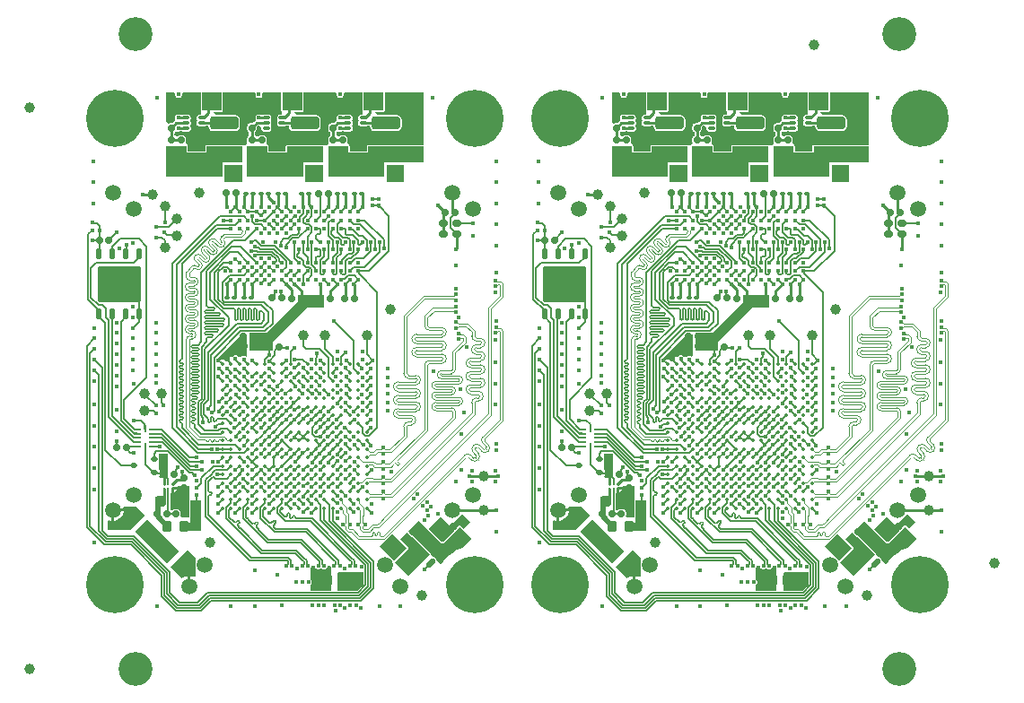
<source format=gtl>
G04*
G04 #@! TF.GenerationSoftware,Altium Limited,Altium Designer,22.4.2 (48)*
G04*
G04 Layer_Physical_Order=1*
G04 Layer_Color=255*
%FSAX24Y24*%
%MOIN*%
G70*
G04*
G04 #@! TF.SameCoordinates,F7066761-1C42-41DA-97EA-36D59BDE51B8*
G04*
G04*
G04 #@! TF.FilePolarity,Positive*
G04*
G01*
G75*
%ADD10C,0.0394*%
%ADD11C,0.0050*%
%ADD12C,0.0039*%
%ADD13C,0.0039*%
%ADD14C,0.0051*%
%ADD15C,0.0138*%
G04:AMPARAMS|DCode=16|XSize=31.5mil|YSize=27.6mil|CornerRadius=6.9mil|HoleSize=0mil|Usage=FLASHONLY|Rotation=0.000|XOffset=0mil|YOffset=0mil|HoleType=Round|Shape=RoundedRectangle|*
%AMROUNDEDRECTD16*
21,1,0.0315,0.0138,0,0,0.0*
21,1,0.0177,0.0276,0,0,0.0*
1,1,0.0138,0.0089,-0.0069*
1,1,0.0138,-0.0089,-0.0069*
1,1,0.0138,-0.0089,0.0069*
1,1,0.0138,0.0089,0.0069*
%
%ADD16ROUNDEDRECTD16*%
G04:AMPARAMS|DCode=17|XSize=25.2mil|YSize=25.2mil|CornerRadius=6.3mil|HoleSize=0mil|Usage=FLASHONLY|Rotation=90.000|XOffset=0mil|YOffset=0mil|HoleType=Round|Shape=RoundedRectangle|*
%AMROUNDEDRECTD17*
21,1,0.0252,0.0126,0,0,90.0*
21,1,0.0126,0.0252,0,0,90.0*
1,1,0.0126,0.0063,0.0063*
1,1,0.0126,0.0063,-0.0063*
1,1,0.0126,-0.0063,-0.0063*
1,1,0.0126,-0.0063,0.0063*
%
%ADD17ROUNDEDRECTD17*%
%ADD18C,0.0110*%
G04:AMPARAMS|DCode=19|XSize=39.4mil|YSize=35.4mil|CornerRadius=8.9mil|HoleSize=0mil|Usage=FLASHONLY|Rotation=90.000|XOffset=0mil|YOffset=0mil|HoleType=Round|Shape=RoundedRectangle|*
%AMROUNDEDRECTD19*
21,1,0.0394,0.0177,0,0,90.0*
21,1,0.0217,0.0354,0,0,90.0*
1,1,0.0177,0.0089,0.0108*
1,1,0.0177,0.0089,-0.0108*
1,1,0.0177,-0.0089,-0.0108*
1,1,0.0177,-0.0089,0.0108*
%
%ADD19ROUNDEDRECTD19*%
G04:AMPARAMS|DCode=20|XSize=39.4mil|YSize=35.4mil|CornerRadius=8.9mil|HoleSize=0mil|Usage=FLASHONLY|Rotation=225.000|XOffset=0mil|YOffset=0mil|HoleType=Round|Shape=RoundedRectangle|*
%AMROUNDEDRECTD20*
21,1,0.0394,0.0177,0,0,225.0*
21,1,0.0217,0.0354,0,0,225.0*
1,1,0.0177,-0.0139,-0.0014*
1,1,0.0177,0.0014,0.0139*
1,1,0.0177,0.0139,0.0014*
1,1,0.0177,-0.0014,-0.0139*
%
%ADD20ROUNDEDRECTD20*%
G04:AMPARAMS|DCode=21|XSize=107.1mil|YSize=48.4mil|CornerRadius=12.1mil|HoleSize=0mil|Usage=FLASHONLY|Rotation=0.000|XOffset=0mil|YOffset=0mil|HoleType=Round|Shape=RoundedRectangle|*
%AMROUNDEDRECTD21*
21,1,0.1071,0.0242,0,0,0.0*
21,1,0.0829,0.0484,0,0,0.0*
1,1,0.0242,0.0414,-0.0121*
1,1,0.0242,-0.0414,-0.0121*
1,1,0.0242,-0.0414,0.0121*
1,1,0.0242,0.0414,0.0121*
%
%ADD21ROUNDEDRECTD21*%
G04:AMPARAMS|DCode=22|XSize=59.1mil|YSize=51.2mil|CornerRadius=12.8mil|HoleSize=0mil|Usage=FLASHONLY|Rotation=0.000|XOffset=0mil|YOffset=0mil|HoleType=Round|Shape=RoundedRectangle|*
%AMROUNDEDRECTD22*
21,1,0.0591,0.0256,0,0,0.0*
21,1,0.0335,0.0512,0,0,0.0*
1,1,0.0256,0.0167,-0.0128*
1,1,0.0256,-0.0167,-0.0128*
1,1,0.0256,-0.0167,0.0128*
1,1,0.0256,0.0167,0.0128*
%
%ADD22ROUNDEDRECTD22*%
G04:AMPARAMS|DCode=23|XSize=37.4mil|YSize=41.3mil|CornerRadius=9.4mil|HoleSize=0mil|Usage=FLASHONLY|Rotation=270.000|XOffset=0mil|YOffset=0mil|HoleType=Round|Shape=RoundedRectangle|*
%AMROUNDEDRECTD23*
21,1,0.0374,0.0226,0,0,270.0*
21,1,0.0187,0.0413,0,0,270.0*
1,1,0.0187,-0.0113,-0.0094*
1,1,0.0187,-0.0113,0.0094*
1,1,0.0187,0.0113,0.0094*
1,1,0.0187,0.0113,-0.0094*
%
%ADD23ROUNDEDRECTD23*%
G04:AMPARAMS|DCode=24|XSize=59.1mil|YSize=51.2mil|CornerRadius=12.8mil|HoleSize=0mil|Usage=FLASHONLY|Rotation=45.000|XOffset=0mil|YOffset=0mil|HoleType=Round|Shape=RoundedRectangle|*
%AMROUNDEDRECTD24*
21,1,0.0591,0.0256,0,0,45.0*
21,1,0.0335,0.0512,0,0,45.0*
1,1,0.0256,0.0209,0.0028*
1,1,0.0256,-0.0028,-0.0209*
1,1,0.0256,-0.0209,-0.0028*
1,1,0.0256,0.0028,0.0209*
%
%ADD24ROUNDEDRECTD24*%
G04:AMPARAMS|DCode=25|XSize=59.1mil|YSize=51.2mil|CornerRadius=12.8mil|HoleSize=0mil|Usage=FLASHONLY|Rotation=90.000|XOffset=0mil|YOffset=0mil|HoleType=Round|Shape=RoundedRectangle|*
%AMROUNDEDRECTD25*
21,1,0.0591,0.0256,0,0,90.0*
21,1,0.0335,0.0512,0,0,90.0*
1,1,0.0256,0.0128,0.0167*
1,1,0.0256,0.0128,-0.0167*
1,1,0.0256,-0.0128,-0.0167*
1,1,0.0256,-0.0128,0.0167*
%
%ADD25ROUNDEDRECTD25*%
G04:AMPARAMS|DCode=26|XSize=23.6mil|YSize=23.6mil|CornerRadius=5.9mil|HoleSize=0mil|Usage=FLASHONLY|Rotation=270.000|XOffset=0mil|YOffset=0mil|HoleType=Round|Shape=RoundedRectangle|*
%AMROUNDEDRECTD26*
21,1,0.0236,0.0118,0,0,270.0*
21,1,0.0118,0.0236,0,0,270.0*
1,1,0.0118,-0.0059,-0.0059*
1,1,0.0118,-0.0059,0.0059*
1,1,0.0118,0.0059,0.0059*
1,1,0.0118,0.0059,-0.0059*
%
%ADD26ROUNDEDRECTD26*%
G04:AMPARAMS|DCode=27|XSize=23.6mil|YSize=23.6mil|CornerRadius=5.9mil|HoleSize=0mil|Usage=FLASHONLY|Rotation=0.000|XOffset=0mil|YOffset=0mil|HoleType=Round|Shape=RoundedRectangle|*
%AMROUNDEDRECTD27*
21,1,0.0236,0.0118,0,0,0.0*
21,1,0.0118,0.0236,0,0,0.0*
1,1,0.0118,0.0059,-0.0059*
1,1,0.0118,-0.0059,-0.0059*
1,1,0.0118,-0.0059,0.0059*
1,1,0.0118,0.0059,0.0059*
%
%ADD27ROUNDEDRECTD27*%
G04:AMPARAMS|DCode=28|XSize=25.2mil|YSize=25.2mil|CornerRadius=6.3mil|HoleSize=0mil|Usage=FLASHONLY|Rotation=0.000|XOffset=0mil|YOffset=0mil|HoleType=Round|Shape=RoundedRectangle|*
%AMROUNDEDRECTD28*
21,1,0.0252,0.0126,0,0,0.0*
21,1,0.0126,0.0252,0,0,0.0*
1,1,0.0126,0.0063,-0.0063*
1,1,0.0126,-0.0063,-0.0063*
1,1,0.0126,-0.0063,0.0063*
1,1,0.0126,0.0063,0.0063*
%
%ADD28ROUNDEDRECTD28*%
G04:AMPARAMS|DCode=29|XSize=25.2mil|YSize=25.2mil|CornerRadius=6.3mil|HoleSize=0mil|Usage=FLASHONLY|Rotation=315.000|XOffset=0mil|YOffset=0mil|HoleType=Round|Shape=RoundedRectangle|*
%AMROUNDEDRECTD29*
21,1,0.0252,0.0126,0,0,315.0*
21,1,0.0126,0.0252,0,0,315.0*
1,1,0.0126,0.0000,-0.0089*
1,1,0.0126,-0.0089,0.0000*
1,1,0.0126,0.0000,0.0089*
1,1,0.0126,0.0089,0.0000*
%
%ADD29ROUNDEDRECTD29*%
G04:AMPARAMS|DCode=30|XSize=25.2mil|YSize=25.2mil|CornerRadius=6.3mil|HoleSize=0mil|Usage=FLASHONLY|Rotation=225.000|XOffset=0mil|YOffset=0mil|HoleType=Round|Shape=RoundedRectangle|*
%AMROUNDEDRECTD30*
21,1,0.0252,0.0126,0,0,225.0*
21,1,0.0126,0.0252,0,0,225.0*
1,1,0.0126,-0.0089,0.0000*
1,1,0.0126,0.0000,0.0089*
1,1,0.0126,0.0089,0.0000*
1,1,0.0126,0.0000,-0.0089*
%
%ADD30ROUNDEDRECTD30*%
G04:AMPARAMS|DCode=31|XSize=13.8mil|YSize=15.7mil|CornerRadius=3.4mil|HoleSize=0mil|Usage=FLASHONLY|Rotation=270.000|XOffset=0mil|YOffset=0mil|HoleType=Round|Shape=RoundedRectangle|*
%AMROUNDEDRECTD31*
21,1,0.0138,0.0089,0,0,270.0*
21,1,0.0069,0.0157,0,0,270.0*
1,1,0.0069,-0.0044,-0.0034*
1,1,0.0069,-0.0044,0.0034*
1,1,0.0069,0.0044,0.0034*
1,1,0.0069,0.0044,-0.0034*
%
%ADD31ROUNDEDRECTD31*%
G04:AMPARAMS|DCode=32|XSize=13.8mil|YSize=15.7mil|CornerRadius=3.4mil|HoleSize=0mil|Usage=FLASHONLY|Rotation=180.000|XOffset=0mil|YOffset=0mil|HoleType=Round|Shape=RoundedRectangle|*
%AMROUNDEDRECTD32*
21,1,0.0138,0.0089,0,0,180.0*
21,1,0.0069,0.0157,0,0,180.0*
1,1,0.0069,-0.0034,0.0044*
1,1,0.0069,0.0034,0.0044*
1,1,0.0069,0.0034,-0.0044*
1,1,0.0069,-0.0034,-0.0044*
%
%ADD32ROUNDEDRECTD32*%
G04:AMPARAMS|DCode=33|XSize=16.5mil|YSize=18.1mil|CornerRadius=4.1mil|HoleSize=0mil|Usage=FLASHONLY|Rotation=270.000|XOffset=0mil|YOffset=0mil|HoleType=Round|Shape=RoundedRectangle|*
%AMROUNDEDRECTD33*
21,1,0.0165,0.0098,0,0,270.0*
21,1,0.0083,0.0181,0,0,270.0*
1,1,0.0083,-0.0049,-0.0041*
1,1,0.0083,-0.0049,0.0041*
1,1,0.0083,0.0049,0.0041*
1,1,0.0083,0.0049,-0.0041*
%
%ADD33ROUNDEDRECTD33*%
G04:AMPARAMS|DCode=34|XSize=11.8mil|YSize=26.4mil|CornerRadius=3mil|HoleSize=0mil|Usage=FLASHONLY|Rotation=270.000|XOffset=0mil|YOffset=0mil|HoleType=Round|Shape=RoundedRectangle|*
%AMROUNDEDRECTD34*
21,1,0.0118,0.0205,0,0,270.0*
21,1,0.0059,0.0264,0,0,270.0*
1,1,0.0059,-0.0102,-0.0030*
1,1,0.0059,-0.0102,0.0030*
1,1,0.0059,0.0102,0.0030*
1,1,0.0059,0.0102,-0.0030*
%
%ADD34ROUNDEDRECTD34*%
%ADD35C,0.0157*%
G04:AMPARAMS|DCode=36|XSize=21.7mil|YSize=39.4mil|CornerRadius=5.4mil|HoleSize=0mil|Usage=FLASHONLY|Rotation=135.000|XOffset=0mil|YOffset=0mil|HoleType=Round|Shape=RoundedRectangle|*
%AMROUNDEDRECTD36*
21,1,0.0217,0.0285,0,0,135.0*
21,1,0.0108,0.0394,0,0,135.0*
1,1,0.0108,0.0063,0.0139*
1,1,0.0108,0.0139,0.0063*
1,1,0.0108,-0.0063,-0.0139*
1,1,0.0108,-0.0139,-0.0063*
%
%ADD36ROUNDEDRECTD36*%
G04:AMPARAMS|DCode=37|XSize=18.5mil|YSize=23.6mil|CornerRadius=4.6mil|HoleSize=0mil|Usage=FLASHONLY|Rotation=90.000|XOffset=0mil|YOffset=0mil|HoleType=Round|Shape=RoundedRectangle|*
%AMROUNDEDRECTD37*
21,1,0.0185,0.0144,0,0,90.0*
21,1,0.0093,0.0236,0,0,90.0*
1,1,0.0093,0.0072,0.0046*
1,1,0.0093,0.0072,-0.0046*
1,1,0.0093,-0.0072,-0.0046*
1,1,0.0093,-0.0072,0.0046*
%
%ADD37ROUNDEDRECTD37*%
G04:AMPARAMS|DCode=38|XSize=7.9mil|YSize=27.6mil|CornerRadius=2mil|HoleSize=0mil|Usage=FLASHONLY|Rotation=180.000|XOffset=0mil|YOffset=0mil|HoleType=Round|Shape=RoundedRectangle|*
%AMROUNDEDRECTD38*
21,1,0.0079,0.0236,0,0,180.0*
21,1,0.0039,0.0276,0,0,180.0*
1,1,0.0039,-0.0020,0.0118*
1,1,0.0039,0.0020,0.0118*
1,1,0.0039,0.0020,-0.0118*
1,1,0.0039,-0.0020,-0.0118*
%
%ADD38ROUNDEDRECTD38*%
G04:AMPARAMS|DCode=39|XSize=7.9mil|YSize=27.6mil|CornerRadius=2mil|HoleSize=0mil|Usage=FLASHONLY|Rotation=270.000|XOffset=0mil|YOffset=0mil|HoleType=Round|Shape=RoundedRectangle|*
%AMROUNDEDRECTD39*
21,1,0.0079,0.0236,0,0,270.0*
21,1,0.0039,0.0276,0,0,270.0*
1,1,0.0039,-0.0118,-0.0020*
1,1,0.0039,-0.0118,0.0020*
1,1,0.0039,0.0118,0.0020*
1,1,0.0039,0.0118,-0.0020*
%
%ADD39ROUNDEDRECTD39*%
G04:AMPARAMS|DCode=40|XSize=17.7mil|YSize=41.3mil|CornerRadius=4.4mil|HoleSize=0mil|Usage=FLASHONLY|Rotation=180.000|XOffset=0mil|YOffset=0mil|HoleType=Round|Shape=RoundedRectangle|*
%AMROUNDEDRECTD40*
21,1,0.0177,0.0325,0,0,180.0*
21,1,0.0089,0.0413,0,0,180.0*
1,1,0.0089,-0.0044,0.0162*
1,1,0.0089,0.0044,0.0162*
1,1,0.0089,0.0044,-0.0162*
1,1,0.0089,-0.0044,-0.0162*
%
%ADD40ROUNDEDRECTD40*%
G04:AMPARAMS|DCode=41|XSize=157.5mil|YSize=133.9mil|CornerRadius=3.3mil|HoleSize=0mil|Usage=FLASHONLY|Rotation=180.000|XOffset=0mil|YOffset=0mil|HoleType=Round|Shape=RoundedRectangle|*
%AMROUNDEDRECTD41*
21,1,0.1575,0.1272,0,0,180.0*
21,1,0.1508,0.1339,0,0,180.0*
1,1,0.0067,-0.0754,0.0636*
1,1,0.0067,0.0754,0.0636*
1,1,0.0067,0.0754,-0.0636*
1,1,0.0067,-0.0754,-0.0636*
%
%ADD41ROUNDEDRECTD41*%
%ADD42C,0.0100*%
%ADD43C,0.0050*%
%ADD44C,0.0197*%
%ADD45C,0.0075*%
%ADD46C,0.1260*%
%ADD47C,0.2126*%
%ADD48C,0.0591*%
%ADD49C,0.0160*%
G36*
X028622Y022746D02*
X027904D01*
Y023406D01*
X028622D01*
Y022746D01*
D02*
G37*
G36*
X012087D02*
X011368D01*
Y023406D01*
X012087D01*
Y022746D01*
D02*
G37*
G36*
X031634Y022746D02*
X030915D01*
Y023406D01*
X031634D01*
Y022746D01*
D02*
G37*
G36*
X015098D02*
X014380D01*
Y023406D01*
X015098D01*
Y022746D01*
D02*
G37*
G36*
X025630Y022746D02*
X024911D01*
Y023405D01*
X025630D01*
Y022746D01*
D02*
G37*
G36*
X009094D02*
X008376D01*
Y023405D01*
X009094D01*
Y022746D01*
D02*
G37*
G36*
X033130Y021462D02*
X031083D01*
X031044Y021446D01*
X031029Y021407D01*
Y021225D01*
X030389D01*
Y021407D01*
X030373Y021446D01*
X030370Y021447D01*
X030325Y021507D01*
X030313Y021560D01*
X030316Y021575D01*
Y021701D01*
X030307Y021745D01*
X030282Y021782D01*
X030245Y021807D01*
X030201Y021816D01*
X030075D01*
X030031Y021807D01*
X030006Y021791D01*
X029958Y021781D01*
X029893Y021821D01*
X029887Y021829D01*
X029897Y021939D01*
X029931Y021963D01*
X029956Y021967D01*
X030004Y021947D01*
X030055D01*
X030103Y021967D01*
X030111Y021975D01*
X030172D01*
X030176Y021972D01*
X030207Y021966D01*
X030411D01*
X030442Y021972D01*
X030469Y021990D01*
X030486Y022016D01*
X030492Y022047D01*
Y022106D01*
X030486Y022137D01*
X030469Y022164D01*
Y022187D01*
X030486Y022213D01*
X030492Y022244D01*
Y022303D01*
X030486Y022334D01*
X030473Y022372D01*
X030486Y022410D01*
X030492Y022441D01*
Y022500D01*
X030486Y022531D01*
X030469Y022557D01*
X030442Y022575D01*
X030411Y022581D01*
X030207D01*
X030176Y022575D01*
X030172Y022572D01*
X030111D01*
X030103Y022581D01*
X030055Y022600D01*
X030004D01*
X029956Y022581D01*
X029919Y022544D01*
X029900Y022496D01*
Y022445D01*
X029902Y022379D01*
X029869Y022346D01*
X029790Y022267D01*
X029705D01*
X029662Y022258D01*
X029626Y022234D01*
X029602Y022198D01*
X029594Y022156D01*
Y022037D01*
X029602Y021995D01*
X029626Y021959D01*
X029662Y021935D01*
Y021795D01*
X029626Y021772D01*
X029602Y021735D01*
X029594Y021693D01*
Y021575D01*
X029596Y021560D01*
X029592Y021516D01*
X029548Y021446D01*
X029545Y021437D01*
X029442Y021437D01*
X029438Y021446D01*
X029400Y021462D01*
X028071D01*
X028033Y021446D01*
X028017Y021407D01*
Y021225D01*
X027377D01*
Y021407D01*
X027361Y021446D01*
X027358Y021447D01*
X027313Y021507D01*
X027301Y021560D01*
X027304Y021575D01*
Y021701D01*
X027295Y021745D01*
X027270Y021782D01*
X027233Y021807D01*
X027189Y021816D01*
X027063D01*
X027019Y021807D01*
X026994Y021791D01*
X026946Y021781D01*
X026882Y021821D01*
X026862Y021844D01*
X026871Y021946D01*
X026890Y021959D01*
X026914Y021995D01*
X026922Y022037D01*
Y022122D01*
X026971Y022172D01*
X027034D01*
X027114Y022106D01*
Y022047D01*
X027120Y022016D01*
X027138Y021990D01*
X027164Y021972D01*
X027195Y021966D01*
X027400D01*
X027431Y021972D01*
X027457Y021990D01*
X027475Y022016D01*
X027481Y022047D01*
Y022106D01*
X027475Y022137D01*
X027457Y022164D01*
Y022187D01*
X027475Y022213D01*
X027481Y022244D01*
Y022303D01*
X027475Y022334D01*
X027461Y022372D01*
X027475Y022410D01*
X027481Y022441D01*
Y022500D01*
X027475Y022531D01*
X027457Y022557D01*
X027431Y022575D01*
X027400Y022581D01*
X027195D01*
X027164Y022575D01*
X027160Y022572D01*
X027100D01*
X027091Y022581D01*
X027044Y022600D01*
X026992D01*
X026944Y022581D01*
X026908Y022544D01*
X026888Y022496D01*
Y022445D01*
X026890Y022379D01*
X026838Y022327D01*
X026778Y022267D01*
X026693D01*
X026650Y022258D01*
X026614Y022234D01*
X026590Y022198D01*
X026582Y022156D01*
Y022037D01*
X026590Y021995D01*
X026614Y021959D01*
X026650Y021935D01*
Y021795D01*
X026614Y021772D01*
X026590Y021735D01*
X026582Y021693D01*
Y021575D01*
X026585Y021560D01*
X026580Y021516D01*
X026537Y021446D01*
X026446Y021446D01*
X026407Y021462D01*
X025079D01*
X025040Y021446D01*
X025025Y021407D01*
Y021225D01*
X024385D01*
Y021407D01*
X024369Y021446D01*
X024366Y021447D01*
X024321Y021507D01*
X024309Y021560D01*
X024312Y021575D01*
Y021701D01*
X024303Y021745D01*
X024278Y021782D01*
X024241Y021807D01*
X024197Y021816D01*
X024071D01*
X024027Y021807D01*
X024002Y021791D01*
X023954Y021781D01*
X023889Y021821D01*
X023883Y021829D01*
X023893Y021939D01*
X023927Y021963D01*
X023952Y021967D01*
X024000Y021947D01*
X024051D01*
X024099Y021967D01*
X024107Y021975D01*
X024168D01*
X024172Y021972D01*
X024203Y021966D01*
X024407D01*
X024439Y021972D01*
X024465Y021990D01*
X024482Y022016D01*
X024489Y022047D01*
Y022106D01*
X024482Y022137D01*
X024465Y022164D01*
Y022187D01*
X024482Y022213D01*
X024489Y022244D01*
Y022303D01*
X024482Y022334D01*
X024469Y022372D01*
X024482Y022410D01*
X024489Y022441D01*
Y022500D01*
X024482Y022531D01*
X024465Y022557D01*
X024439Y022575D01*
X024407Y022581D01*
X024203D01*
X024172Y022575D01*
X024168Y022572D01*
X024107D01*
X024099Y022581D01*
X024051Y022600D01*
X024000D01*
X023952Y022581D01*
X023915Y022544D01*
X023896Y022496D01*
Y022445D01*
X023898Y022379D01*
X023865Y022346D01*
X023786Y022267D01*
X023701D01*
X023681Y022263D01*
X023609Y022303D01*
X023583Y022326D01*
Y023406D01*
X023877D01*
X023905Y023362D01*
Y023311D01*
X023925Y023263D01*
X023962Y023226D01*
X024010Y023207D01*
X024061D01*
X024109Y023226D01*
X024146Y023263D01*
X024165Y023311D01*
Y023362D01*
X024194Y023406D01*
X024857D01*
X024857Y023405D01*
Y022746D01*
X024873Y022708D01*
X024863Y022605D01*
X024848Y022581D01*
X024785D01*
X024754Y022575D01*
X024728Y022557D01*
X024711Y022531D01*
X024704Y022500D01*
Y022441D01*
X024711Y022410D01*
X024724Y022372D01*
X024711Y022334D01*
X024704Y022303D01*
Y022244D01*
X024711Y022213D01*
X024728Y022187D01*
X024754Y022169D01*
X024785Y022163D01*
X024990D01*
X025021Y022169D01*
X025025Y022172D01*
X025140D01*
Y022157D01*
X025153Y022090D01*
X025191Y022033D01*
X025247Y021995D01*
X025314Y021982D01*
X026143D01*
X026209Y021995D01*
X026266Y022033D01*
X026304Y022090D01*
X026317Y022157D01*
Y022399D01*
X026304Y022465D01*
X026266Y022522D01*
X026209Y022560D01*
X026143Y022573D01*
X025395D01*
X025336Y022671D01*
X025347Y022692D01*
X025630D01*
X025668Y022708D01*
X025684Y022746D01*
Y023405D01*
X025684Y023406D01*
X026859D01*
X026888Y023362D01*
Y023311D01*
X026908Y023263D01*
X026944Y023226D01*
X026992Y023207D01*
X027044D01*
X027091Y023226D01*
X027128Y023263D01*
X027148Y023311D01*
Y023362D01*
X027176Y023406D01*
X027849D01*
X027849Y023406D01*
Y022746D01*
X027865Y022708D01*
X027855Y022605D01*
X027840Y022581D01*
X027778D01*
X027747Y022575D01*
X027720Y022557D01*
X027703Y022531D01*
X027696Y022500D01*
Y022441D01*
X027703Y022410D01*
X027716Y022372D01*
X027703Y022334D01*
X027696Y022303D01*
Y022244D01*
X027703Y022213D01*
X027720Y022187D01*
X027747Y022169D01*
X027778Y022163D01*
X027982D01*
X028013Y022169D01*
X028017Y022172D01*
X028132D01*
Y022157D01*
X028145Y022090D01*
X028183Y022033D01*
X028239Y021995D01*
X028306Y021982D01*
X029135D01*
X029202Y021995D01*
X029258Y022033D01*
X029296Y022090D01*
X029309Y022157D01*
Y022399D01*
X029296Y022465D01*
X029258Y022522D01*
X029202Y022560D01*
X029135Y022573D01*
X028387D01*
X028328Y022671D01*
X028339Y022692D01*
X028622D01*
X028660Y022708D01*
X028676Y022746D01*
Y023406D01*
X028676Y023406D01*
X029871D01*
X029900Y023362D01*
Y023311D01*
X029919Y023263D01*
X029956Y023226D01*
X030004Y023207D01*
X030055D01*
X030103Y023226D01*
X030140Y023263D01*
X030160Y023311D01*
Y023362D01*
X030188Y023406D01*
X030861D01*
X030861Y023406D01*
Y022746D01*
X030877Y022708D01*
X030867Y022605D01*
X030852Y022581D01*
X030789D01*
X030758Y022575D01*
X030732Y022557D01*
X030714Y022531D01*
X030708Y022500D01*
Y022441D01*
X030714Y022410D01*
X030728Y022372D01*
X030714Y022334D01*
X030708Y022303D01*
Y022244D01*
X030714Y022213D01*
X030732Y022187D01*
X030758Y022169D01*
X030789Y022163D01*
X030994D01*
X031025Y022169D01*
X031029Y022172D01*
X031144D01*
Y022157D01*
X031157Y022090D01*
X031195Y022033D01*
X031251Y021995D01*
X031318Y021982D01*
X032147D01*
X032213Y021995D01*
X032270Y022033D01*
X032308Y022090D01*
X032321Y022157D01*
Y022399D01*
X032308Y022465D01*
X032270Y022522D01*
X032213Y022560D01*
X032147Y022573D01*
X031398D01*
X031340Y022671D01*
X031351Y022692D01*
X031634D01*
X031672Y022708D01*
X031688Y022746D01*
Y023406D01*
X031688Y023406D01*
X033130D01*
Y021462D01*
D02*
G37*
G36*
X016594D02*
X014547D01*
X014509Y021446D01*
X014493Y021407D01*
Y021225D01*
X013853D01*
Y021407D01*
X013837Y021446D01*
X013834Y021447D01*
X013789Y021507D01*
X013778Y021560D01*
X013781Y021575D01*
Y021701D01*
X013772Y021745D01*
X013747Y021782D01*
X013709Y021807D01*
X013665Y021816D01*
X013539D01*
X013495Y021807D01*
X013471Y021791D01*
X013423Y021781D01*
X013358Y021821D01*
X013351Y021829D01*
X013361Y021939D01*
X013395Y021963D01*
X013420Y021967D01*
X013468Y021947D01*
X013520D01*
X013568Y021967D01*
X013576Y021975D01*
X013637D01*
X013640Y021972D01*
X013671Y021966D01*
X013876D01*
X013907Y021972D01*
X013933Y021990D01*
X013951Y022016D01*
X013957Y022047D01*
Y022106D01*
X013951Y022137D01*
X013933Y022164D01*
Y022187D01*
X013951Y022213D01*
X013957Y022244D01*
Y022303D01*
X013951Y022334D01*
X013937Y022372D01*
X013951Y022410D01*
X013957Y022441D01*
Y022500D01*
X013951Y022531D01*
X013933Y022557D01*
X013907Y022575D01*
X013876Y022581D01*
X013671D01*
X013640Y022575D01*
X013637Y022572D01*
X013576D01*
X013568Y022581D01*
X013520Y022600D01*
X013468D01*
X013420Y022581D01*
X013384Y022544D01*
X013364Y022496D01*
Y022445D01*
X013366Y022379D01*
X013333Y022346D01*
X013254Y022267D01*
X013169D01*
X013127Y022258D01*
X013091Y022234D01*
X013067Y022198D01*
X013058Y022156D01*
Y022037D01*
X013067Y021995D01*
X013091Y021959D01*
X013126Y021935D01*
Y021795D01*
X013091Y021772D01*
X013067Y021735D01*
X013058Y021693D01*
Y021575D01*
X013061Y021560D01*
X013057Y021516D01*
X013013Y021446D01*
X013009Y021437D01*
X012906Y021437D01*
X012902Y021446D01*
X012864Y021462D01*
X011535D01*
X011497Y021446D01*
X011481Y021407D01*
Y021225D01*
X010842D01*
Y021407D01*
X010826Y021446D01*
X010822Y021447D01*
X010777Y021507D01*
X010766Y021560D01*
X010769Y021575D01*
Y021701D01*
X010760Y021745D01*
X010735Y021782D01*
X010698Y021807D01*
X010654Y021816D01*
X010528D01*
X010483Y021807D01*
X010459Y021791D01*
X010411Y021781D01*
X010346Y021821D01*
X010326Y021844D01*
X010335Y021946D01*
X010354Y021959D01*
X010378Y021995D01*
X010387Y022037D01*
Y022122D01*
X010436Y022172D01*
X010498D01*
X010578Y022106D01*
Y022047D01*
X010585Y022016D01*
X010602Y021990D01*
X010628Y021972D01*
X010659Y021966D01*
X010864D01*
X010895Y021972D01*
X010922Y021990D01*
X010939Y022016D01*
X010945Y022047D01*
Y022106D01*
X010939Y022137D01*
X010922Y022164D01*
Y022187D01*
X010939Y022213D01*
X010945Y022244D01*
Y022303D01*
X010939Y022334D01*
X010926Y022372D01*
X010939Y022410D01*
X010945Y022441D01*
Y022500D01*
X010939Y022531D01*
X010922Y022557D01*
X010895Y022575D01*
X010864Y022581D01*
X010659D01*
X010628Y022575D01*
X010625Y022572D01*
X010564D01*
X010556Y022581D01*
X010508Y022600D01*
X010456D01*
X010409Y022581D01*
X010372Y022544D01*
X010352Y022496D01*
Y022445D01*
X010354Y022379D01*
X010303Y022327D01*
X010243Y022267D01*
X010157D01*
X010115Y022258D01*
X010079Y022234D01*
X010055Y022198D01*
X010046Y022156D01*
Y022037D01*
X010055Y021995D01*
X010079Y021959D01*
X010115Y021935D01*
Y021795D01*
X010079Y021772D01*
X010055Y021735D01*
X010046Y021693D01*
Y021575D01*
X010049Y021560D01*
X010045Y021516D01*
X010001Y021446D01*
X009910Y021446D01*
X009872Y021462D01*
X008543D01*
X008505Y021446D01*
X008489Y021407D01*
Y021225D01*
X007849D01*
Y021407D01*
X007834Y021446D01*
X007830Y021447D01*
X007785Y021507D01*
X007774Y021560D01*
X007777Y021575D01*
Y021701D01*
X007768Y021745D01*
X007743Y021782D01*
X007706Y021807D01*
X007661Y021816D01*
X007535D01*
X007491Y021807D01*
X007467Y021791D01*
X007419Y021781D01*
X007354Y021821D01*
X007347Y021829D01*
X007357Y021939D01*
X007391Y021963D01*
X007417Y021967D01*
X007464Y021947D01*
X007516D01*
X007564Y021967D01*
X007572Y021975D01*
X007633D01*
X007636Y021972D01*
X007667Y021966D01*
X007872D01*
X007903Y021972D01*
X007929Y021990D01*
X007947Y022016D01*
X007953Y022047D01*
Y022106D01*
X007947Y022137D01*
X007929Y022164D01*
Y022187D01*
X007947Y022213D01*
X007953Y022244D01*
Y022303D01*
X007947Y022334D01*
X007933Y022372D01*
X007947Y022410D01*
X007953Y022441D01*
Y022500D01*
X007947Y022531D01*
X007929Y022557D01*
X007903Y022575D01*
X007872Y022581D01*
X007667D01*
X007636Y022575D01*
X007633Y022572D01*
X007572D01*
X007564Y022581D01*
X007516Y022600D01*
X007464D01*
X007417Y022581D01*
X007380Y022544D01*
X007360Y022496D01*
Y022445D01*
X007362Y022379D01*
X007329Y022346D01*
X007250Y022267D01*
X007165D01*
X007146Y022263D01*
X007073Y022303D01*
X007047Y022326D01*
Y023406D01*
X007341D01*
X007370Y023362D01*
Y023311D01*
X007390Y023263D01*
X007426Y023226D01*
X007474Y023207D01*
X007526D01*
X007574Y023226D01*
X007610Y023263D01*
X007630Y023311D01*
Y023362D01*
X007659Y023406D01*
X008322D01*
X008322Y023405D01*
Y022746D01*
X008338Y022708D01*
X008328Y022605D01*
X008312Y022581D01*
X008250D01*
X008219Y022575D01*
X008193Y022557D01*
X008175Y022531D01*
X008169Y022500D01*
Y022441D01*
X008175Y022410D01*
X008189Y022372D01*
X008175Y022334D01*
X008169Y022303D01*
Y022244D01*
X008175Y022213D01*
X008193Y022187D01*
X008219Y022169D01*
X008250Y022163D01*
X008455D01*
X008486Y022169D01*
X008489Y022172D01*
X008604D01*
Y022157D01*
X008617Y022090D01*
X008655Y022033D01*
X008712Y021995D01*
X008779Y021982D01*
X009607D01*
X009674Y021995D01*
X009731Y022033D01*
X009768Y022090D01*
X009782Y022157D01*
Y022399D01*
X009768Y022465D01*
X009731Y022522D01*
X009674Y022560D01*
X009607Y022573D01*
X008859D01*
X008801Y022671D01*
X008812Y022692D01*
X009094D01*
X009133Y022708D01*
X009149Y022746D01*
Y023405D01*
X009149Y023406D01*
X010324D01*
X010352Y023362D01*
Y023311D01*
X010372Y023263D01*
X010409Y023226D01*
X010456Y023207D01*
X010508D01*
X010556Y023226D01*
X010592Y023263D01*
X010612Y023311D01*
Y023362D01*
X010641Y023406D01*
X011314D01*
X011314Y023406D01*
Y022746D01*
X011330Y022708D01*
X011320Y022605D01*
X011304Y022581D01*
X011242D01*
X011211Y022575D01*
X011185Y022557D01*
X011167Y022531D01*
X011161Y022500D01*
Y022441D01*
X011167Y022410D01*
X011181Y022372D01*
X011167Y022334D01*
X011161Y022303D01*
Y022244D01*
X011167Y022213D01*
X011185Y022187D01*
X011211Y022169D01*
X011242Y022163D01*
X011447D01*
X011478Y022169D01*
X011482Y022172D01*
X011596D01*
Y022157D01*
X011610Y022090D01*
X011647Y022033D01*
X011704Y021995D01*
X011771Y021982D01*
X012599D01*
X012666Y021995D01*
X012723Y022033D01*
X012761Y022090D01*
X012774Y022157D01*
Y022399D01*
X012761Y022465D01*
X012723Y022522D01*
X012666Y022560D01*
X012599Y022573D01*
X011851D01*
X011793Y022671D01*
X011804Y022692D01*
X012087D01*
X012125Y022708D01*
X012141Y022746D01*
Y023406D01*
X012141Y023406D01*
X013335D01*
X013364Y023362D01*
Y023311D01*
X013384Y023263D01*
X013420Y023226D01*
X013468Y023207D01*
X013520D01*
X013568Y023226D01*
X013604Y023263D01*
X013624Y023311D01*
Y023362D01*
X013653Y023406D01*
X014326D01*
X014326Y023406D01*
Y022746D01*
X014342Y022708D01*
X014332Y022605D01*
X014316Y022581D01*
X014254D01*
X014223Y022575D01*
X014197Y022557D01*
X014179Y022531D01*
X014173Y022500D01*
Y022441D01*
X014179Y022410D01*
X014192Y022372D01*
X014179Y022334D01*
X014173Y022303D01*
Y022244D01*
X014179Y022213D01*
X014197Y022187D01*
X014223Y022169D01*
X014254Y022163D01*
X014459D01*
X014490Y022169D01*
X014493Y022172D01*
X014608D01*
Y022157D01*
X014621Y022090D01*
X014659Y022033D01*
X014716Y021995D01*
X014782Y021982D01*
X015611D01*
X015678Y021995D01*
X015735Y022033D01*
X015772Y022090D01*
X015786Y022157D01*
Y022399D01*
X015772Y022465D01*
X015735Y022522D01*
X015678Y022560D01*
X015611Y022573D01*
X014863D01*
X014804Y022671D01*
X014816Y022692D01*
X015098D01*
X015137Y022708D01*
X015153Y022746D01*
Y023406D01*
X015153Y023406D01*
X016594D01*
Y021462D01*
D02*
G37*
G36*
X033130Y020807D02*
X031673D01*
Y020276D01*
X029587D01*
Y021407D01*
X030335D01*
Y021171D01*
X031083D01*
Y021407D01*
X033130D01*
Y020807D01*
D02*
G37*
G36*
X016594D02*
X015138D01*
Y020276D01*
X013051D01*
Y021407D01*
X013799D01*
Y021171D01*
X014547D01*
Y021407D01*
X016594D01*
Y020807D01*
D02*
G37*
G36*
X026407Y020807D02*
X025669D01*
Y020276D01*
X023583D01*
Y021407D01*
X024331D01*
Y021171D01*
X025079D01*
Y021407D01*
X026407D01*
Y020807D01*
D02*
G37*
G36*
X009872D02*
X009134D01*
Y020276D01*
X007047D01*
Y021407D01*
X007795D01*
Y021171D01*
X008543D01*
Y021407D01*
X009872D01*
Y020807D01*
D02*
G37*
G36*
X029400Y020807D02*
X028661D01*
Y020276D01*
X026575D01*
Y021407D01*
X027323D01*
Y021171D01*
X028071D01*
Y021407D01*
X029400D01*
Y020807D01*
D02*
G37*
G36*
X012864D02*
X012126D01*
Y020276D01*
X010039D01*
Y021407D01*
X010787D01*
Y021171D01*
X011535D01*
Y021407D01*
X012864D01*
Y020807D01*
D02*
G37*
G36*
X032411Y020069D02*
X031752D01*
Y020728D01*
X032411D01*
Y020069D01*
D02*
G37*
G36*
X029400D02*
X028740D01*
Y020728D01*
X029400D01*
Y020069D01*
D02*
G37*
G36*
X026407D02*
X025748D01*
Y020728D01*
X026407D01*
Y020069D01*
D02*
G37*
G36*
X015876D02*
X015217D01*
Y020728D01*
X015876D01*
Y020069D01*
D02*
G37*
G36*
X012864D02*
X012205D01*
Y020728D01*
X012864D01*
Y020069D01*
D02*
G37*
G36*
X009872D02*
X009213D01*
Y020728D01*
X009872D01*
Y020069D01*
D02*
G37*
G36*
X029429Y015433D02*
X028790D01*
X027520Y014163D01*
Y013819D01*
X026683D01*
Y014467D01*
X027231D01*
X027239Y014468D01*
X027317D01*
X028465Y015616D01*
X028465Y015876D01*
X029429D01*
X029429Y015433D01*
D02*
G37*
G36*
X012894D02*
X012254D01*
X010984Y014163D01*
Y013819D01*
X010148D01*
Y014467D01*
X010696D01*
X010703Y014468D01*
X010781D01*
X011929Y015616D01*
X011929Y015876D01*
X012894D01*
X012894Y015433D01*
D02*
G37*
G36*
X026585Y013621D02*
X026535Y013600D01*
X026530Y013604D01*
X026483Y013624D01*
X026431D01*
X026383Y013604D01*
X026352Y013573D01*
X026269D01*
X026265Y013579D01*
X026262Y013587D01*
X026225Y013624D01*
X026177Y013644D01*
X026126D01*
X026078Y013624D01*
X026041Y013587D01*
X026035Y013573D01*
X025935D01*
Y013470D01*
X025889Y013450D01*
X025859Y013421D01*
X025827Y013408D01*
X025794Y013421D01*
X025765Y013450D01*
X025703Y013476D01*
X025636D01*
X025574Y013450D01*
X025532Y013408D01*
X025505Y013413D01*
X025482Y013424D01*
Y013513D01*
X026385Y014416D01*
X026585D01*
Y013621D01*
D02*
G37*
G36*
X010049D02*
X009999Y013600D01*
X009995Y013604D01*
X009947Y013624D01*
X009895D01*
X009848Y013604D01*
X009816Y013573D01*
X009734D01*
X009730Y013579D01*
X009726Y013587D01*
X009690Y013624D01*
X009642Y013644D01*
X009590D01*
X009542Y013624D01*
X009506Y013587D01*
X009500Y013573D01*
X009400D01*
Y013470D01*
X009353Y013450D01*
X009324Y013421D01*
X009291Y013408D01*
X009259Y013421D01*
X009230Y013450D01*
X009167Y013476D01*
X009100D01*
X009038Y013450D01*
X008996Y013408D01*
X008970Y013413D01*
X008946Y013424D01*
Y013513D01*
X009850Y014416D01*
X010049D01*
Y013621D01*
D02*
G37*
G36*
X023622Y009973D02*
Y009095D01*
X023330D01*
X023328Y009097D01*
X023308Y009145D01*
X023330Y009178D01*
X023341Y009235D01*
Y009328D01*
X023330Y009385D01*
X023297Y009433D01*
X023297Y009433D01*
Y009992D01*
X023603D01*
X023622Y009973D01*
D02*
G37*
G36*
X007087D02*
Y009095D01*
X006794D01*
X006792Y009097D01*
X006772Y009145D01*
X006794Y009178D01*
X006806Y009235D01*
Y009328D01*
X006794Y009385D01*
X006762Y009433D01*
X006762Y009433D01*
Y009992D01*
X007067D01*
X007087Y009973D01*
D02*
G37*
G36*
X024419Y007628D02*
X024153D01*
X024115Y007678D01*
X024117Y007687D01*
Y007805D01*
X024109Y007848D01*
X024085Y007884D01*
X024048Y007908D01*
X024006Y007916D01*
X023888D01*
X023845Y007908D01*
X023809Y007884D01*
X023754Y007884D01*
X023728Y007911D01*
Y008512D01*
X023759Y008532D01*
Y008691D01*
X023809D01*
Y008741D01*
X023970D01*
X023989Y008770D01*
X024419D01*
Y007628D01*
D02*
G37*
G36*
X007884D02*
X007618D01*
X007580Y007678D01*
X007582Y007687D01*
Y007805D01*
X007573Y007848D01*
X007549Y007884D01*
X007513Y007908D01*
X007470Y007916D01*
X007352D01*
X007310Y007908D01*
X007274Y007884D01*
X007219Y007884D01*
X007193Y007911D01*
Y008512D01*
X007224Y008532D01*
Y008691D01*
X007274D01*
Y008741D01*
X007435D01*
X007454Y008770D01*
X007884D01*
Y007628D01*
D02*
G37*
G36*
X022785Y007687D02*
X022234Y007136D01*
X021398D01*
Y007491D01*
X021424Y007507D01*
X021448Y007514D01*
X021542Y007489D01*
X021544D01*
Y007884D01*
X021594D01*
Y007934D01*
X021990D01*
Y007936D01*
X021977Y007982D01*
X022008Y008022D01*
X022451D01*
X022785Y007687D01*
D02*
G37*
G36*
X006250D02*
X005699Y007136D01*
X004862D01*
Y007491D01*
X004889Y007507D01*
X004912Y007514D01*
X005007Y007489D01*
X005009D01*
Y007884D01*
X005059D01*
Y007934D01*
X005454D01*
Y007936D01*
X005442Y007982D01*
X005472Y008022D01*
X005915D01*
X006250Y007687D01*
D02*
G37*
G36*
X034872Y007451D02*
X034620Y007199D01*
X034517Y007302D01*
X034517Y007302D01*
X034478Y007318D01*
X034472Y007315D01*
X034440Y007302D01*
X034381Y007243D01*
X034379Y007238D01*
X034374Y007235D01*
X034369Y007226D01*
X034287Y007145D01*
X034279Y007139D01*
X034276Y007135D01*
X034271Y007133D01*
X033868Y006730D01*
X033799Y006731D01*
X033336Y007194D01*
X033784Y007643D01*
X034134Y007293D01*
X034582Y007741D01*
X034872Y007451D01*
D02*
G37*
G36*
X018337D02*
X018085Y007199D01*
X017981Y007302D01*
X017981Y007302D01*
X017943Y007318D01*
X017937Y007315D01*
X017905Y007302D01*
X017845Y007243D01*
X017843Y007238D01*
X017839Y007235D01*
X017833Y007226D01*
X017752Y007145D01*
X017744Y007139D01*
X017740Y007135D01*
X017735Y007133D01*
X017332Y006730D01*
X017263Y006731D01*
X016800Y007194D01*
X017249Y007643D01*
X017598Y007293D01*
X018046Y007741D01*
X018337Y007451D01*
D02*
G37*
G36*
X024852Y007500D02*
Y007126D01*
X024075D01*
Y007421D01*
X024478D01*
Y008258D01*
X024852D01*
Y007500D01*
D02*
G37*
G36*
X008317D02*
Y007126D01*
X007539D01*
Y007421D01*
X007943D01*
Y008258D01*
X008317D01*
Y007500D01*
D02*
G37*
G36*
X032004Y006983D02*
X032515Y006471D01*
X032042Y005999D01*
X031506Y006535D01*
X031954Y006983D01*
X032004Y006983D01*
D02*
G37*
G36*
X015468D02*
X015979Y006471D01*
X015507Y005999D01*
X014970Y006535D01*
X015418Y006983D01*
X015468Y006983D01*
D02*
G37*
G36*
X024050Y006344D02*
X023614Y005907D01*
X022429Y007054D01*
X022428Y007104D01*
X022859Y007534D01*
X024050Y006344D01*
D02*
G37*
G36*
X007515D02*
X007079Y005907D01*
X005893Y007054D01*
X005893Y007104D01*
X006324Y007534D01*
X007515Y006344D01*
D02*
G37*
G36*
X033834Y006619D02*
X034309Y007094D01*
X034322Y007103D01*
X034411Y007192D01*
X034419Y007205D01*
X034478Y007264D01*
X034891Y006851D01*
X034891Y006801D01*
X034590Y006500D01*
X034590Y006500D01*
X034380Y006413D01*
X034185Y006294D01*
X034012Y006145D01*
X033864Y005972D01*
X033816Y005895D01*
X033767Y005889D01*
X033630Y006026D01*
X033608Y006058D01*
X033532Y006135D01*
X033499Y006157D01*
X033407Y006249D01*
X033395Y006278D01*
X033395Y006278D01*
X032747Y006926D01*
X032735Y006931D01*
X032733Y006934D01*
X032700Y006956D01*
X032619Y007038D01*
X032606Y007057D01*
X032597Y007063D01*
X032587Y007095D01*
X032584Y007121D01*
X032958Y007495D01*
X033834Y006619D01*
D02*
G37*
G36*
X017298D02*
X017774Y007094D01*
X017786Y007103D01*
X017875Y007192D01*
X017884Y007205D01*
X017943Y007264D01*
X018356Y006851D01*
X018356Y006801D01*
X018055Y006500D01*
X018055Y006500D01*
X017844Y006413D01*
X017650Y006294D01*
X017477Y006145D01*
X017329Y005972D01*
X017281Y005895D01*
X017231Y005889D01*
X017094Y006026D01*
X017073Y006058D01*
X016996Y006135D01*
X016964Y006157D01*
X016872Y006249D01*
X016859Y006278D01*
X016859Y006278D01*
X016211Y006926D01*
X016200Y006931D01*
X016198Y006934D01*
X016165Y006956D01*
X016083Y007038D01*
X016070Y007057D01*
X016061Y007063D01*
X016051Y007095D01*
X016048Y007121D01*
X016422Y007495D01*
X017298Y006619D01*
D02*
G37*
G36*
X029683Y005789D02*
X029703Y005741D01*
X029715Y005729D01*
X029714Y004894D01*
X028947D01*
Y005120D01*
X028965Y005138D01*
X028985Y005186D01*
Y005237D01*
X028965Y005285D01*
X028947Y005303D01*
Y005736D01*
X028952Y005741D01*
X028972Y005789D01*
Y005807D01*
X029092D01*
Y005789D01*
X029112Y005741D01*
X029149Y005705D01*
X029197Y005685D01*
X029248D01*
X029296Y005705D01*
X029327Y005736D01*
X029359Y005705D01*
X029407Y005685D01*
X029458D01*
X029506Y005705D01*
X029543Y005741D01*
X029562Y005789D01*
Y005807D01*
X029683D01*
Y005789D01*
D02*
G37*
G36*
X013148D02*
X013167Y005741D01*
X013179Y005729D01*
X013179Y004894D01*
X012411D01*
Y005120D01*
X012430Y005138D01*
X012449Y005186D01*
Y005237D01*
X012430Y005285D01*
X012411Y005303D01*
Y005736D01*
X012417Y005741D01*
X012436Y005789D01*
Y005807D01*
X012557D01*
Y005789D01*
X012577Y005741D01*
X012613Y005705D01*
X012661Y005685D01*
X012713D01*
X012761Y005705D01*
X012792Y005736D01*
X012823Y005705D01*
X012871Y005685D01*
X012923D01*
X012971Y005705D01*
X013007Y005741D01*
X013027Y005789D01*
Y005807D01*
X013148D01*
Y005789D01*
D02*
G37*
G36*
X032561Y007027D02*
X032577Y007003D01*
X032666Y006914D01*
X032703Y006889D01*
X032708Y006888D01*
X033356Y006240D01*
X032579Y005463D01*
X032081Y005961D01*
X032553Y006433D01*
X032561Y006452D01*
X032565Y006463D01*
X032569Y006471D01*
X032569Y006471D01*
X032569Y006471D01*
X032560Y006493D01*
X032553Y006510D01*
X032553Y006510D01*
X032553Y006510D01*
X032553Y006510D01*
X032263Y006800D01*
X032502Y007040D01*
X032512Y007040D01*
X032561Y007027D01*
D02*
G37*
G36*
X016025D02*
X016041Y007003D01*
X016130Y006914D01*
X016168Y006889D01*
X016173Y006888D01*
X016821Y006240D01*
X016043Y005463D01*
X015545Y005961D01*
X016017Y006433D01*
X016025Y006452D01*
X016030Y006463D01*
X016033Y006471D01*
X016033Y006471D01*
X016033Y006471D01*
X016024Y006493D01*
X016017Y006510D01*
X016017Y006510D01*
X016017Y006510D01*
X016017Y006510D01*
X015727Y006800D01*
X015967Y007040D01*
X015976Y007040D01*
X016025Y007027D01*
D02*
G37*
G36*
X024390Y006368D02*
X024656Y006102D01*
Y005895D01*
X024655Y005892D01*
Y005801D01*
X024656Y005798D01*
Y005429D01*
X024612Y005404D01*
X024572Y005427D01*
X024471Y005454D01*
X024469D01*
Y005059D01*
X024369D01*
Y005454D01*
X024367D01*
X024267Y005427D01*
X024177Y005375D01*
X024161Y005360D01*
X023747Y005775D01*
X024340Y006368D01*
X024390Y006368D01*
D02*
G37*
G36*
X007855D02*
X008120Y006102D01*
Y005895D01*
X008119Y005892D01*
Y005801D01*
X008120Y005798D01*
Y005429D01*
X008077Y005404D01*
X008036Y005427D01*
X007936Y005454D01*
X007934D01*
Y005059D01*
X007834D01*
Y005454D01*
X007832D01*
X007731Y005427D01*
X007641Y005375D01*
X007626Y005360D01*
X007212Y005775D01*
X007805Y006368D01*
X007855Y006368D01*
D02*
G37*
G36*
X030900Y005133D02*
X030661Y004894D01*
X029951D01*
X029951Y005555D01*
X029986Y005591D01*
X030900D01*
Y005133D01*
D02*
G37*
G36*
X014364D02*
X014126Y004894D01*
X013416D01*
X013415Y005555D01*
X013451Y005591D01*
X014364D01*
Y005133D01*
D02*
G37*
%LPC*%
G36*
X023956Y008641D02*
X023859D01*
Y008544D01*
X023897Y008560D01*
X023940Y008603D01*
X023956Y008641D01*
D02*
G37*
G36*
X007421D02*
X007324D01*
Y008544D01*
X007361Y008560D01*
X007405Y008603D01*
X007421Y008641D01*
D02*
G37*
G36*
X021990Y007834D02*
X021644D01*
Y007489D01*
X021647D01*
X021747Y007516D01*
X021837Y007568D01*
X021911Y007641D01*
X021963Y007731D01*
X021990Y007832D01*
Y007834D01*
D02*
G37*
G36*
X005454D02*
X005109D01*
Y007489D01*
X005111D01*
X005212Y007516D01*
X005302Y007568D01*
X005375Y007641D01*
X005427Y007731D01*
X005454Y007832D01*
Y007834D01*
D02*
G37*
%LPD*%
D10*
X037795Y005906D02*
D03*
X001969Y022835D02*
D03*
X031102Y025197D02*
D03*
X001969Y001969D02*
D03*
X012136Y014370D02*
D03*
X012923D02*
D03*
X018839Y007874D02*
D03*
X018839Y009154D02*
D03*
X006535Y019626D02*
D03*
X006988Y017638D02*
D03*
X007421Y018091D02*
D03*
Y018720D02*
D03*
X006988Y019173D02*
D03*
X006240Y012224D02*
D03*
Y011594D02*
D03*
X006850Y012224D02*
D03*
X016535Y004724D02*
D03*
X015354Y015354D02*
D03*
X014498Y014370D02*
D03*
X008661Y006693D02*
D03*
X008268Y019685D02*
D03*
X028671Y014370D02*
D03*
X029459D02*
D03*
X035374Y007874D02*
D03*
X035374Y009154D02*
D03*
X023071Y019626D02*
D03*
X023524Y017638D02*
D03*
X023957Y018091D02*
D03*
Y018720D02*
D03*
X023524Y019173D02*
D03*
X022776Y012224D02*
D03*
Y011594D02*
D03*
X023386Y012224D02*
D03*
X033071Y004724D02*
D03*
X031890Y015354D02*
D03*
X031033Y014370D02*
D03*
X025197Y006693D02*
D03*
X024803Y019685D02*
D03*
D11*
X008199Y014017D02*
G03*
X008234Y014031I000000J000050D01*
G01*
X008032Y014017D02*
G03*
X008032Y013917I000000J-000050D01*
G01*
X008206Y013817D02*
G03*
X008206Y013917I000000J000050D01*
G01*
X008032Y013817D02*
G03*
X008032Y013717I000000J-000050D01*
G01*
X008206Y013617D02*
G03*
X008206Y013717I000000J000050D01*
G01*
X008032Y013617D02*
G03*
X008032Y013517I000000J-000050D01*
G01*
X008206Y013417D02*
G03*
X008206Y013517I000000J000050D01*
G01*
X008032Y013417D02*
G03*
X008032Y013317I000000J-000050D01*
G01*
X008206Y013217D02*
G03*
X008206Y013317I000000J000050D01*
G01*
X008032Y013217D02*
G03*
X008032Y013117I000000J-000050D01*
G01*
X008206Y013017D02*
G03*
X008206Y013117I000000J000050D01*
G01*
X008032Y013017D02*
G03*
X008032Y012917I000000J-000050D01*
G01*
X008206Y012817D02*
G03*
X008206Y012917I000000J000050D01*
G01*
X008032Y012817D02*
G03*
X008032Y012717I000000J-000050D01*
G01*
X008206Y012617D02*
G03*
X008206Y012717I000000J000050D01*
G01*
X008032Y012617D02*
G03*
X008032Y012517I000000J-000050D01*
G01*
X008206Y012417D02*
G03*
X008206Y012517I000000J000050D01*
G01*
X008032Y012417D02*
G03*
X008032Y012317I000000J-000050D01*
G01*
X008206Y012217D02*
G03*
X008206Y012317I000000J000050D01*
G01*
X008032Y012217D02*
G03*
X008032Y012117I000000J-000050D01*
G01*
X008152Y012017D02*
G03*
X008152Y012117I000000J000050D01*
G01*
X008032Y012017D02*
G03*
X008032Y011917I000000J-000050D01*
G01*
X008078Y011817D02*
G03*
X008078Y011917I000000J000050D01*
G01*
X008032Y011817D02*
G03*
X008032Y011717I000000J-000050D01*
G01*
X008078Y011617D02*
G03*
X008078Y011717I000000J000050D01*
G01*
X008032Y011617D02*
G03*
X008032Y011517I000000J-000050D01*
G01*
X008078Y011417D02*
G03*
X008078Y011517I000000J000050D01*
G01*
X008032Y011417D02*
G03*
X008032Y011317I000000J-000050D01*
G01*
X008078Y011217D02*
G03*
X008078Y011317I000000J000050D01*
G01*
X008032Y011217D02*
G03*
X008032Y011117I000000J-000050D01*
G01*
X008100Y011067D02*
G03*
X008050Y011117I-000050J000000D01*
G01*
X009595Y015334D02*
G03*
X009545Y015384I-000050J000000D01*
G01*
X009595Y014987D02*
G03*
X009695Y014987I000050J000000D01*
G01*
X009795Y015352D02*
G03*
X009695Y015352I-000050J000000D01*
G01*
X009795Y014987D02*
G03*
X009895Y014987I000050J000000D01*
G01*
X009995Y015352D02*
G03*
X009895Y015352I-000050J000000D01*
G01*
X009995Y014987D02*
G03*
X010095Y014987I000050J000000D01*
G01*
X010195Y015352D02*
G03*
X010095Y015352I-000050J000000D01*
G01*
X010195Y014987D02*
G03*
X010295Y014987I000050J000000D01*
G01*
X010395Y015352D02*
G03*
X010295Y015352I-000050J000000D01*
G01*
X010395Y014987D02*
G03*
X010495Y014987I000050J000000D01*
G01*
X010580Y015286D02*
G03*
X010495Y015250I-000035J-000035D01*
G01*
X008543Y015480D02*
G03*
X008593Y015430I000050J000000D01*
G01*
X008787Y015330D02*
G03*
X008787Y015430I000000J000050D01*
G01*
X008513Y015330D02*
G03*
X008513Y015230I000000J-000050D01*
G01*
X008989Y015130D02*
G03*
X008989Y015230I000000J000050D01*
G01*
X008513Y015130D02*
G03*
X008513Y015030I000000J-000050D01*
G01*
X009158Y014930D02*
G03*
X009158Y015030I000000J000050D01*
G01*
X008513Y014930D02*
G03*
X008513Y014830I000000J-000050D01*
G01*
X009145Y014730D02*
G03*
X009145Y014830I000000J000050D01*
G01*
X008513Y014730D02*
G03*
X008513Y014630I000000J-000050D01*
G01*
X008945Y014530D02*
G03*
X008945Y014630I000000J000050D01*
G01*
X008513Y014530D02*
G03*
X008513Y014430I000000J-000050D01*
G01*
X008745Y014330D02*
G03*
X008745Y014430I000000J000050D01*
G01*
X008593Y014330D02*
G03*
X008543Y014280I000000J-000050D01*
G01*
X007578Y013463D02*
G03*
X007628Y013513I000000J000050D01*
G01*
X007571Y013463D02*
G03*
X007571Y013363I000000J-000050D01*
G01*
X007635Y013263D02*
G03*
X007635Y013363I000000J000050D01*
G01*
X007571Y013263D02*
G03*
X007571Y013163I000000J-000050D01*
G01*
X007635Y013063D02*
G03*
X007635Y013163I000000J000050D01*
G01*
X007571Y013063D02*
G03*
X007571Y012963I000000J-000050D01*
G01*
X007635Y012863D02*
G03*
X007635Y012963I000000J000050D01*
G01*
X007571Y012863D02*
G03*
X007571Y012763I000000J-000050D01*
G01*
X007635Y012663D02*
G03*
X007635Y012763I000000J000050D01*
G01*
X007571Y012663D02*
G03*
X007571Y012563I000000J-000050D01*
G01*
X007635Y012463D02*
G03*
X007635Y012563I000000J000050D01*
G01*
X007571Y012463D02*
G03*
X007571Y012363I000000J-000050D01*
G01*
X007635Y012263D02*
G03*
X007635Y012363I000000J000050D01*
G01*
X007571Y012263D02*
G03*
X007571Y012163I000000J-000050D01*
G01*
X007635Y012063D02*
G03*
X007635Y012163I000000J000050D01*
G01*
X007571Y012063D02*
G03*
X007571Y011963I000000J-000050D01*
G01*
X007635Y011863D02*
G03*
X007635Y011963I000000J000050D01*
G01*
X007571Y011863D02*
G03*
X007571Y011763I000000J-000050D01*
G01*
X007635Y011663D02*
G03*
X007635Y011763I000000J000050D01*
G01*
X007571Y011663D02*
G03*
X007571Y011563I000000J-000050D01*
G01*
X007635Y011463D02*
G03*
X007635Y011563I000000J000050D01*
G01*
X007571Y011463D02*
G03*
X007571Y011363I000000J-000050D01*
G01*
X007635Y011263D02*
G03*
X007635Y011363I000000J000050D01*
G01*
X007571Y011263D02*
G03*
X007571Y011163I000000J-000050D01*
G01*
X007628Y011113D02*
G03*
X007578Y011163I-000050J000000D01*
G01*
X008583Y011271D02*
G03*
X008568Y011306I-000050J000000D01*
G01*
X008583Y011172D02*
G03*
X008683Y011172I000050J000000D01*
G01*
X008783Y011311D02*
G03*
X008683Y011311I-000050J000000D01*
G01*
X008783Y011204D02*
G03*
X008883Y011204I000050J000000D01*
G01*
X008933Y011269D02*
G03*
X008883Y011219I000000J-000050D01*
G01*
X012598Y012352D02*
Y012362D01*
Y012352D02*
X012736Y012215D01*
Y012205D02*
Y012215D01*
X012913Y012362D02*
Y012362D01*
Y012362D02*
X013081Y012195D01*
Y012195D02*
Y012195D01*
X013268Y014911D02*
X014002Y014177D01*
Y013163D02*
Y014177D01*
X008346Y014144D02*
Y014146D01*
X008234Y014031D02*
X008346Y014144D01*
X008032Y014017D02*
X008199D01*
X008032Y013917D02*
X008206D01*
X008032Y013817D02*
X008206D01*
X008032Y013717D02*
X008206D01*
X008032Y013617D02*
X008206D01*
X008032Y013517D02*
X008206D01*
X008032Y013417D02*
X008206D01*
X008032Y013317D02*
X008206D01*
X008032Y013217D02*
X008206D01*
X008032Y013117D02*
X008206D01*
X008032Y013017D02*
X008206D01*
X008032Y012917D02*
X008206D01*
X008032Y012817D02*
X008206D01*
X008032Y012717D02*
X008206D01*
X008032Y012617D02*
X008206D01*
X008032Y012517D02*
X008206D01*
X008032Y012417D02*
X008206D01*
X008032Y012317D02*
X008206D01*
X008032Y012217D02*
X008206D01*
X008032Y012117D02*
X008152D01*
X008032Y012017D02*
X008152D01*
X008032Y011917D02*
X008078D01*
X008032Y011817D02*
X008078D01*
X008032Y011717D02*
X008078D01*
X008032Y011617D02*
X008078D01*
X008032Y011517D02*
X008078D01*
X008032Y011417D02*
X008078D01*
X008032Y011317D02*
X008078D01*
X008032Y011217D02*
X008078D01*
X008032Y011117D02*
X008050D01*
X008100Y011042D02*
Y011067D01*
X008593Y013760D02*
X009656Y014823D01*
X008474Y012007D02*
Y013868D01*
X008428Y011819D02*
X008593Y011983D01*
X008356Y013957D02*
X008543Y014144D01*
X008356Y012030D02*
Y013957D01*
X008228Y011901D02*
X008356Y012030D01*
X008593Y011983D02*
Y013760D01*
X008328Y011860D02*
X008474Y012007D01*
Y013868D02*
X009350Y014744D01*
X008228Y011075D02*
Y011901D01*
Y011075D02*
X008459Y010844D01*
X008404Y011161D02*
Y011329D01*
X008328Y011405D02*
X008404Y011329D01*
X008383Y011139D02*
X008404Y011161D01*
X008328Y011405D02*
Y011860D01*
X008100Y010965D02*
Y011042D01*
X008819Y016732D02*
X009173Y017087D01*
X008819Y015719D02*
Y016732D01*
X009173Y017087D02*
X009449D01*
X008661Y016732D02*
X009409Y017480D01*
X008661Y015728D02*
Y016732D01*
X009409Y017480D02*
X009685D01*
X009469Y017697D02*
X009783D01*
X008543Y015630D02*
Y016772D01*
X009469Y017697D01*
X008346Y014146D02*
Y016732D01*
X009518Y017904D01*
X009951D01*
X008976Y015709D02*
Y016735D01*
X009352Y015384D02*
X009545D01*
X009595Y014987D02*
Y015334D01*
X009695Y014987D02*
Y015352D01*
X009795Y014987D02*
Y015352D01*
X009895Y014987D02*
Y015352D01*
X009995Y014987D02*
Y015352D01*
X010095Y014987D02*
Y015352D01*
X010195Y014987D02*
Y015352D01*
X010295Y014987D02*
Y015352D01*
X010395Y014987D02*
Y015352D01*
X010495Y014987D02*
Y015250D01*
X010580Y015286D02*
X010580Y015286D01*
X010620Y015246D01*
X009350Y014744D02*
Y015039D01*
X008661Y015728D02*
X009350Y015039D01*
X008543Y015480D02*
Y015630D01*
X008593Y015430D02*
X008787D01*
X008513Y015330D02*
X008787D01*
X008513Y015230D02*
X008989D01*
X008513Y015130D02*
X008989D01*
X008513Y015030D02*
X009158D01*
X008513Y014930D02*
X009158D01*
X008513Y014830D02*
X009145D01*
X008513Y014730D02*
X009145D01*
X008513Y014630D02*
X008945D01*
X008513Y014530D02*
X008945D01*
X008513Y014430D02*
X008745D01*
X008593Y014330D02*
X008745D01*
X008543Y014155D02*
Y014280D01*
X007628Y013513D02*
Y013983D01*
X007571Y013463D02*
X007578D01*
X007571Y013363D02*
X007635D01*
X007571Y013263D02*
X007635D01*
X007571Y013163D02*
X007635D01*
X007571Y013063D02*
X007635D01*
X007571Y012963D02*
X007635D01*
X007571Y012863D02*
X007635D01*
X007571Y012763D02*
X007635D01*
X007571Y012663D02*
X007635D01*
X007571Y012563D02*
X007635D01*
X007571Y012463D02*
X007635D01*
X007571Y012363D02*
X007635D01*
X007571Y012263D02*
X007635D01*
X007571Y012163D02*
X007635D01*
X007571Y012063D02*
X007635D01*
X007571Y011963D02*
X007635D01*
X007571Y011863D02*
X007635D01*
X007571Y011763D02*
X007635D01*
X007571Y011663D02*
X007635D01*
X007571Y011563D02*
X007635D01*
X007571Y011463D02*
X007635D01*
X007571Y011363D02*
X007635D01*
X007571Y011263D02*
X007635D01*
X007571Y011163D02*
X007578D01*
X007628Y011088D02*
Y011113D01*
X008428Y011447D02*
Y011819D01*
Y011447D02*
X008439Y011436D01*
X008100Y010965D02*
X008337Y010728D01*
X008976Y016735D02*
X009168Y016927D01*
X009296D02*
X009449Y016774D01*
Y016772D02*
Y016774D01*
X009168Y016927D02*
X009296D01*
X013873Y011102D02*
X014011Y011240D01*
X013858Y011102D02*
X013873D01*
X014011Y011240D02*
X014026D01*
X008439Y011436D02*
X008568Y011306D01*
X008568Y011306D02*
X008568Y011306D01*
X008583Y011172D02*
Y011271D01*
X008683Y011172D02*
Y011311D01*
X008783Y011204D02*
Y011311D01*
X008883Y011204D02*
Y011219D01*
X008933Y011269D02*
X008958D01*
X009637Y013453D02*
Y013493D01*
X009764Y013307D02*
Y013326D01*
X009637Y013453D02*
X009764Y013326D01*
X009616Y013514D02*
X009637Y013493D01*
X009921Y013465D02*
X010064Y013322D01*
Y013322D02*
Y013322D01*
X009921Y013465D02*
Y013494D01*
X011969Y012362D02*
Y012362D01*
Y012362D02*
X012106Y012224D01*
X013711Y009702D02*
X013851Y009843D01*
X013858D01*
X013543D02*
Y009852D01*
X013703Y009702D02*
X013711D01*
X013701Y010010D02*
Y010020D01*
X013543Y009852D02*
X013701Y010010D01*
X007707Y008455D02*
Y008717D01*
X007383Y009288D02*
Y009387D01*
X007317Y009222D02*
X007383Y009288D01*
Y009387D02*
X007470Y009475D01*
X007910Y009685D02*
X008366D01*
X006526Y010413D02*
X006896D01*
X007099Y010069D02*
X007898Y009270D01*
X006526Y010728D02*
X006866D01*
X006896Y010413D02*
X007939Y009370D01*
X006673Y010069D02*
X007099D01*
X006866Y010728D02*
X007910Y009685D01*
X007939Y009370D02*
X008356D01*
X007894Y009843D02*
X008169D01*
X007923Y009528D02*
X008159D01*
X006850Y010886D02*
X007894Y009843D01*
X006526Y010886D02*
X006850D01*
X006880Y010571D02*
X007923Y009528D01*
X007898Y009270D02*
X007990D01*
X006526Y010571D02*
X006880D01*
X013730Y012825D02*
X013853Y012702D01*
Y012677D02*
Y012702D01*
X013730Y012825D02*
Y012844D01*
X013543Y012032D02*
Y012047D01*
X013386Y011875D02*
X013543Y012032D01*
X013386Y011860D02*
Y011875D01*
X005195Y010183D02*
X005197Y010181D01*
X005195Y010461D02*
X005197Y010463D01*
X005195Y010183D02*
Y010461D01*
X009872Y009345D02*
Y009370D01*
X009764Y009236D02*
X009872Y009345D01*
X009764Y009213D02*
Y009236D01*
X011954Y010472D02*
X011992D01*
X012126Y010581D02*
Y010615D01*
X012151Y010581D02*
X012260Y010472D01*
X012117Y010615D02*
X012126D01*
X012101Y010581D02*
X012126D01*
X012151D01*
X011992Y010472D02*
X012101Y010581D01*
X011969Y010764D02*
X012117Y010615D01*
X011969Y010764D02*
Y010773D01*
X012260Y010472D02*
X012283D01*
X010679Y015620D02*
X010984Y015315D01*
X009134Y015694D02*
X009208Y015620D01*
X010679D01*
X007756Y007756D02*
Y007982D01*
X007746Y007992D02*
X007756Y007982D01*
Y007756D02*
X007766Y007746D01*
X008958Y011269D02*
X009282D01*
X008879Y010999D02*
X008966Y011086D01*
X009117D01*
X008459Y010844D02*
X008964D01*
X009051Y010931D01*
X009305D01*
X009282Y011269D02*
X009449Y011102D01*
X009626Y013120D02*
X009739Y013007D01*
X009749D01*
X009616Y013120D02*
X009626D01*
X009301Y013145D02*
Y013150D01*
X009434Y013007D02*
Y013012D01*
X009301Y013145D02*
X009434Y013012D01*
X014646Y010295D02*
Y010305D01*
X014488Y010463D02*
Y010472D01*
X014196D02*
X014337Y010331D01*
X014488Y010463D02*
X014646Y010305D01*
X014337Y010331D02*
X014360D01*
X014173Y010472D02*
X014196D01*
X013996Y008130D02*
Y008130D01*
X013873Y008253D02*
X013996Y008130D01*
X013873Y008253D02*
X013873D01*
X013873Y007938D02*
X013878D01*
X014001Y007815D02*
X014006D01*
X013878Y007938D02*
X014001Y007815D01*
X014508Y007938D02*
X014651Y007795D01*
X014503Y007938D02*
X014508D01*
X014651Y007795D02*
X014656D01*
X013263Y008253D02*
X013366Y008150D01*
X013243Y008253D02*
X013263D01*
X013366Y008150D02*
X013386D01*
X011496Y008425D02*
X011654Y008583D01*
X012756Y009370D02*
X012899Y009513D01*
X013071Y008740D02*
X013214Y008883D01*
X017589Y018388D02*
X017828Y018149D01*
X017589Y018766D02*
X017770Y018947D01*
X017589Y018388D02*
Y018766D01*
X017770Y018947D02*
Y018947D01*
X018425Y018544D02*
X018425Y018543D01*
X017846Y018544D02*
X017846Y018544D01*
X018425D01*
X014898Y019449D02*
X014941Y019492D01*
X014685Y019449D02*
X014898D01*
X014941Y019492D02*
Y019508D01*
X013057Y012848D02*
Y013557D01*
X012717Y013898D02*
X013057Y013557D01*
X012234Y013898D02*
X012717D01*
X012136Y013996D02*
Y014370D01*
Y013996D02*
X012234Y013898D01*
X013057Y012848D02*
X013228Y012677D01*
X014002Y013163D02*
X014173Y012992D01*
X013228Y009528D02*
Y009528D01*
X013402Y009702D02*
Y009702D01*
X013228Y009528D02*
X013402Y009702D01*
X012923Y013878D02*
Y014370D01*
X013228Y013307D02*
Y013573D01*
X012923Y013878D02*
X013228Y013573D01*
X014188Y016669D02*
Y016757D01*
Y016669D02*
X014882Y015974D01*
Y010962D02*
Y015974D01*
X014563Y010644D02*
X014882Y010962D01*
X014173Y011102D02*
X014317Y010958D01*
Y010755D02*
Y010958D01*
Y010755D02*
X014429Y010644D01*
X014563D01*
X014567Y016772D02*
X015315Y017520D01*
X014995Y019149D02*
X015315Y018829D01*
Y017520D02*
Y018829D01*
X014941Y019198D02*
X014990Y019149D01*
X014173Y016772D02*
X014567D01*
X014173D02*
X014188Y016757D01*
X006850Y011892D02*
Y012224D01*
Y011892D02*
X006949Y011794D01*
X006260Y012165D02*
Y012205D01*
Y012165D02*
X006654Y011772D01*
X006240Y011594D02*
X006550D01*
X006676Y011469D01*
X006949Y011772D02*
Y011794D01*
X018076Y007338D02*
Y007359D01*
X018055D02*
X018065Y007348D01*
X018078Y007361D02*
Y007547D01*
X018081Y007549D01*
X018076Y007359D02*
X018078Y007361D01*
X006988Y017638D02*
Y017904D01*
X006673Y018012D02*
X006880D01*
X006988Y017904D01*
X006981Y018209D02*
X007079Y018110D01*
X007421D01*
X006959Y018209D02*
X006981D01*
X007126Y018406D02*
X007421Y018701D01*
X006673Y018406D02*
X007126D01*
X006988Y018593D02*
Y019173D01*
X006248Y010908D02*
X006250Y010905D01*
X006248Y010908D02*
Y011075D01*
X006106Y011217D02*
X006248Y011075D01*
X005827Y011217D02*
X006106D01*
X008543Y014144D02*
Y014155D01*
X011976Y018039D02*
X012283Y018346D01*
X011285Y017861D02*
X011404Y017980D01*
X011705Y018111D02*
X011904D01*
X011976Y018039D02*
X011976D01*
X011946Y018009D02*
X011976Y018039D01*
X011845Y018009D02*
X011946D01*
X011285Y017729D02*
Y017861D01*
X011575Y017980D02*
X011705Y018111D01*
X011845Y018009D02*
X011845Y018009D01*
X011978Y018184D02*
Y018337D01*
X011968Y018346D02*
X011978Y018337D01*
X011747Y018009D02*
X011845D01*
X011503Y017766D02*
X011747Y018009D01*
X011404Y017980D02*
X011575D01*
X011904Y018111D02*
X011978Y018184D01*
X011503Y017683D02*
Y017766D01*
X011485Y017665D02*
X011503Y017683D01*
X011309Y015787D02*
Y016033D01*
Y015787D02*
X011329Y015768D01*
X011063Y016011D02*
X011084Y016032D01*
X011063Y015875D02*
Y016011D01*
X010974Y015786D02*
X011063Y015875D01*
X010974Y015768D02*
Y015786D01*
X010620Y015246D02*
X010669Y015197D01*
X009154Y015384D02*
X009352D01*
X007628Y013983D02*
Y017047D01*
Y010935D02*
Y011088D01*
X004656Y007116D02*
Y013187D01*
X004358Y013484D02*
X004656Y013187D01*
Y007116D02*
X004869Y006902D01*
X005030Y015167D02*
X005049Y015187D01*
X004549Y015069D02*
X004779Y014839D01*
Y010112D02*
X005354Y009537D01*
X004807Y015054D02*
X004906Y014955D01*
Y011364D02*
X005842Y010428D01*
X004779Y010112D02*
Y014839D01*
X005030Y011398D02*
Y015167D01*
Y011398D02*
X005842Y010585D01*
X004906Y011364D02*
Y014955D01*
X013356Y010955D02*
X013381D01*
X013716Y010615D02*
Y010616D01*
Y010615D02*
X013858Y010473D01*
X013844Y010787D02*
X013858D01*
X013843D02*
X013844D01*
X013844Y010787D01*
X013690Y010941D02*
X013844Y010787D01*
X013676Y010941D02*
X013690D01*
X013844Y010787D02*
X013858D01*
X007395Y004149D02*
X008333D01*
X006856Y004689D02*
Y005466D01*
Y004689D02*
X007395Y004149D01*
X007156Y004813D02*
Y005591D01*
X007056Y004772D02*
Y005549D01*
X007478Y004349D02*
X008250D01*
X007056Y004772D02*
X007478Y004349D01*
X006956Y004730D02*
X007437Y004249D01*
X008292D01*
X006956Y004730D02*
Y005508D01*
X007156Y004813D02*
X007520Y004449D01*
X008209D01*
X008292Y004249D02*
X008660Y004618D01*
X008333Y004149D02*
X008702Y004518D01*
X008209Y004449D02*
X008578Y004818D01*
X008250Y004349D02*
X008619Y004718D01*
X004745Y006602D02*
X005719D01*
X004083Y007264D02*
X004745Y006602D01*
X004083Y007264D02*
Y013997D01*
X004828Y006802D02*
X005802D01*
X004203Y007286D02*
Y013723D01*
X004528Y007103D02*
X004828Y006802D01*
X004528Y007103D02*
Y012921D01*
X004203Y007286D02*
X004786Y006702D01*
X005761D01*
X004869Y006902D02*
X005844D01*
X007156Y005591D01*
X005802Y006802D02*
X007056Y005549D01*
X005842Y010585D02*
X005960D01*
X005974Y010571D01*
X005364Y011220D02*
Y014892D01*
X005842Y010743D02*
X005960D01*
X005364Y011220D02*
X005842Y010743D01*
X005960D02*
X005974Y010728D01*
X005876Y010886D02*
X005974D01*
X005862Y010900D02*
Y010900D01*
X005482Y011280D02*
Y011988D01*
X005862Y010900D02*
X005876Y010886D01*
X005482Y011280D02*
X005862Y010900D01*
X005842Y010428D02*
X005960D01*
X005974Y010413D01*
X004242Y016880D02*
X004440Y017078D01*
X004242Y015787D02*
Y016880D01*
Y015787D02*
X004519Y015510D01*
X010561Y016319D02*
X010699Y016457D01*
X010551Y016319D02*
X010561D01*
X010699Y016457D02*
X010709D01*
X013061Y011560D02*
X013228Y011727D01*
X013061Y011555D02*
Y011560D01*
X013228Y011727D02*
Y011732D01*
X008337Y010728D02*
X009051D01*
X008976Y015709D02*
X009183Y015502D01*
X010571D01*
X009134Y015694D02*
Y016359D01*
X007421Y010974D02*
Y017018D01*
X007264Y017047D02*
X009035Y018819D01*
X008927Y018346D02*
X009449D01*
X007421Y017018D02*
X008904Y018500D01*
X007264Y010955D02*
Y017047D01*
X009035Y018819D02*
X009921D01*
X007628Y017047D02*
X008927Y018346D01*
X009685Y017480D02*
X010079Y017087D01*
X009603Y018500D02*
X009764Y018661D01*
X009305Y010931D02*
X009449Y010787D01*
X010669Y014941D02*
Y015197D01*
X009656Y014823D02*
X010551D01*
X008583Y011661D02*
X008701Y011779D01*
X009924Y010002D02*
X010079Y010157D01*
X010551Y014823D02*
X010669Y014941D01*
X008216Y010002D02*
X009924D01*
X007264Y010955D02*
X008216Y010002D01*
X009783Y017697D02*
X010394Y017087D01*
X009921Y018819D02*
X010079Y018661D01*
X008238Y010157D02*
X008725D01*
X007421Y010974D02*
X008238Y010157D01*
X008819Y015719D02*
X009154Y015384D01*
X008701Y011779D02*
Y013661D01*
X009724Y014685D01*
X010630D01*
X010827Y014882D01*
Y015246D01*
X010571Y015502D02*
X010827Y015246D01*
X007628Y010935D02*
X008248Y010315D01*
X009110Y010787D02*
X009134D01*
X008248Y010315D02*
X009606D01*
X009951Y017904D02*
X010394Y018346D01*
X009606Y010315D02*
X009764Y010157D01*
X009134Y016359D02*
X009389Y016614D01*
X009921D02*
X010079Y016772D01*
X009051Y010728D02*
X009110Y010787D01*
X008819Y013566D02*
X009797Y014544D01*
X009389Y016614D02*
X009921D01*
X010984Y014832D02*
Y015315D01*
X009797Y014544D02*
X010696D01*
X010984Y014832D01*
X008738Y011516D02*
Y011519D01*
X008819Y011600D01*
Y013566D01*
X008904Y018500D02*
X009603D01*
X014498Y013673D02*
Y014370D01*
Y013673D02*
X014709Y013462D01*
X014505Y013324D02*
X014570D01*
X014488Y013307D02*
X014505Y013324D01*
X014570D02*
X014709Y013462D01*
X014039Y015745D02*
Y015748D01*
X012601Y013529D02*
X012648Y013576D01*
Y013711D01*
X012601Y013310D02*
Y013529D01*
X013848Y011732D02*
X013858D01*
X013701Y011870D02*
X013711D01*
X013848Y011732D01*
X013720Y012195D02*
X013853Y012062D01*
X013720Y012195D02*
Y012205D01*
X013853Y012047D02*
Y012062D01*
X013853Y011417D02*
X013858D01*
X013696Y011575D02*
X013853Y011417D01*
X013691Y011575D02*
X013696D01*
X014004Y011553D02*
Y011558D01*
X014173Y011727D01*
Y011732D01*
X014150Y017568D02*
X014171Y017589D01*
X012746Y012515D02*
Y012522D01*
X012598Y012670D02*
Y012677D01*
Y012670D02*
X012746Y012522D01*
X012759Y012826D02*
Y012834D01*
X012601Y012992D02*
X012759Y012834D01*
X012598Y012992D02*
X012601D01*
X014634Y012828D02*
Y012832D01*
X014488Y012682D02*
X014634Y012828D01*
X014488Y012677D02*
Y012682D01*
X014644Y013145D02*
X014647D01*
X014491Y012992D02*
X014644Y013145D01*
X014488Y012992D02*
X014491D01*
X014488Y012362D02*
Y012367D01*
X014634Y012513D01*
Y012517D01*
X015118Y017611D02*
Y017943D01*
X015118Y017611D02*
X015118Y017611D01*
X009117Y011086D02*
X009134Y011102D01*
X009439Y011427D02*
X009606Y011260D01*
X009574Y010942D02*
X009589D01*
X009734Y011088D01*
X009749D01*
X009904Y010928D02*
X010064Y011088D01*
Y011088D01*
X009921Y009690D02*
X009926D01*
X009769Y009828D02*
X009784D01*
X009921Y009690D01*
X009921Y010279D02*
Y010297D01*
X010064Y010440D01*
Y010458D01*
X009642Y010648D02*
X009749Y010755D01*
Y010773D01*
X009642Y010630D02*
Y010648D01*
X010064Y011403D02*
Y011403D01*
X009921Y011260D02*
X009921D01*
X010064Y011403D01*
X009779Y011435D02*
X009905Y011562D01*
Y011565D01*
X009779Y011432D02*
Y011435D01*
X009448Y018663D02*
X009449Y018661D01*
X009153Y018664D02*
X009155Y018663D01*
X009448D01*
X009294Y013473D02*
Y013484D01*
X009426Y013341D02*
X009431D01*
X009294Y013473D02*
X009426Y013341D01*
X009431D02*
X009437Y013346D01*
X009105Y013336D02*
X009111D01*
X008979Y013463D02*
Y013463D01*
Y013463D02*
X009105Y013336D01*
X009111D02*
X009118Y013343D01*
X009749Y011727D02*
Y011737D01*
X009589Y011567D02*
X009749Y011727D01*
X009580Y011567D02*
X009589D01*
X012752Y018815D02*
Y019610D01*
X012697Y019665D02*
X012752Y019610D01*
X011496Y016299D02*
Y016299D01*
X011814Y016289D02*
Y016293D01*
X011181Y019139D02*
Y019139D01*
Y019144D01*
X008986Y011575D02*
X009119Y011708D01*
X008986Y011565D02*
Y011575D01*
X009119Y011708D02*
Y011718D01*
X008983Y011917D02*
X008994D01*
X009119Y012043D01*
Y012062D01*
X009419Y010157D02*
X009434Y010143D01*
X009134Y010157D02*
X009419D01*
X008935D02*
X009104D01*
X009119Y010143D01*
X009311Y016313D02*
X009449Y016451D01*
X009299Y015793D02*
X009305Y015787D01*
X009311Y016289D02*
Y016313D01*
X009294Y016289D02*
X009299Y016284D01*
X009449Y016451D02*
Y016457D01*
X011654Y016767D02*
Y016772D01*
X011496Y016609D02*
X011654Y016767D01*
X011496Y016604D02*
Y016609D01*
X010551Y016929D02*
Y016929D01*
X010709Y017087D02*
Y017087D01*
X010551Y016929D02*
X010709Y017087D01*
X011022Y016772D02*
X011024D01*
X010861Y016931D02*
X010863D01*
X011022Y016772D01*
X010709Y013307D02*
X010714Y013312D01*
Y013496D01*
X010859Y013642D01*
X010866D01*
Y013957D01*
X010994Y013322D02*
X011009D01*
X010869Y013432D02*
X010884D01*
X010869D02*
X011073Y013636D01*
Y013809D01*
X010884Y013432D02*
X010994Y013322D01*
X010866Y013432D02*
X010869D01*
X010866Y013957D02*
X010866Y013957D01*
X012251Y007938D02*
X012269D01*
X012126Y007830D02*
X012143D01*
X012251Y007938D01*
X011811Y008110D02*
X011954Y007968D01*
Y007958D02*
Y007968D01*
X011496Y008110D02*
X011496D01*
X011496D02*
X011496D01*
X011654Y007953D01*
X008935Y009213D02*
X009134D01*
X011073Y013809D02*
X011220Y013957D01*
X007402Y008219D02*
X007411Y008228D01*
X007738D01*
X008150Y008238D02*
Y008455D01*
X007274Y008686D02*
Y008691D01*
X008558Y023076D02*
X008671Y022963D01*
X008352Y022470D02*
X008425D01*
X011350Y011427D02*
X011495Y011572D01*
X011496Y011566D02*
Y011573D01*
X011495Y011572D02*
X011496D01*
X011496Y011573D02*
X011639Y011716D01*
Y011718D01*
X011348Y011427D02*
X011350D01*
X011024Y011112D02*
X011329Y011417D01*
X011339Y011102D02*
X011496Y011260D01*
X011496Y011260D02*
X011639Y011403D01*
X011496Y011260D02*
Y011260D01*
X011339Y011102D02*
Y011102D01*
X012584Y011708D02*
Y011718D01*
X012756Y011555D02*
Y011565D01*
X012915Y011724D02*
X012923D01*
X012746Y011555D02*
X012756D01*
X012608Y011417D02*
X012746Y011555D01*
X012441D02*
Y011565D01*
X012756D02*
X012915Y011724D01*
X012598Y011417D02*
X012608D01*
X012441Y011565D02*
X012584Y011708D01*
X012608Y011102D02*
X012746Y011240D01*
X012756Y011250D02*
X012899Y011393D01*
Y011403D01*
X012746Y011240D02*
X012756D01*
Y011250D01*
X012598Y011102D02*
X012608D01*
X011969D02*
X012136Y011270D01*
Y011270D02*
X012269Y011403D01*
Y011403D01*
X012136Y011270D02*
Y011270D01*
X011639Y011403D02*
X011639D01*
X008975Y009684D02*
X009119Y009828D01*
X008975Y009684D02*
X008975D01*
X014562Y023076D02*
X014675Y022963D01*
X017272Y006863D02*
X017694Y007285D01*
X011550Y023076D02*
X011663Y022963D01*
X014774Y023081D02*
X014990Y023297D01*
X014760Y023067D02*
X014774Y023081D01*
Y023297D01*
Y023061D02*
Y023081D01*
X011762Y023081D02*
X011978Y023297D01*
X011748Y023067D02*
X011762Y023081D01*
Y023297D01*
Y023061D02*
Y023081D01*
X008770Y023081D02*
X008986Y023297D01*
X008756Y023067D02*
X008770Y023081D01*
Y023297D01*
Y023061D02*
Y023081D01*
X014960Y023083D02*
X014990D01*
X014927Y023050D02*
X014960Y023083D01*
X014804Y023050D02*
X014927D01*
X014774Y023019D02*
X014804Y023050D01*
X014990Y023297D02*
X014990D01*
X014760Y023033D02*
Y023067D01*
X014675Y022963D02*
X014753Y023040D01*
X014562Y023076D02*
Y023292D01*
X014557Y023297D02*
X014562Y023292D01*
X014987Y022876D02*
X014990Y022873D01*
X014762Y022876D02*
X014987D01*
X014675Y022963D02*
X014762Y022876D01*
X011949Y023083D02*
X011978D01*
X011916Y023050D02*
X011949Y023083D01*
X011792Y023050D02*
X011916D01*
X011762Y023019D02*
X011792Y023050D01*
X011978Y023297D02*
X011978D01*
X011748Y023033D02*
Y023067D01*
X011663Y022963D02*
X011741Y023040D01*
X011550Y023076D02*
Y023292D01*
X011545Y023297D02*
X011550Y023292D01*
X011975Y022876D02*
X011978Y022873D01*
X011750Y022876D02*
X011975D01*
X011663Y022963D02*
X011750Y022876D01*
X008956Y023083D02*
X008986D01*
X008923Y023050D02*
X008956Y023083D01*
X008800Y023050D02*
X008923D01*
X008770Y023019D02*
X008800Y023050D01*
X008986Y023297D02*
X008986D01*
X008756Y023033D02*
Y023067D01*
X008671Y022963D02*
X008749Y023040D01*
X008558Y023076D02*
Y023292D01*
X008553Y023297D02*
X008558Y023292D01*
X008983Y022876D02*
X008986Y022873D01*
X008758Y022876D02*
X008983D01*
X008671Y022963D02*
X008758Y022876D01*
X011654Y010472D02*
X011668D01*
X011826Y010600D02*
X011954Y010472D01*
X011811Y010600D02*
X011826D01*
X011811D02*
Y010615D01*
X011969Y010773D01*
X011668Y010472D02*
X011796Y010600D01*
X011811D01*
X012283Y010773D02*
Y010787D01*
X011969Y010773D02*
Y010787D01*
X012126Y010615D02*
X012283Y010773D01*
X015340Y020399D02*
X015453Y020512D01*
X015738Y020392D02*
X015768D01*
X015705Y020425D02*
X015738Y020392D01*
X015582Y020425D02*
X015705D01*
X015551Y020455D02*
X015582Y020425D01*
X015768Y020177D02*
X015768D01*
X015538Y020407D02*
X015768Y020177D01*
X015538Y020407D02*
Y020442D01*
X015453Y020512D02*
X015530Y020434D01*
X015551Y020177D02*
Y020413D01*
X015340Y020182D02*
Y020399D01*
X015335Y020177D02*
X015340Y020182D01*
X015764Y020598D02*
X015768Y020602D01*
X015539Y020598D02*
X015764D01*
X015453Y020512D02*
X015539Y020598D01*
X012328Y020399D02*
X012441Y020512D01*
X012726Y020392D02*
X012756D01*
X012693Y020425D02*
X012726Y020392D01*
X012570Y020425D02*
X012693D01*
X012539Y020455D02*
X012570Y020425D01*
X012756Y020177D02*
X012756D01*
X012526Y020407D02*
X012756Y020177D01*
X012526Y020407D02*
Y020442D01*
X012441Y020512D02*
X012518Y020434D01*
X012539Y020177D02*
Y020413D01*
X012328Y020182D02*
Y020399D01*
X012323Y020177D02*
X012328Y020182D01*
X012753Y020598D02*
X012756Y020602D01*
X012528Y020598D02*
X012753D01*
X012441Y020512D02*
X012528Y020598D01*
X009449Y020512D02*
X009535Y020598D01*
X009760D01*
X009764Y020602D01*
X009331Y020177D02*
X009336Y020182D01*
Y020399D01*
X009547Y020177D02*
Y020413D01*
X009449Y020512D02*
X009526Y020434D01*
X009534Y020407D02*
Y020442D01*
Y020407D02*
X009764Y020177D01*
X009764D01*
X009547Y020455D02*
X009578Y020425D01*
X009701D01*
X009734Y020392D01*
X009764D01*
X009336Y020399D02*
X009449Y020512D01*
X013386Y009982D02*
X013529Y010125D01*
X013386Y009964D02*
Y009982D01*
X013529Y010125D02*
Y010143D01*
X013228Y010139D02*
Y010160D01*
X012931Y009843D02*
X013089Y010000D01*
X013110Y010021D02*
X013228Y010139D01*
X013089Y010000D02*
X013110D01*
Y010021D01*
X012913Y009843D02*
X012931D01*
X013388Y010320D02*
X013526Y010458D01*
X013386Y010317D02*
Y010320D01*
X013388D01*
X013228Y010160D02*
X013386Y010317D01*
X012734Y009983D02*
Y009988D01*
X012737Y009985D02*
X012909Y010157D01*
X012610Y009858D02*
X012734Y009983D01*
X012909Y010157D02*
X012913D01*
X012598Y009828D02*
Y009843D01*
X012451Y009680D02*
X012598Y009828D01*
X012720Y010297D02*
Y010315D01*
X012707Y010315D02*
Y010346D01*
X012598Y010454D02*
X012707Y010346D01*
X012598Y010157D02*
Y010175D01*
X012720Y010297D01*
X012598Y010454D02*
Y010472D01*
X012738Y010315D02*
X012881Y010458D01*
X012899D01*
X012707Y010315D02*
X012738D01*
X013526Y010458D02*
X013529D01*
X013854Y009528D02*
X013858D01*
X013707Y009384D02*
X013711D01*
X013854Y009528D01*
X010533Y011255D02*
X010540D01*
X010687Y011403D01*
X010694D01*
X010554Y010944D02*
X010694Y011084D01*
Y011088D01*
X010554Y010940D02*
Y010944D01*
X015193Y022274D02*
X015197Y022278D01*
X012181Y022274D02*
X012185Y022278D01*
X009189Y022274D02*
X009193Y022278D01*
X012455Y010728D02*
X012552Y010630D01*
X012455Y010958D02*
X012598Y011102D01*
X012455Y010728D02*
Y010958D01*
X012552Y010630D02*
X012756D01*
X012881Y011088D02*
X012899D01*
X012774Y010963D02*
Y010981D01*
X012598Y010805D02*
X012756Y010963D01*
X012774D01*
Y010981D02*
X012881Y011088D01*
X012756Y010981D02*
X012774Y010963D01*
X011339Y010787D02*
X011654Y011102D01*
X011174Y011565D02*
X011324Y011715D01*
X011329Y011417D02*
X011339D01*
X011174Y011565D02*
X011176D01*
X011324Y011715D02*
Y011718D01*
X011029Y011420D02*
X011174Y011565D01*
X011026Y011420D02*
X011029D01*
X011024Y011400D02*
Y011417D01*
X011171Y011565D02*
X011174D01*
X010896Y011273D02*
X011024Y011400D01*
X011496Y010630D02*
X011496D01*
X011654Y010787D02*
X011654D01*
X011496Y010630D02*
X011654Y010787D01*
X011181Y010315D02*
Y010315D01*
X011024Y010157D02*
X011324Y010458D01*
X011191Y010640D02*
X011324Y010773D01*
X011024Y010472D02*
Y010472D01*
X011181Y010630D01*
Y010630D01*
X011024Y011102D02*
Y011112D01*
Y010157D02*
Y010157D01*
Y009528D02*
Y009843D01*
X010864Y009998D02*
Y010000D01*
X011006Y010143D01*
X011009D01*
X010709Y009843D02*
Y009845D01*
X010861Y009998D01*
Y010000D01*
X010866Y010315D02*
X011009Y010458D01*
X010866Y010315D02*
X010866D01*
X011936Y011718D02*
X011954D01*
X011806Y011604D02*
X011823D01*
X011936Y011718D01*
X012127Y011593D02*
Y011609D01*
X012126Y011585D02*
Y011591D01*
X012252Y011718D02*
X012269D01*
X011969Y011434D02*
X012127Y011593D01*
X012126Y011591D02*
X012252Y011718D01*
X011969Y011417D02*
Y011434D01*
X011654Y011750D02*
X011793Y011890D01*
X011794D02*
Y011890D01*
X011654Y011732D02*
Y011750D01*
X011936Y012032D02*
X011954D01*
X011794Y011890D02*
X011936Y012032D01*
X011793Y011890D02*
X011794D01*
X010236Y010945D02*
X010394Y010787D01*
Y010787D02*
Y010787D01*
X010236Y010945D02*
Y010945D01*
X010394Y011417D02*
X010412D01*
X010569Y011575D01*
X010587D01*
X010236Y010945D02*
X010379Y011088D01*
X010896Y011255D02*
Y011273D01*
X012298Y012362D02*
X012446Y012215D01*
X012461D01*
X012283Y012362D02*
X012298D01*
X014295Y013150D02*
Y013168D01*
X014173Y013289D02*
Y013307D01*
Y013289D02*
X014295Y013168D01*
X011835Y009675D02*
Y009692D01*
X011969Y009826D01*
Y009843D01*
X010064Y009828D02*
X010094D01*
X010236Y009685D01*
X010226Y009675D02*
X010394Y009843D01*
X010236Y009685D02*
X010394Y009528D01*
X010236Y009685D02*
X010236D01*
X011969Y009843D02*
X012114Y009988D01*
X012899Y009811D02*
Y009828D01*
X012763Y009675D02*
X012899Y009811D01*
X012763Y009658D02*
Y009675D01*
X012451Y009665D02*
Y009680D01*
X013032Y010320D02*
X013058D01*
X013041Y010303D02*
Y010320D01*
X013058D02*
X013196Y010458D01*
X013214D01*
X012914Y010176D02*
X013041Y010303D01*
X013071Y009649D02*
Y009667D01*
X013214Y009810D01*
Y009828D01*
X012283Y011102D02*
Y011102D01*
X012441Y011260D01*
Y011260D01*
X012913Y011102D02*
X013071Y011260D01*
X012913Y011102D02*
Y011102D01*
X013071Y011260D02*
Y011260D01*
X010394Y009213D02*
Y009213D01*
Y009210D02*
Y009213D01*
X010551Y009370D01*
X010394Y009213D02*
X010394Y009213D01*
X010551Y009370D02*
Y009370D01*
Y009370D02*
Y009370D01*
X010394Y009213D02*
Y009213D01*
X009606Y009055D02*
X009764Y009213D01*
X009449Y008898D02*
X009606Y009055D01*
X010866Y010945D02*
Y010945D01*
X010709Y010787D02*
Y010787D01*
X010866Y010945D01*
X010551Y010630D02*
Y010630D01*
X010394Y010472D02*
Y010472D01*
X010551Y010630D01*
X012913Y010787D02*
Y010802D01*
X013041Y010930D01*
Y010945D01*
X012114Y010005D02*
X012131D01*
X012283Y010157D01*
X012114Y009988D02*
Y010005D01*
X010866Y010630D02*
Y010630D01*
X010709Y010472D02*
Y010472D01*
X010866Y010630D01*
X011024Y010787D02*
X011339Y011102D01*
X012283Y009843D02*
X012441Y010000D01*
Y010000D01*
X012283Y009843D02*
Y009843D01*
X011339Y010472D02*
X011654Y010157D01*
X011339Y009843D02*
Y009843D01*
X011496Y010000D01*
Y010000D01*
X011339Y009528D02*
X011654Y009843D01*
Y009843D02*
X011811Y010000D01*
X011654Y009843D02*
Y009843D01*
X011811Y010000D02*
Y010000D01*
X011024Y009843D02*
X011181Y010000D01*
Y010000D01*
X011024Y009843D02*
Y009843D01*
X010394Y009524D02*
Y009528D01*
X010241Y009369D02*
Y009372D01*
X010394Y009524D01*
X010709Y009213D02*
X010709D01*
X010551Y009370D02*
X010709Y009213D01*
X009885Y009055D02*
X009903D01*
X010551Y009055D02*
X010709Y008898D01*
X010551Y009055D02*
Y009055D01*
X010379Y010458D02*
Y010458D01*
X010241Y010320D02*
X010379Y010458D01*
X009291Y008740D02*
X009449Y008583D01*
X010061D02*
X010079D01*
X009903Y008740D02*
X010061Y008583D01*
X009885Y008740D02*
X009903D01*
X009903Y009055D02*
X010061Y008898D01*
X010079D01*
X010551Y010000D02*
X010551D01*
X010694Y010143D02*
X010694D01*
X010551Y010000D02*
X010694Y010143D01*
X010241Y009055D02*
Y009058D01*
X010394Y009210D01*
X010587Y011575D02*
Y011593D01*
X010694Y011700D02*
Y011718D01*
X010587Y011593D02*
X010694Y011700D01*
X010866Y010945D02*
X011009Y011088D01*
X013367Y013147D02*
Y013164D01*
X013228Y012992D02*
Y013009D01*
X013367Y013147D01*
X013708Y013177D02*
X013711D01*
Y013145D02*
Y013177D01*
Y013145D02*
X013853Y013002D01*
X013701Y013740D02*
X013711D01*
X013853Y012992D02*
Y013002D01*
X007116Y007805D02*
Y008691D01*
X007057Y007746D02*
X007116Y007805D01*
X006831Y008219D02*
X006959Y008346D01*
X006957Y009220D02*
X007116Y009061D01*
X006955Y009222D02*
X006957Y009220D01*
X007116Y008848D02*
Y009061D01*
X006957Y009220D02*
X006957Y009220D01*
X006957Y008850D02*
X006959Y008848D01*
X007057Y007746D02*
X007411D01*
X008150Y008711D02*
Y008715D01*
X008330Y008892D02*
Y009069D01*
X008150Y008715D02*
X008199Y008764D01*
X008203D02*
X008330Y008892D01*
X008199Y008764D02*
X008203D01*
X008330Y009069D02*
X008789Y009528D01*
X014941Y019198D02*
Y019203D01*
X014990Y019149D02*
X014995D01*
X014898Y019208D02*
X014941Y019165D01*
X014685Y019213D02*
X014690Y019208D01*
X014898D01*
X013075Y018087D02*
Y018569D01*
X013146Y018641D02*
X013208D01*
X013075Y018569D02*
X013146Y018641D01*
X013208D02*
X013228Y018661D01*
X012760Y016679D02*
X012805Y016634D01*
X012913Y016673D02*
Y016772D01*
X012874Y016634D02*
X012913Y016673D01*
X012760Y016679D02*
Y017168D01*
X012805Y016634D02*
X012874D01*
X012760Y017168D02*
X012915Y017324D01*
X012599Y017579D02*
X012727D01*
X012756Y017550D01*
Y017364D02*
Y017550D01*
X012578Y016792D02*
Y016890D01*
Y016792D02*
X012598Y016772D01*
X012441Y017027D02*
X012578Y016890D01*
X012598Y013307D02*
X012601Y013310D01*
X011220Y013957D02*
X011260Y013917D01*
X011545D01*
X011654Y013307D02*
Y013780D01*
X011791Y013917D02*
X011801D01*
X011654Y013780D02*
X011791Y013917D01*
X012102Y013489D02*
X012283Y013307D01*
X011812Y013489D02*
X012102D01*
X004915Y017914D02*
X005209Y018208D01*
Y018209D01*
X004915Y017913D02*
Y017914D01*
X010709Y009528D02*
X010866Y009370D01*
X010709Y009528D02*
X010709D01*
X010866Y009370D02*
X010866D01*
X017913Y007451D02*
X018004Y007359D01*
X017883Y007451D02*
X017913D01*
X018004Y007359D02*
X018055D01*
X018159Y006811D02*
Y006815D01*
X017961Y007013D02*
X018159Y006815D01*
X017961Y007013D02*
Y007017D01*
X017958D02*
X017961D01*
X017610Y006672D02*
X017613D01*
X017958Y007017D01*
X016404Y007274D02*
X016407D01*
X016212Y007085D02*
X016215D01*
X016404Y007274D01*
X015220Y006416D02*
X015241Y006395D01*
X015176Y006574D02*
X015220Y006530D01*
Y006416D02*
Y006530D01*
X015241Y006395D02*
X015271D01*
X015311Y006355D01*
X015584D01*
X015594Y006345D01*
X012514Y005725D02*
X012923Y005317D01*
X012843Y005215D02*
X012923Y005295D01*
X012529Y005215D02*
X012843D01*
X013066Y005704D02*
X013087Y005725D01*
X013066Y005438D02*
Y005704D01*
X012923Y005295D02*
X013066Y005438D01*
X012527Y005455D02*
X012763D01*
X012510Y005472D02*
X012527Y005455D01*
X012496Y005725D02*
X012514D01*
X005133Y007264D02*
X005180D01*
X005522D02*
Y007268D01*
X005180Y007264D02*
X005319Y007402D01*
X005522Y007268D02*
X005749Y007496D01*
X005595Y007646D02*
X005749D01*
X005351Y007402D02*
X005595Y007646D01*
X005749Y007496D02*
Y007646D01*
X005319Y007402D02*
X005351D01*
X004970D02*
X004995D01*
X005133Y007264D01*
X012759Y015751D02*
X012762Y015748D01*
X012756Y016289D02*
X012759Y016286D01*
X011654Y016453D02*
Y016457D01*
Y016453D02*
X011814Y016293D01*
X007642Y009143D02*
Y009292D01*
Y009143D02*
X007707Y009079D01*
X007621Y009313D02*
X007642Y009292D01*
X012923Y005295D02*
Y005317D01*
X014275Y005436D02*
X014278Y005438D01*
X014095Y005433D02*
X014097Y005436D01*
X014275D01*
X013671Y005295D02*
X013809Y005433D01*
X014095D01*
X014065Y005217D02*
X014275D01*
X012763Y005455D02*
X012923Y005295D01*
X013750Y005217D02*
X014065D01*
X013671Y005295D02*
X013750Y005217D01*
X008660Y004618D02*
X014240D01*
X008578Y004818D02*
X014157D01*
X014240Y004618D02*
X014641Y005018D01*
X014157Y004818D02*
X014441Y005101D01*
X014741Y004977D02*
Y005968D01*
X014441Y005101D02*
Y005844D01*
X008702Y004518D02*
X014282D01*
X008619Y004718D02*
X014199D01*
X014282Y004518D02*
X014741Y004977D01*
X014541Y005060D02*
Y005885D01*
X014199Y004718D02*
X014541Y005060D01*
X014641Y005018D02*
Y005927D01*
X017407Y006441D02*
X017610Y006644D01*
Y006672D01*
X017407Y006413D02*
Y006441D01*
X016857Y005920D02*
X016858D01*
X016625Y005689D02*
X016857Y005920D01*
X016624Y005689D02*
X016625D01*
X016728Y007881D02*
Y007883D01*
X016875Y008030D02*
Y008032D01*
X007646Y005789D02*
Y005921D01*
X007892Y006167D01*
X007816Y005789D02*
X007870D01*
X007646D02*
X007816D01*
X008032Y006004D01*
X008032D01*
X007646Y005738D02*
X007894Y005491D01*
X007646Y005738D02*
Y005789D01*
X007870D02*
X008020Y005639D01*
X008042D01*
X005749Y007646D02*
Y007703D01*
X006713Y006703D02*
Y006732D01*
X006762Y006508D02*
Y006653D01*
X006713Y006703D02*
X006762Y006653D01*
X007117Y006318D02*
Y006505D01*
X006938Y006684D02*
X007117Y006505D01*
X006953Y006318D02*
X007117D01*
X006762Y006508D02*
X006953Y006318D01*
X006278Y007117D02*
X006492D01*
X006652Y006958D01*
X006665D01*
X006278Y006992D02*
Y007117D01*
Y006992D02*
X006488Y006782D01*
X011654Y011102D02*
Y011102D01*
X011811Y011260D02*
Y011260D01*
X011654Y011102D02*
X011811Y011260D01*
X010866Y007795D02*
X011024Y007953D01*
X010866Y008110D02*
X011024Y008268D01*
X010551Y008740D02*
X010709Y008583D01*
X009606Y009370D02*
X009764Y009528D01*
X013522Y010773D02*
X013529D01*
X013373Y010630D02*
X013380D01*
X013522Y010773D01*
X013197D02*
X013214D01*
X013039Y010631D02*
X013056D01*
X013197Y010773D01*
X013858Y010472D02*
Y010473D01*
X013381Y010955D02*
X013514Y011088D01*
X013529D01*
X004549Y015069D02*
Y015305D01*
X004291Y018287D02*
X004301D01*
X004142Y018138D02*
X004291Y018287D01*
X004142Y015712D02*
Y018138D01*
Y015712D02*
X004549Y015305D01*
X004557Y018287D02*
Y018465D01*
X004557Y018287D02*
X004557Y018287D01*
X004456Y018565D02*
X004557Y018465D01*
X004309Y018565D02*
X004456D01*
X004301Y018573D02*
X004309Y018565D01*
X004555Y018285D02*
X004557Y018287D01*
X004555Y017915D02*
Y018285D01*
X004553Y017913D02*
X004555Y017915D01*
X013371Y011250D02*
X013524Y011403D01*
X013558D01*
X013366Y011250D02*
X013371D01*
X013071Y011260D02*
X013214Y011403D01*
X013199Y011088D02*
X013214D01*
X013041Y010945D02*
X013056D01*
X013199Y011088D01*
X006850Y009695D02*
Y009911D01*
Y009485D02*
Y009695D01*
X006614Y009252D02*
X006925D01*
X006955Y009222D01*
X006585Y009281D02*
X006614Y009252D01*
X006559Y009281D02*
X006585D01*
X006250Y009591D02*
Y010236D01*
Y009591D02*
X006559Y009281D01*
X017251Y007460D02*
Y007490D01*
X017081Y007201D02*
Y007290D01*
X017251Y007460D01*
X017081Y007201D02*
X017155Y007275D01*
X017343D01*
X017372Y007303D01*
X017402D01*
X017706Y007273D02*
X017883Y007451D01*
X017705Y007273D02*
X017706D01*
X010213Y015787D02*
X010224Y015799D01*
Y016287D02*
X010236Y016299D01*
X009921Y016299D02*
X009933Y016287D01*
X009921Y016299D02*
X009921D01*
X009933Y015799D02*
X009945Y015787D01*
X009590Y016282D02*
X009606Y016299D01*
X009573Y015787D02*
X009590Y015804D01*
X011811Y016614D02*
X011811D01*
X011968Y016772D01*
X010527Y017600D02*
X011041D01*
X011401Y017240D01*
X011492Y016925D02*
Y017150D01*
X011402Y017240D02*
X011492Y017150D01*
X011401Y017240D02*
X011402D01*
X012269Y008552D02*
Y008568D01*
X012126Y008409D02*
X012269Y008552D01*
X012126Y008393D02*
Y008409D01*
X012254Y008883D02*
X012269D01*
X012124Y008768D02*
X012139D01*
X012254Y008883D01*
X011811Y009046D02*
X011954Y009188D01*
X011811Y009037D02*
Y009046D01*
X011954Y009188D02*
Y009198D01*
X011624Y009513D02*
X011639D01*
X011511Y009400D02*
X011624Y009513D01*
X011496Y009400D02*
X011511D01*
X011939Y009513D02*
X011954D01*
X011811Y009400D02*
X011826D01*
X011939Y009513D01*
X011024Y018976D02*
Y018981D01*
X010709Y018661D02*
Y018661D01*
X011024Y018976D01*
X010709Y018661D02*
X010709Y018661D01*
X010394Y018661D02*
X010709D01*
X010561Y018839D02*
X010698Y018976D01*
X010709D01*
X010551Y018839D02*
X010561D01*
X010404Y018976D02*
X010541Y018839D01*
X010551D01*
X010394Y018976D02*
X010404D01*
X010236Y018601D02*
X010334Y018504D01*
X010236Y018601D02*
Y018831D01*
X010334Y018504D02*
X010551D01*
X010079Y018976D02*
X010097Y018994D01*
X010376D02*
X010394Y018976D01*
X010097Y018994D02*
X010376D01*
X010394Y018976D02*
X010411Y018994D01*
X010691D02*
X010709Y018976D01*
X013651Y016467D02*
X013795Y016610D01*
X013543Y016457D02*
X013553Y016467D01*
X013651D01*
X014173Y016457D02*
Y016457D01*
X014020Y016610D02*
X014173Y016457D01*
X013795Y016610D02*
X014020D01*
X010709Y018976D02*
Y018986D01*
X011024Y018981D02*
X011181Y019139D01*
X009449Y018976D02*
Y018986D01*
X009606Y019144D01*
X013723Y012507D02*
X013853Y012376D01*
Y012362D02*
Y012376D01*
X013723Y012507D02*
Y012516D01*
X009278Y011882D02*
X009429Y012032D01*
X009272Y011882D02*
X009278D01*
X009429Y012032D02*
X009434D01*
X009598Y011877D02*
X009602D01*
X009468Y011747D02*
X009598Y011877D01*
X009464Y011747D02*
X009468D01*
X010054Y011747D02*
X010064D01*
X009919Y011882D02*
X010054Y011747D01*
X009909Y011882D02*
X009919D01*
X010259Y011270D02*
X010379Y011391D01*
X010259Y011258D02*
Y011270D01*
X010379Y011391D02*
Y011403D01*
X009633Y012175D02*
X009747Y012062D01*
X009614Y012195D02*
X009633Y012175D01*
Y012197D01*
Y012175D02*
X009680Y012128D01*
X011811Y012815D02*
Y012825D01*
X011969Y012982D02*
Y012992D01*
X011811Y012825D02*
X011969Y012982D01*
X011654Y012992D02*
X011654D01*
X011496Y012835D02*
X011496D01*
X011654Y012992D01*
X006850Y009347D02*
X006955Y009243D01*
Y009222D02*
Y009243D01*
X006850Y009347D02*
Y009485D01*
X006585Y009793D02*
Y009980D01*
X006673Y010069D01*
X009291Y012840D02*
X009434Y012697D01*
X009291Y012840D02*
Y012844D01*
X009434Y012692D02*
Y012697D01*
X014961Y017854D02*
X014961Y017854D01*
Y017490D02*
Y017854D01*
X014400Y016929D02*
X014961Y017490D01*
X014173Y018661D02*
X014400D01*
X015118Y017943D01*
X014803Y017579D02*
Y017943D01*
X014803Y017579D02*
X014803Y017579D01*
X014016Y016929D02*
X014400D01*
X014646Y017510D02*
Y017858D01*
X014488Y017579D02*
Y017933D01*
X014488Y017579D02*
X014488Y017579D01*
X014050Y017244D02*
X014380D01*
X014646Y017510D01*
X014245Y017739D02*
X014331Y017825D01*
X014203Y017739D02*
X014245D01*
X014173Y017768D02*
X014203Y017739D01*
X014173Y017768D02*
Y017933D01*
X013976Y018130D02*
X014173Y017933D01*
X014331Y017825D02*
Y017854D01*
X014341Y018081D02*
X014488Y017933D01*
X014213Y018081D02*
X014341D01*
X014015Y017495D02*
Y017853D01*
X013931Y017411D02*
X014015Y017495D01*
X013902Y017240D02*
X014150Y017488D01*
X013795Y017240D02*
X013902D01*
X014150Y017488D02*
Y017568D01*
X013730Y018130D02*
X013976D01*
X013858Y018346D02*
X013873Y018332D01*
X013961D02*
X014213Y018081D01*
X013873Y018332D02*
X013961D01*
X013856Y017581D02*
X013858Y017579D01*
X013856Y017581D02*
Y017935D01*
X013564Y017172D02*
X013804Y017411D01*
X013931D01*
X013858Y017087D02*
X013887D01*
X013929Y017128D02*
X013934D01*
X013887Y017087D02*
X013929Y017128D01*
X013934D02*
X014050Y017244D01*
X013643Y017767D02*
X013701Y017825D01*
X013643Y017763D02*
Y017767D01*
X013624Y017744D02*
X013643Y017763D01*
X013701Y017825D02*
Y017854D01*
X013583Y018022D02*
X013770D01*
X013856Y017935D01*
X013390Y018215D02*
X013583Y018022D01*
X013701Y018159D02*
Y018316D01*
Y018159D02*
X013730Y018130D01*
X013526Y017424D02*
Y017562D01*
X013543Y017579D01*
X013382Y017280D02*
X013526Y017424D01*
X013386Y017854D02*
X013386Y017854D01*
Y017451D02*
Y017854D01*
X013543Y017773D02*
Y017920D01*
X013441Y018022D02*
X013543Y017920D01*
X013287Y018022D02*
X013441D01*
X013390Y018215D02*
Y018508D01*
X013175Y018134D02*
X013287Y018022D01*
X013229Y017578D02*
Y017932D01*
X013075Y018087D02*
X013229Y017932D01*
X013228Y017087D02*
Y017293D01*
X013386Y017451D01*
X013071Y017854D02*
X013074Y017852D01*
Y017247D02*
Y017852D01*
X012913Y017579D02*
X012915Y017577D01*
Y017324D02*
Y017577D01*
X012600Y018000D02*
X012746Y017854D01*
X012756D01*
X012441Y017027D02*
Y017854D01*
X012283Y017579D02*
Y018061D01*
X012437Y018215D01*
X012126Y017451D02*
X012283Y017293D01*
X012126Y017451D02*
Y017854D01*
X011969Y017578D02*
X011970Y017577D01*
X015370Y006589D02*
Y006769D01*
X015355Y006783D02*
X015370Y006769D01*
Y006589D02*
X015384Y006575D01*
X015176Y006574D02*
Y006604D01*
X015594Y006345D02*
Y006364D01*
X015384Y006575D02*
X015594Y006364D01*
X015571Y006722D02*
Y006752D01*
X015608Y006369D02*
Y006685D01*
X015571Y006722D02*
X015608Y006685D01*
X004551Y017911D02*
X004553Y017913D01*
X004549Y017407D02*
X004551Y017409D01*
Y017911D01*
X004553Y017913D02*
X004553Y017913D01*
X004297Y017913D02*
X004553D01*
X004297Y017913D02*
X004297Y017913D01*
X005049Y017697D02*
X005335Y017982D01*
X006024D02*
X006309Y017697D01*
X005335Y017982D02*
X006024D01*
X006309Y012815D02*
Y017697D01*
X005049Y017407D02*
Y017697D01*
X008071Y009189D02*
X008100D01*
X007990Y009270D02*
X008071Y009189D01*
X008356Y009370D02*
X008366Y009380D01*
X005555Y010177D02*
X005703Y010030D01*
X005819D01*
X005555Y010177D02*
X005555D01*
X005555D02*
X005619Y010242D01*
X005960D02*
X005974Y010256D01*
X005619Y010242D02*
X005960D01*
X005354Y009537D02*
X005837D01*
X004519Y015510D02*
X004667D01*
X005482Y011988D02*
X006309Y012815D01*
X005364Y014892D02*
X005549Y015077D01*
Y015187D01*
X004440Y017078D02*
X005827D01*
X005549Y017407D02*
X005550Y017408D01*
Y017743D02*
X005551Y017744D01*
X005550Y017408D02*
Y017743D01*
X005299Y016297D02*
X005406D01*
X006049Y014900D02*
Y015654D01*
X005406Y016297D02*
X006049Y015654D01*
X005815Y014665D02*
X006049Y014900D01*
X004807Y015054D02*
Y015370D01*
X004667Y015510D02*
X004807Y015370D01*
X005827Y017078D02*
X006049Y017300D01*
Y017407D01*
X006526Y010256D02*
X006526Y010256D01*
X006793D02*
X006793Y010256D01*
X006526Y010256D02*
X006793D01*
X008789Y009528D02*
X009134D01*
X006526Y010242D02*
X006526Y010242D01*
X006526Y010242D02*
Y010256D01*
X011624Y012347D02*
X011639D01*
X011481Y012205D02*
X011624Y012347D01*
X011467Y012205D02*
X011481D01*
X011811Y013179D02*
X011826D01*
X011954Y013307D02*
X011969D01*
X011826Y013179D02*
X011954Y013307D01*
X011654Y012672D02*
X011821Y012505D01*
Y012500D02*
Y012505D01*
X004358Y013091D02*
X004528Y012921D01*
X013524Y009513D02*
X013529D01*
X013386Y009380D02*
X013391D01*
X013524Y009513D01*
X011654Y007953D02*
Y007958D01*
X011983Y008253D02*
Y008253D01*
Y008253D02*
X012126Y008110D01*
X012126D01*
X012298Y008253D02*
X012441Y008110D01*
X012441D01*
X012298Y008253D02*
Y008253D01*
X011654Y008268D02*
X011654D01*
X011496Y008110D02*
X011654Y008268D01*
X011339Y008583D02*
X011339D01*
X011181Y008425D02*
X011339Y008583D01*
X011181Y008425D02*
X011181D01*
X012124Y013161D02*
X012283Y013001D01*
X012124Y013161D02*
Y013169D01*
X012283Y012992D02*
Y013001D01*
X012126Y012840D02*
X012283Y012682D01*
Y012677D02*
Y012682D01*
X012126Y012840D02*
Y012844D01*
X011654Y012672D02*
Y012677D01*
X011969Y012662D02*
X012126Y012505D01*
Y012490D02*
Y012505D01*
X011969Y012662D02*
Y012677D01*
X011324Y012648D02*
Y012662D01*
X011181Y012490D02*
Y012505D01*
X011324Y012648D01*
X011181Y012205D02*
X011324Y012347D01*
X013076Y018819D02*
X013081D01*
X012918Y018661D02*
X013076Y018819D01*
X012913Y018661D02*
X012918D01*
X010236Y010000D02*
X010379Y010143D01*
X012598Y018661D02*
X012752Y018815D01*
X014488Y011422D02*
X014636Y011570D01*
Y011575D01*
X014488Y011417D02*
Y011422D01*
X012598Y017289D02*
X012638Y017329D01*
X012598Y017087D02*
Y017289D01*
X012721Y017329D02*
X012756Y017364D01*
X012638Y017329D02*
X012721D01*
X014488Y011737D02*
X014636Y011885D01*
Y011890D01*
X014488Y011732D02*
Y011737D01*
X011811Y017244D02*
Y017854D01*
Y017244D02*
X011968Y017087D01*
X012122Y017030D02*
X012224Y016929D01*
X012122Y017030D02*
Y017150D01*
X012032Y017240D02*
X012122Y017150D01*
X011983Y017240D02*
X012032D01*
X012437Y016610D02*
Y016835D01*
X012283Y016457D02*
X012437Y016610D01*
X012343Y016929D02*
X012437Y016835D01*
X012224Y016929D02*
X012343D01*
X011912Y017312D02*
Y017400D01*
Y017312D02*
X011983Y017240D01*
X011912Y017400D02*
X011970Y017458D01*
Y017577D01*
X010999Y012377D02*
X011009D01*
X010876Y012500D02*
X010999Y012377D01*
X010866Y012500D02*
X010876D01*
X010679Y012377D02*
X010694D01*
X010731Y012355D02*
X010854Y012232D01*
X010722Y012355D02*
X010731D01*
X010854Y012232D02*
X010870D01*
X009129Y012992D02*
X009134D01*
X008983Y013148D02*
X009121Y013011D01*
X010937Y017399D02*
X011130Y017206D01*
X010301Y017399D02*
X010937D01*
X011130Y017164D02*
Y017206D01*
X011053Y017087D02*
X011130Y017164D01*
X011024Y017087D02*
X011053D01*
X010301Y017399D02*
X010301Y017399D01*
X009747Y012062D02*
X009749D01*
X009611Y012195D02*
X009614D01*
X010249Y017517D02*
X010405D01*
X010421Y017500D01*
X010212Y017553D02*
X010249Y017517D01*
X010979Y017500D02*
X011232Y017248D01*
Y017164D02*
Y017248D01*
X010421Y017500D02*
X010979D01*
X011309Y017087D02*
X011339D01*
X011232Y017164D02*
X011309Y017087D01*
X009291Y012200D02*
X009434Y012343D01*
Y012362D01*
X009291Y012195D02*
Y012200D01*
X010866Y012835D02*
X011009Y012692D01*
X010551Y018504D02*
X010709Y018346D01*
X010866Y011900D02*
X010871D01*
X011009Y012037D02*
Y012042D01*
X010871Y011900D02*
X011009Y012037D01*
X011353Y013322D02*
X011496Y013465D01*
X010236Y013465D02*
X010379Y013322D01*
X010694Y012037D02*
Y012042D01*
X010551Y011900D02*
X010556D01*
X010694Y012037D01*
X011353Y013007D02*
X011496Y013150D01*
X010694Y012977D02*
Y012977D01*
X010551Y012835D02*
X010694Y012977D01*
X010551Y012835D02*
X010551D01*
X010866Y013150D02*
X011009Y013007D01*
X010236Y012520D02*
X010379Y012662D01*
X010236Y012520D02*
X010236D01*
X009606Y012849D02*
Y012864D01*
Y012849D02*
X009749Y012707D01*
Y012692D02*
Y012707D01*
X010236Y012835D02*
X010379Y012977D01*
X009921Y012520D02*
X010064Y012377D01*
X009921Y012835D02*
X010064Y012692D01*
X009779Y010487D02*
X009921Y010630D01*
X011654Y018346D02*
X011811Y018504D01*
Y018504D01*
X010356Y017656D02*
X010471D01*
X010335Y017677D02*
X010356Y017656D01*
X010471D02*
X010527Y017600D01*
X011339Y016772D02*
X011492Y016925D01*
X011816Y018819D02*
X011821D01*
X011658Y018661D02*
X011816Y018819D01*
X011654Y018661D02*
X011658D01*
X010367Y017902D02*
X010562Y017707D01*
X011076D02*
X011443Y017340D01*
X010562Y017707D02*
X011076D01*
X010284Y017902D02*
X010367D01*
X010217Y017835D02*
X010284Y017902D01*
X010187Y017835D02*
X010217D01*
X011592Y017170D02*
X011654Y017108D01*
Y017087D02*
Y017108D01*
X011444Y017340D02*
X011592Y017192D01*
X011443Y017340D02*
X011444D01*
X011592Y017170D02*
Y017192D01*
X011024Y018661D02*
X011181Y018504D01*
Y018504D02*
Y018504D01*
X009291Y012510D02*
X009291D01*
X009119Y012377D02*
X009158D01*
X009291Y012510D01*
X010866Y018504D02*
X011024Y018346D01*
X011024D01*
X009281Y011555D02*
X009291D01*
X009158Y011432D02*
X009281Y011555D01*
X009139Y011432D02*
X009158D01*
X009921Y012205D02*
X010064Y012062D01*
X009921Y012205D02*
Y012205D01*
X014636Y012200D02*
Y012205D01*
X014488Y012047D02*
Y012052D01*
X014636Y012200D01*
X012437Y018215D02*
Y018410D01*
X012343Y018504D02*
X012437Y018410D01*
X012274Y018967D02*
X012283Y018976D01*
X012224Y018504D02*
X012343D01*
X012274Y018868D02*
Y018967D01*
X012220Y018815D02*
X012221D01*
X012274Y018868D01*
X012130Y018725D02*
X012220Y018815D01*
X012130Y018598D02*
Y018725D01*
Y018598D02*
X012224Y018504D01*
X012283Y017087D02*
Y017293D01*
X012913Y017087D02*
X013074Y017247D01*
X013721Y013455D02*
Y013465D01*
X013853Y013305D02*
Y013322D01*
X013721Y013455D02*
X013853Y013322D01*
X013543Y017773D02*
X013573Y017744D01*
X013624D01*
X013175Y018134D02*
Y018264D01*
X013228Y018317D01*
Y018346D01*
X012756Y013465D02*
X012756D01*
X012913Y013307D02*
X012913D01*
X012756Y013465D02*
X012913Y013307D01*
X014488Y011102D02*
X014493D01*
X014631Y011240D02*
X014636D01*
X014493Y011102D02*
X014631Y011240D01*
X012600Y018097D02*
X012641Y018138D01*
X012600Y018000D02*
Y018097D01*
X012726Y018138D02*
X012764Y018176D01*
X012641Y018138D02*
X012726D01*
X012598Y018346D02*
X012720D01*
X012764Y018303D01*
Y018176D02*
Y018303D01*
X012756Y013150D02*
X012756D01*
X012913Y012992D01*
X012913D01*
X013858Y016772D02*
X014016Y016929D01*
X013858Y018661D02*
X014016Y018504D01*
X014242D02*
X014803Y017943D01*
X014016Y018504D02*
X014242D01*
X013543Y016673D02*
X013583Y016634D01*
X013652D01*
X013543Y016673D02*
Y016772D01*
X013705Y016687D02*
Y017150D01*
X013652Y016634D02*
X013705Y016687D01*
Y017150D02*
X013795Y017240D01*
X013390Y018508D02*
X013543Y018661D01*
X013543Y013583D02*
X013701Y013740D01*
X013543Y013307D02*
Y013583D01*
X013228Y016673D02*
X013268Y016634D01*
X013228Y016673D02*
Y016772D01*
X013268Y016634D02*
X013337D01*
X013382Y016679D01*
Y017280D01*
X013543Y017087D02*
X013564Y017107D01*
Y017172D01*
X013543Y018346D02*
X013543Y018346D01*
X013671D02*
X013701Y018316D01*
X013543Y018346D02*
X013671D01*
X013691Y010330D02*
Y010335D01*
X013858Y010157D02*
Y010162D01*
X013691Y010330D02*
X013858Y010162D01*
X012913Y007512D02*
Y007953D01*
Y007512D02*
X014541Y005885D01*
X012598Y008268D02*
X012769Y008097D01*
Y007515D02*
X014441Y005844D01*
X012769Y007515D02*
Y008097D01*
X012913Y016457D02*
X013071Y016299D01*
Y016299D02*
Y016299D01*
X012913Y016457D02*
Y016457D01*
X014173Y018976D02*
X014331Y019134D01*
X014173Y018976D02*
X014173D01*
X014173Y016457D02*
X014173D01*
X014016Y016299D02*
X014173Y016457D01*
X013543Y018976D02*
X013701Y019134D01*
X012913Y018976D02*
X013071Y019134D01*
X012126Y018916D02*
Y019144D01*
X014646Y010945D02*
X014646D01*
X014503Y010802D02*
X014646Y010945D01*
X014338Y008746D02*
X014340D01*
X014175Y008583D02*
X014338Y008746D01*
X012441Y011260D02*
X012584Y011403D01*
X014173Y008583D02*
X014175D01*
X012756Y009055D02*
X012899Y009198D01*
X012441Y010000D02*
X012584Y010143D01*
X011181Y019139D02*
X011339Y018981D01*
Y018976D02*
Y018981D01*
X011989Y018780D02*
X012126Y018916D01*
X011989Y018682D02*
Y018780D01*
X011339Y018661D02*
X011496Y018819D01*
X011968Y018661D02*
X011989Y018682D01*
X011339Y016457D02*
Y016457D01*
Y016457D02*
X011496Y016299D01*
X010551Y016614D02*
X010709Y016772D01*
X010679Y012662D02*
X010694D01*
X010566Y012549D02*
X010679Y012662D01*
X010551Y012549D02*
X010566D01*
X009606Y019144D02*
X009764Y018986D01*
Y018976D02*
Y018986D01*
X009616Y017224D02*
X009754Y017087D01*
X009606Y017224D02*
X009616D01*
X009754Y017087D02*
X009764D01*
X009606Y016299D02*
X009764Y016457D01*
X010236Y016299D02*
X010394Y016457D01*
X009606Y016299D02*
X009606D01*
X010236D02*
X010236D01*
X009606Y012510D02*
X009611D01*
X009744Y012377D02*
X009749D01*
X009611Y012510D02*
X009744Y012377D01*
X011811Y011260D02*
X011954Y011403D01*
X011811Y010000D02*
X011954Y010143D01*
X010866Y011575D02*
X011009Y011718D01*
X011181Y010000D02*
X011324Y010143D01*
X010866Y009370D02*
X011009Y009513D01*
X011811Y008740D02*
X011954Y008883D01*
X011181Y009055D02*
X011339Y009213D01*
X011181Y008740D02*
X011339Y008898D01*
X011181Y009370D02*
X011324Y009513D01*
X010866Y009055D02*
X011024Y009213D01*
X010551Y010630D02*
X010694Y010773D01*
X009434Y010143D02*
Y010143D01*
X010236Y008110D02*
X010394Y008268D01*
X009606Y008110D02*
X009764Y008268D01*
X009291Y009685D02*
X009434Y009828D01*
X008976Y007795D02*
X009134Y007953D01*
X012913Y008268D02*
X013084Y008097D01*
Y007483D02*
Y008097D01*
Y007483D02*
X014641Y005927D01*
X005761Y006702D02*
X006956Y005508D01*
X004203Y013723D02*
X004358Y013878D01*
X014016Y008758D02*
Y008776D01*
X013858Y008601D02*
X014016Y008758D01*
X013858Y008583D02*
Y008601D01*
Y008906D02*
X013999Y009047D01*
X013858Y008898D02*
Y008906D01*
X013386Y009055D02*
Y009055D01*
X013543Y009213D01*
Y009213D01*
X013705Y009034D02*
Y009047D01*
X013858Y009200D01*
Y009213D01*
X013228Y007480D02*
X014741Y005968D01*
X013228Y007480D02*
Y007953D01*
X005719Y006602D02*
X006856Y005466D01*
X004083Y013997D02*
X004358Y014272D01*
X013228Y016457D02*
X013386Y016299D01*
Y016299D02*
Y016299D01*
X013228Y016457D02*
Y016457D01*
X013858Y018976D02*
X014016Y019134D01*
X013228Y018976D02*
X013386Y019134D01*
X012441Y018819D02*
Y019134D01*
X013701Y016299D02*
X013858Y016457D01*
X014026Y010310D02*
X014173Y010162D01*
X014026Y010310D02*
Y010315D01*
X014173Y010157D02*
Y010162D01*
X011654Y018976D02*
Y018981D01*
X011496Y019139D02*
X011654Y018981D01*
X012283Y018661D02*
X012441Y018819D01*
X012126Y016614D02*
X012283Y016772D01*
X011339Y018346D02*
X011496Y018504D01*
X010079Y018976D02*
Y018986D01*
X009921Y019144D02*
X010079Y018986D01*
X009921Y016929D02*
X009921D01*
X009764Y016772D02*
X009921Y016929D01*
X010236Y016614D02*
X010394Y016772D01*
X012126Y016299D02*
Y016614D01*
X010866Y016299D02*
X011024Y016457D01*
X009921Y016299D02*
X010079Y016457D01*
X009921Y013150D02*
X010064Y013007D01*
X008976Y012849D02*
Y012864D01*
X010236Y011890D02*
X010379Y012032D01*
X008976Y012849D02*
X009134Y012692D01*
Y012677D02*
Y012692D01*
X010236Y007795D02*
X010394Y007953D01*
X008976Y008110D02*
X009134Y008268D01*
X009606Y007795D02*
X009764Y007953D01*
X010866Y010630D02*
X011009Y010773D01*
X011496Y010000D02*
X011639Y010143D01*
X012756Y010630D02*
X012899Y010773D01*
X010551Y010315D02*
X010694Y010458D01*
X012126Y009370D02*
X012269Y009513D01*
X012441Y008425D02*
X012584Y008568D01*
X013386Y008740D02*
X013529Y008883D01*
X014665Y009380D02*
X014675D01*
X014513Y009227D02*
X014665Y009380D01*
X014503Y009227D02*
X014513D01*
X013243Y008568D02*
X013386Y008425D01*
X013558Y008568D02*
X013701Y008425D01*
X012756Y008425D02*
X012899Y008568D01*
X012756Y008740D02*
X012899Y008883D01*
X013071Y009055D02*
X013214Y009198D01*
X012441Y008740D02*
X012584Y008883D01*
X012441Y009055D02*
X012584Y009198D01*
X012441Y009370D02*
X012584Y009513D01*
X012126Y009055D02*
X012269Y009198D01*
X011496Y009055D02*
X011639Y009198D01*
X011496Y008740D02*
X011639Y008883D01*
X011811Y008425D02*
X011954Y008568D01*
X012441Y007795D02*
X012584Y007938D01*
X024734Y014017D02*
G03*
X024770Y014031I000000J000050D01*
G01*
X024568Y014017D02*
G03*
X024568Y013917I000000J-000050D01*
G01*
X024742Y013817D02*
G03*
X024742Y013917I000000J000050D01*
G01*
X024568Y013817D02*
G03*
X024568Y013717I000000J-000050D01*
G01*
X024742Y013617D02*
G03*
X024742Y013717I000000J000050D01*
G01*
X024568Y013617D02*
G03*
X024568Y013517I000000J-000050D01*
G01*
X024742Y013417D02*
G03*
X024742Y013517I000000J000050D01*
G01*
X024568Y013417D02*
G03*
X024568Y013317I000000J-000050D01*
G01*
X024742Y013217D02*
G03*
X024742Y013317I000000J000050D01*
G01*
X024568Y013217D02*
G03*
X024568Y013117I000000J-000050D01*
G01*
X024742Y013017D02*
G03*
X024742Y013117I000000J000050D01*
G01*
X024568Y013017D02*
G03*
X024568Y012917I000000J-000050D01*
G01*
X024742Y012817D02*
G03*
X024742Y012917I000000J000050D01*
G01*
X024568Y012817D02*
G03*
X024568Y012717I000000J-000050D01*
G01*
X024742Y012617D02*
G03*
X024742Y012717I000000J000050D01*
G01*
X024568Y012617D02*
G03*
X024568Y012517I000000J-000050D01*
G01*
X024742Y012417D02*
G03*
X024742Y012517I000000J000050D01*
G01*
X024568Y012417D02*
G03*
X024568Y012317I000000J-000050D01*
G01*
X024742Y012217D02*
G03*
X024742Y012317I000000J000050D01*
G01*
X024568Y012217D02*
G03*
X024568Y012117I000000J-000050D01*
G01*
X024687Y012017D02*
G03*
X024687Y012117I000000J000050D01*
G01*
X024568Y012017D02*
G03*
X024568Y011917I000000J-000050D01*
G01*
X024613Y011817D02*
G03*
X024613Y011917I000000J000050D01*
G01*
X024568Y011817D02*
G03*
X024568Y011717I000000J-000050D01*
G01*
X024613Y011617D02*
G03*
X024613Y011717I000000J000050D01*
G01*
X024568Y011617D02*
G03*
X024568Y011517I000000J-000050D01*
G01*
X024613Y011417D02*
G03*
X024613Y011517I000000J000050D01*
G01*
X024568Y011417D02*
G03*
X024568Y011317I000000J-000050D01*
G01*
X024613Y011217D02*
G03*
X024613Y011317I000000J000050D01*
G01*
X024568Y011217D02*
G03*
X024568Y011117I000000J-000050D01*
G01*
X024636Y011067D02*
G03*
X024586Y011117I-000050J000000D01*
G01*
X026131Y015334D02*
G03*
X026081Y015384I-000050J000000D01*
G01*
X026131Y014987D02*
G03*
X026231Y014987I000050J000000D01*
G01*
X026331Y015352D02*
G03*
X026231Y015352I-000050J000000D01*
G01*
X026331Y014987D02*
G03*
X026431Y014987I000050J000000D01*
G01*
X026531Y015352D02*
G03*
X026431Y015352I-000050J000000D01*
G01*
X026531Y014987D02*
G03*
X026631Y014987I000050J000000D01*
G01*
X026731Y015352D02*
G03*
X026631Y015352I-000050J000000D01*
G01*
X026731Y014987D02*
G03*
X026831Y014987I000050J000000D01*
G01*
X026931Y015352D02*
G03*
X026831Y015352I-000050J000000D01*
G01*
X026931Y014987D02*
G03*
X027031Y014987I000050J000000D01*
G01*
X027116Y015286D02*
G03*
X027031Y015250I-000035J-000035D01*
G01*
X025079Y015480D02*
G03*
X025129Y015430I000050J000000D01*
G01*
X025323Y015330D02*
G03*
X025323Y015430I000000J000050D01*
G01*
X025048Y015330D02*
G03*
X025048Y015230I000000J-000050D01*
G01*
X025525Y015130D02*
G03*
X025525Y015230I000000J000050D01*
G01*
X025048Y015130D02*
G03*
X025048Y015030I000000J-000050D01*
G01*
X025693Y014930D02*
G03*
X025693Y015030I000000J000050D01*
G01*
X025048Y014930D02*
G03*
X025048Y014830I000000J-000050D01*
G01*
X025681Y014730D02*
G03*
X025681Y014830I000000J000050D01*
G01*
X025048Y014730D02*
G03*
X025048Y014630I000000J-000050D01*
G01*
X025481Y014530D02*
G03*
X025481Y014630I000000J000050D01*
G01*
X025048Y014530D02*
G03*
X025048Y014430I000000J-000050D01*
G01*
X025281Y014330D02*
G03*
X025281Y014430I000000J000050D01*
G01*
X025129Y014330D02*
G03*
X025079Y014280I000000J-000050D01*
G01*
X024113Y013463D02*
G03*
X024163Y013513I000000J000050D01*
G01*
X024107Y013463D02*
G03*
X024107Y013363I000000J-000050D01*
G01*
X024170Y013263D02*
G03*
X024170Y013363I000000J000050D01*
G01*
X024107Y013263D02*
G03*
X024107Y013163I000000J-000050D01*
G01*
X024170Y013063D02*
G03*
X024170Y013163I000000J000050D01*
G01*
X024107Y013063D02*
G03*
X024107Y012963I000000J-000050D01*
G01*
X024170Y012863D02*
G03*
X024170Y012963I000000J000050D01*
G01*
X024107Y012863D02*
G03*
X024107Y012763I000000J-000050D01*
G01*
X024170Y012663D02*
G03*
X024170Y012763I000000J000050D01*
G01*
X024107Y012663D02*
G03*
X024107Y012563I000000J-000050D01*
G01*
X024170Y012463D02*
G03*
X024170Y012563I000000J000050D01*
G01*
X024107Y012463D02*
G03*
X024107Y012363I000000J-000050D01*
G01*
X024170Y012263D02*
G03*
X024170Y012363I000000J000050D01*
G01*
X024107Y012263D02*
G03*
X024107Y012163I000000J-000050D01*
G01*
X024170Y012063D02*
G03*
X024170Y012163I000000J000050D01*
G01*
X024107Y012063D02*
G03*
X024107Y011963I000000J-000050D01*
G01*
X024170Y011863D02*
G03*
X024170Y011963I000000J000050D01*
G01*
X024107Y011863D02*
G03*
X024107Y011763I000000J-000050D01*
G01*
X024170Y011663D02*
G03*
X024170Y011763I000000J000050D01*
G01*
X024107Y011663D02*
G03*
X024107Y011563I000000J-000050D01*
G01*
X024170Y011463D02*
G03*
X024170Y011563I000000J000050D01*
G01*
X024107Y011463D02*
G03*
X024107Y011363I000000J-000050D01*
G01*
X024170Y011263D02*
G03*
X024170Y011363I000000J000050D01*
G01*
X024107Y011263D02*
G03*
X024107Y011163I000000J-000050D01*
G01*
X024163Y011113D02*
G03*
X024113Y011163I-000050J000000D01*
G01*
X025118Y011271D02*
G03*
X025104Y011306I-000050J000000D01*
G01*
X025118Y011172D02*
G03*
X025218Y011172I000050J000000D01*
G01*
X025318Y011311D02*
G03*
X025218Y011311I-000050J000000D01*
G01*
X025318Y011204D02*
G03*
X025418Y011204I000050J000000D01*
G01*
X025468Y011269D02*
G03*
X025418Y011219I000000J-000050D01*
G01*
X029134Y012352D02*
Y012362D01*
Y012352D02*
X029272Y012215D01*
Y012205D02*
Y012215D01*
X029449Y012362D02*
Y012362D01*
Y012362D02*
X029616Y012195D01*
Y012195D02*
Y012195D01*
X029803Y014911D02*
X030538Y014177D01*
Y013163D02*
Y014177D01*
X024882Y014144D02*
Y014146D01*
X024770Y014031D02*
X024882Y014144D01*
X024568Y014017D02*
X024734D01*
X024568Y013917D02*
X024742D01*
X024568Y013817D02*
X024742D01*
X024568Y013717D02*
X024742D01*
X024568Y013617D02*
X024742D01*
X024568Y013517D02*
X024742D01*
X024568Y013417D02*
X024742D01*
X024568Y013317D02*
X024742D01*
X024568Y013217D02*
X024742D01*
X024568Y013117D02*
X024742D01*
X024568Y013017D02*
X024742D01*
X024568Y012917D02*
X024742D01*
X024568Y012817D02*
X024742D01*
X024568Y012717D02*
X024742D01*
X024568Y012617D02*
X024742D01*
X024568Y012517D02*
X024742D01*
X024568Y012417D02*
X024742D01*
X024568Y012317D02*
X024742D01*
X024568Y012217D02*
X024742D01*
X024568Y012117D02*
X024687D01*
X024568Y012017D02*
X024687D01*
X024568Y011917D02*
X024613D01*
X024568Y011817D02*
X024613D01*
X024568Y011717D02*
X024613D01*
X024568Y011617D02*
X024613D01*
X024568Y011517D02*
X024613D01*
X024568Y011417D02*
X024613D01*
X024568Y011317D02*
X024613D01*
X024568Y011217D02*
X024613D01*
X024568Y011117D02*
X024586D01*
X024636Y011042D02*
Y011067D01*
X025128Y013760D02*
X026191Y014823D01*
X025010Y012007D02*
Y013868D01*
X024963Y011819D02*
X025128Y011983D01*
X024892Y013957D02*
X025079Y014144D01*
X024892Y012030D02*
Y013957D01*
X024763Y011901D02*
X024892Y012030D01*
X025128Y011983D02*
Y013760D01*
X024863Y011860D02*
X025010Y012007D01*
Y013868D02*
X025886Y014744D01*
X024763Y011075D02*
Y011901D01*
Y011075D02*
X024995Y010844D01*
X024939Y011161D02*
Y011329D01*
X024863Y011405D02*
X024939Y011329D01*
X024918Y011139D02*
X024939Y011161D01*
X024863Y011405D02*
Y011860D01*
X024636Y010965D02*
Y011042D01*
X025354Y016732D02*
X025709Y017087D01*
X025354Y015719D02*
Y016732D01*
X025709Y017087D02*
X025984D01*
X025197Y016732D02*
X025945Y017480D01*
X025197Y015728D02*
Y016732D01*
X025945Y017480D02*
X026220D01*
X026004Y017697D02*
X026319D01*
X025079Y015630D02*
Y016772D01*
X026004Y017697D01*
X024882Y014146D02*
Y016732D01*
X026053Y017904D01*
X026486D01*
X025512Y015709D02*
Y016735D01*
X025888Y015384D02*
X026081D01*
X026131Y014987D02*
Y015334D01*
X026231Y014987D02*
Y015352D01*
X026331Y014987D02*
Y015352D01*
X026431Y014987D02*
Y015352D01*
X026531Y014987D02*
Y015352D01*
X026631Y014987D02*
Y015352D01*
X026731Y014987D02*
Y015352D01*
X026831Y014987D02*
Y015352D01*
X026931Y014987D02*
Y015352D01*
X027031Y014987D02*
Y015250D01*
X027116Y015286D02*
X027116Y015286D01*
X027156Y015246D01*
X025886Y014744D02*
Y015039D01*
X025197Y015728D02*
X025886Y015039D01*
X025079Y015480D02*
Y015630D01*
X025129Y015430D02*
X025323D01*
X025048Y015330D02*
X025323D01*
X025048Y015230D02*
X025525D01*
X025048Y015130D02*
X025525D01*
X025048Y015030D02*
X025693D01*
X025048Y014930D02*
X025693D01*
X025048Y014830D02*
X025681D01*
X025048Y014730D02*
X025681D01*
X025048Y014630D02*
X025481D01*
X025048Y014530D02*
X025481D01*
X025048Y014430D02*
X025281D01*
X025129Y014330D02*
X025281D01*
X025079Y014155D02*
Y014280D01*
X024163Y013513D02*
Y013983D01*
X024107Y013463D02*
X024113D01*
X024107Y013363D02*
X024170D01*
X024107Y013263D02*
X024170D01*
X024107Y013163D02*
X024170D01*
X024107Y013063D02*
X024170D01*
X024107Y012963D02*
X024170D01*
X024107Y012863D02*
X024170D01*
X024107Y012763D02*
X024170D01*
X024107Y012663D02*
X024170D01*
X024107Y012563D02*
X024170D01*
X024107Y012463D02*
X024170D01*
X024107Y012363D02*
X024170D01*
X024107Y012263D02*
X024170D01*
X024107Y012163D02*
X024170D01*
X024107Y012063D02*
X024170D01*
X024107Y011963D02*
X024170D01*
X024107Y011863D02*
X024170D01*
X024107Y011763D02*
X024170D01*
X024107Y011663D02*
X024170D01*
X024107Y011563D02*
X024170D01*
X024107Y011463D02*
X024170D01*
X024107Y011363D02*
X024170D01*
X024107Y011263D02*
X024170D01*
X024107Y011163D02*
X024113D01*
X024163Y011088D02*
Y011113D01*
X024963Y011447D02*
Y011819D01*
Y011447D02*
X024974Y011436D01*
X024636Y010965D02*
X024872Y010728D01*
X025512Y016735D02*
X025704Y016927D01*
X025832D02*
X025984Y016774D01*
Y016772D02*
Y016774D01*
X025704Y016927D02*
X025832D01*
X030408Y011102D02*
X030546Y011240D01*
X030394Y011102D02*
X030408D01*
X030546Y011240D02*
X030561D01*
X024974Y011436D02*
X025104Y011306D01*
X025104Y011306D02*
X025104Y011306D01*
X025118Y011172D02*
Y011271D01*
X025218Y011172D02*
Y011311D01*
X025318Y011204D02*
Y011311D01*
X025418Y011204D02*
Y011219D01*
X025468Y011269D02*
X025493D01*
X026173Y013453D02*
Y013493D01*
X026299Y013307D02*
Y013326D01*
X026173Y013453D02*
X026299Y013326D01*
X026152Y013514D02*
X026173Y013493D01*
X026457Y013465D02*
X026599Y013322D01*
Y013322D02*
Y013322D01*
X026457Y013465D02*
Y013494D01*
X028504Y012362D02*
Y012362D01*
Y012362D02*
X028642Y012224D01*
X030246Y009702D02*
X030386Y009843D01*
X030394D01*
X030079D02*
Y009852D01*
X030239Y009702D02*
X030246D01*
X030236Y010010D02*
Y010020D01*
X030079Y009852D02*
X030236Y010010D01*
X024242Y008455D02*
Y008717D01*
X023918Y009288D02*
Y009387D01*
X023852Y009222D02*
X023918Y009288D01*
Y009387D02*
X024006Y009475D01*
X024445Y009685D02*
X024902D01*
X023061Y010413D02*
X023431D01*
X023634Y010069D02*
X024433Y009270D01*
X023061Y010728D02*
X023402D01*
X023431Y010413D02*
X024475Y009370D01*
X023209Y010069D02*
X023634D01*
X023402Y010728D02*
X024445Y009685D01*
X024475Y009370D02*
X024892D01*
X024429Y009843D02*
X024705D01*
X024459Y009528D02*
X024695D01*
X023386Y010886D02*
X024429Y009843D01*
X023061Y010886D02*
X023386D01*
X023415Y010571D02*
X024459Y009528D01*
X024433Y009270D02*
X024525D01*
X023061Y010571D02*
X023415D01*
X030266Y012825D02*
X030389Y012702D01*
Y012677D02*
Y012702D01*
X030266Y012825D02*
Y012844D01*
X030079Y012032D02*
Y012047D01*
X029921Y011875D02*
X030079Y012032D01*
X029921Y011860D02*
Y011875D01*
X021730Y010183D02*
X021732Y010181D01*
X021730Y010461D02*
X021732Y010463D01*
X021730Y010183D02*
Y010461D01*
X026407Y009345D02*
Y009370D01*
X026299Y009236D02*
X026407Y009345D01*
X026299Y009213D02*
Y009236D01*
X028489Y010472D02*
X028528D01*
X028661Y010581D02*
Y010615D01*
X028687Y010581D02*
X028795Y010472D01*
X028652Y010615D02*
X028661D01*
X028636Y010581D02*
X028661D01*
X028687D01*
X028528Y010472D02*
X028636Y010581D01*
X028504Y010764D02*
X028652Y010615D01*
X028504Y010764D02*
Y010773D01*
X028795Y010472D02*
X028819D01*
X027215Y015620D02*
X027520Y015315D01*
X025669Y015694D02*
X025744Y015620D01*
X027215D01*
X024291Y007756D02*
Y007982D01*
X024281Y007992D02*
X024291Y007982D01*
Y007756D02*
X024301Y007746D01*
X025493Y011269D02*
X025817D01*
X025414Y010999D02*
X025501Y011086D01*
X025652D01*
X024995Y010844D02*
X025499D01*
X025587Y010931D01*
X025840D01*
X025817Y011269D02*
X025984Y011102D01*
X026161Y013120D02*
X026275Y013007D01*
X026284D01*
X026152Y013120D02*
X026161D01*
X025837Y013145D02*
Y013150D01*
X025969Y013007D02*
Y013012D01*
X025837Y013145D02*
X025969Y013012D01*
X031181Y010295D02*
Y010305D01*
X031024Y010463D02*
Y010472D01*
X030732D02*
X030873Y010331D01*
X031024Y010463D02*
X031181Y010305D01*
X030873Y010331D02*
X030896D01*
X030709Y010472D02*
X030732D01*
X030531Y008130D02*
Y008130D01*
X030408Y008253D02*
X030531Y008130D01*
X030408Y008253D02*
X030408D01*
X030408Y007938D02*
X030413D01*
X030536Y007815D02*
X030541D01*
X030413Y007938D02*
X030536Y007815D01*
X031043Y007938D02*
X031186Y007795D01*
X031038Y007938D02*
X031043D01*
X031186Y007795D02*
X031191D01*
X029798Y008253D02*
X029902Y008150D01*
X029779Y008253D02*
X029798D01*
X029902Y008150D02*
X029921D01*
X028031Y008425D02*
X028189Y008583D01*
X029291Y009370D02*
X029434Y009513D01*
X029606Y008740D02*
X029749Y008883D01*
X034124Y018388D02*
X034363Y018149D01*
X034124Y018766D02*
X034305Y018947D01*
X034124Y018388D02*
Y018766D01*
X034305Y018947D02*
Y018947D01*
X034960Y018544D02*
X034961Y018543D01*
X034381Y018544D02*
X034382Y018544D01*
X034960D01*
X031433Y019449D02*
X031476Y019492D01*
X031220Y019449D02*
X031433D01*
X031476Y019492D02*
Y019508D01*
X029593Y012848D02*
Y013557D01*
X029252Y013898D02*
X029593Y013557D01*
X028770Y013898D02*
X029252D01*
X028671Y013996D02*
Y014370D01*
Y013996D02*
X028770Y013898D01*
X029593Y012848D02*
X029764Y012677D01*
X030538Y013163D02*
X030709Y012992D01*
X029764Y009528D02*
Y009528D01*
X029938Y009702D02*
Y009702D01*
X029764Y009528D02*
X029938Y009702D01*
X029459Y013878D02*
Y014370D01*
X029764Y013307D02*
Y013573D01*
X029459Y013878D02*
X029764Y013573D01*
X030723Y016669D02*
Y016757D01*
Y016669D02*
X031417Y015974D01*
Y010962D02*
Y015974D01*
X031099Y010644D02*
X031417Y010962D01*
X030709Y011102D02*
X030853Y010958D01*
Y010755D02*
Y010958D01*
Y010755D02*
X030964Y010644D01*
X031099D01*
X031102Y016772D02*
X031850Y017520D01*
X031530Y019149D02*
X031850Y018829D01*
Y017520D02*
Y018829D01*
X031476Y019198D02*
X031525Y019149D01*
X030709Y016772D02*
X031102D01*
X030709D02*
X030723Y016757D01*
X023386Y011892D02*
Y012224D01*
Y011892D02*
X023484Y011794D01*
X022795Y012165D02*
Y012205D01*
Y012165D02*
X023189Y011772D01*
X022776Y011594D02*
X023085D01*
X023211Y011469D01*
X023484Y011772D02*
Y011794D01*
X034611Y007338D02*
Y007359D01*
X034590D02*
X034601Y007348D01*
X034614Y007361D02*
Y007547D01*
X034616Y007549D01*
X034611Y007359D02*
X034614Y007361D01*
X023524Y017638D02*
Y017904D01*
X023209Y018012D02*
X023415D01*
X023524Y017904D01*
X023516Y018209D02*
X023615Y018110D01*
X023957D01*
X023494Y018209D02*
X023516D01*
X023661Y018406D02*
X023957Y018701D01*
X023209Y018406D02*
X023661D01*
X023524Y018593D02*
Y019173D01*
X022783Y010908D02*
X022785Y010905D01*
X022783Y010908D02*
Y011075D01*
X022641Y011217D02*
X022783Y011075D01*
X022362Y011217D02*
X022641D01*
X025079Y014144D02*
Y014155D01*
X028511Y018039D02*
X028819Y018346D01*
X027820Y017861D02*
X027939Y017980D01*
X028240Y018111D02*
X028440D01*
X028511Y018039D02*
X028511D01*
X028482Y018009D02*
X028511Y018039D01*
X028381Y018009D02*
X028482D01*
X027820Y017729D02*
Y017861D01*
X028110Y017980D02*
X028240Y018111D01*
X028381Y018009D02*
X028381Y018009D01*
X028514Y018184D02*
Y018337D01*
X028504Y018346D02*
X028514Y018337D01*
X028282Y018009D02*
X028381D01*
X028039Y017766D02*
X028282Y018009D01*
X027939Y017980D02*
X028110D01*
X028440Y018111D02*
X028514Y018184D01*
X028039Y017683D02*
Y017766D01*
X028021Y017665D02*
X028039Y017683D01*
X027844Y015787D02*
Y016033D01*
Y015787D02*
X027864Y015768D01*
X027598Y016011D02*
X027619Y016032D01*
X027598Y015875D02*
Y016011D01*
X027510Y015786D02*
X027598Y015875D01*
X027510Y015768D02*
Y015786D01*
X027156Y015246D02*
X027205Y015197D01*
X025689Y015384D02*
X025888D01*
X024163Y013983D02*
Y017047D01*
Y010935D02*
Y011088D01*
X021191Y007116D02*
Y013187D01*
X020894Y013484D02*
X021191Y013187D01*
Y007116D02*
X021405Y006902D01*
X021565Y015167D02*
X021585Y015187D01*
X021085Y015069D02*
X021315Y014839D01*
Y010112D02*
X021890Y009537D01*
X021342Y015054D02*
X021441Y014955D01*
Y011364D02*
X022377Y010428D01*
X021315Y010112D02*
Y014839D01*
X021565Y011398D02*
Y015167D01*
Y011398D02*
X022377Y010585D01*
X021441Y011364D02*
Y014955D01*
X029892Y010955D02*
X029916D01*
X030252Y010615D02*
Y010616D01*
Y010615D02*
X030394Y010473D01*
X030379Y010787D02*
X030394D01*
X030379D02*
X030379D01*
X030379Y010787D01*
X030226Y010941D02*
X030379Y010787D01*
X030211Y010941D02*
X030226D01*
X030379Y010787D02*
X030394D01*
X023931Y004149D02*
X024868D01*
X023391Y004689D02*
Y005466D01*
Y004689D02*
X023931Y004149D01*
X023691Y004813D02*
Y005591D01*
X023591Y004772D02*
Y005549D01*
X024014Y004349D02*
X024786D01*
X023591Y004772D02*
X024014Y004349D01*
X023491Y004730D02*
X023972Y004249D01*
X024827D01*
X023491Y004730D02*
Y005508D01*
X023691Y004813D02*
X024055Y004449D01*
X024744D01*
X024827Y004249D02*
X025196Y004618D01*
X024868Y004149D02*
X025237Y004518D01*
X024744Y004449D02*
X025113Y004818D01*
X024786Y004349D02*
X025154Y004718D01*
X021280Y006602D02*
X022255D01*
X020619Y007264D02*
X021280Y006602D01*
X020619Y007264D02*
Y013997D01*
X021363Y006802D02*
X022338D01*
X020739Y007286D02*
Y013723D01*
X021063Y007103D02*
X021363Y006802D01*
X021063Y007103D02*
Y012921D01*
X020739Y007286D02*
X021322Y006702D01*
X022296D01*
X021405Y006902D02*
X022379D01*
X023691Y005591D01*
X022338Y006802D02*
X023591Y005549D01*
X022377Y010585D02*
X022495D01*
X022510Y010571D01*
X021900Y011220D02*
Y014892D01*
X022377Y010743D02*
X022495D01*
X021900Y011220D02*
X022377Y010743D01*
X022495D02*
X022510Y010728D01*
X022411Y010886D02*
X022510D01*
X022397Y010900D02*
Y010900D01*
X022018Y011280D02*
Y011988D01*
X022397Y010900D02*
X022411Y010886D01*
X022018Y011280D02*
X022397Y010900D01*
X022377Y010428D02*
X022495D01*
X022510Y010413D01*
X020778Y016880D02*
X020976Y017078D01*
X020778Y015787D02*
Y016880D01*
Y015787D02*
X021055Y015510D01*
X027096Y016319D02*
X027234Y016457D01*
X027087Y016319D02*
X027096D01*
X027234Y016457D02*
X027244D01*
X029596Y011560D02*
X029764Y011727D01*
X029596Y011555D02*
Y011560D01*
X029764Y011727D02*
Y011732D01*
X024872Y010728D02*
X025586D01*
X025512Y015709D02*
X025719Y015502D01*
X027106D01*
X025669Y015694D02*
Y016359D01*
X023957Y010974D02*
Y017018D01*
X023799Y017047D02*
X025571Y018819D01*
X025463Y018346D02*
X025984D01*
X023957Y017018D02*
X025439Y018500D01*
X023799Y010955D02*
Y017047D01*
X025571Y018819D02*
X026457D01*
X024163Y017047D02*
X025463Y018346D01*
X026220Y017480D02*
X026614Y017087D01*
X026138Y018500D02*
X026299Y018661D01*
X025840Y010931D02*
X025984Y010787D01*
X027205Y014941D02*
Y015197D01*
X026191Y014823D02*
X027087D01*
X025118Y011661D02*
X025236Y011779D01*
X026459Y010002D02*
X026614Y010157D01*
X027087Y014823D02*
X027205Y014941D01*
X024751Y010002D02*
X026459D01*
X023799Y010955D02*
X024751Y010002D01*
X026319Y017697D02*
X026929Y017087D01*
X026457Y018819D02*
X026614Y018661D01*
X024774Y010157D02*
X025260D01*
X023957Y010974D02*
X024774Y010157D01*
X025354Y015719D02*
X025689Y015384D01*
X025236Y011779D02*
Y013661D01*
X026260Y014685D01*
X027165D01*
X027362Y014882D01*
Y015246D01*
X027106Y015502D02*
X027362Y015246D01*
X024163Y010935D02*
X024783Y010315D01*
X025646Y010787D02*
X025669D01*
X024783Y010315D02*
X026142D01*
X026486Y017904D02*
X026929Y018346D01*
X026142Y010315D02*
X026299Y010157D01*
X025669Y016359D02*
X025924Y016614D01*
X026457D02*
X026614Y016772D01*
X025586Y010728D02*
X025646Y010787D01*
X025354Y013566D02*
X026332Y014544D01*
X025924Y016614D02*
X026457D01*
X027520Y014832D02*
Y015315D01*
X026332Y014544D02*
X027231D01*
X027520Y014832D01*
X025273Y011516D02*
Y011519D01*
X025354Y011600D01*
Y013566D01*
X025439Y018500D02*
X026138D01*
X031033Y013673D02*
Y014370D01*
Y013673D02*
X031244Y013462D01*
X031040Y013324D02*
X031106D01*
X031024Y013307D02*
X031040Y013324D01*
X031106D02*
X031244Y013462D01*
X030575Y015745D02*
Y015748D01*
X029136Y013529D02*
X029183Y013576D01*
Y013711D01*
X029136Y013310D02*
Y013529D01*
X030384Y011732D02*
X030394D01*
X030236Y011870D02*
X030246D01*
X030384Y011732D01*
X030256Y012195D02*
X030389Y012062D01*
X030256Y012195D02*
Y012205D01*
X030389Y012047D02*
Y012062D01*
X030389Y011417D02*
X030394D01*
X030231Y011575D02*
X030389Y011417D01*
X030226Y011575D02*
X030231D01*
X030539Y011553D02*
Y011558D01*
X030709Y011727D01*
Y011732D01*
X030685Y017568D02*
X030706Y017589D01*
X029281Y012515D02*
Y012522D01*
X029134Y012670D02*
Y012677D01*
Y012670D02*
X029281Y012522D01*
X029294Y012826D02*
Y012834D01*
X029137Y012992D02*
X029294Y012834D01*
X029134Y012992D02*
X029137D01*
X031169Y012828D02*
Y012832D01*
X031024Y012682D02*
X031169Y012828D01*
X031024Y012677D02*
Y012682D01*
X031179Y013145D02*
X031182D01*
X031027Y012992D02*
X031179Y013145D01*
X031024Y012992D02*
X031027D01*
X031024Y012362D02*
Y012367D01*
X031170Y012513D01*
Y012517D01*
X031654Y017611D02*
Y017943D01*
X031654Y017611D02*
X031654Y017611D01*
X025652Y011086D02*
X025669Y011102D01*
X025974Y011427D02*
X026142Y011260D01*
X026109Y010942D02*
X026124D01*
X026269Y011088D01*
X026284D01*
X026440Y010928D02*
X026599Y011088D01*
Y011088D01*
X026457Y009690D02*
X026462D01*
X026304Y009828D02*
X026319D01*
X026457Y009690D01*
X026457Y010279D02*
Y010297D01*
X026599Y010440D01*
Y010458D01*
X026178Y010648D02*
X026284Y010755D01*
Y010773D01*
X026178Y010630D02*
Y010648D01*
X026599Y011403D02*
Y011403D01*
X026457Y011260D02*
X026457D01*
X026599Y011403D01*
X026314Y011435D02*
X026440Y011562D01*
Y011565D01*
X026314Y011432D02*
Y011435D01*
X025983Y018663D02*
X025984Y018661D01*
X025689Y018664D02*
X025690Y018663D01*
X025983D01*
X025829Y013473D02*
Y013484D01*
X025961Y013341D02*
X025967D01*
X025829Y013473D02*
X025961Y013341D01*
X025967D02*
X025972Y013346D01*
X025641Y013336D02*
X025647D01*
X025514Y013463D02*
Y013463D01*
Y013463D02*
X025641Y013336D01*
X025647D02*
X025653Y013343D01*
X026284Y011727D02*
Y011737D01*
X026125Y011567D02*
X026284Y011727D01*
X026115Y011567D02*
X026125D01*
X029288Y018815D02*
Y019610D01*
X029232Y019665D02*
X029288Y019610D01*
X028031Y016299D02*
Y016299D01*
X028349Y016289D02*
Y016293D01*
X027717Y019139D02*
Y019139D01*
Y019144D01*
X025522Y011575D02*
X025655Y011708D01*
X025522Y011565D02*
Y011575D01*
X025655Y011708D02*
Y011718D01*
X025519Y011917D02*
X025529D01*
X025655Y012043D01*
Y012062D01*
X025955Y010157D02*
X025969Y010143D01*
X025669Y010157D02*
X025955D01*
X025470D02*
X025640D01*
X025655Y010143D01*
X025846Y016313D02*
X025984Y016451D01*
X025835Y015793D02*
X025841Y015787D01*
X025846Y016289D02*
Y016313D01*
X025829Y016289D02*
X025835Y016284D01*
X025984Y016451D02*
Y016457D01*
X028189Y016767D02*
Y016772D01*
X028031Y016609D02*
X028189Y016767D01*
X028031Y016604D02*
Y016609D01*
X027087Y016929D02*
Y016929D01*
X027244Y017087D02*
Y017087D01*
X027087Y016929D02*
X027244Y017087D01*
X027557Y016772D02*
X027559D01*
X027397Y016931D02*
X027398D01*
X027557Y016772D01*
X027244Y013307D02*
X027249Y013312D01*
Y013496D01*
X027395Y013642D01*
X027402D01*
Y013957D01*
X027529Y013322D02*
X027544D01*
X027404Y013432D02*
X027419D01*
X027404D02*
X027608Y013636D01*
Y013809D01*
X027419Y013432D02*
X027529Y013322D01*
X027402Y013432D02*
X027404D01*
X027402Y013957D02*
X027402Y013957D01*
X028787Y007938D02*
X028804D01*
X028661Y007830D02*
X028679D01*
X028787Y007938D01*
X028346Y008110D02*
X028489Y007968D01*
Y007958D02*
Y007968D01*
X028031Y008110D02*
X028031D01*
X028031D02*
X028031D01*
X028189Y007953D01*
X025470Y009213D02*
X025669D01*
X027608Y013809D02*
X027756Y013957D01*
X023937Y008219D02*
X023947Y008228D01*
X024274D01*
X024685Y008238D02*
Y008455D01*
X023809Y008686D02*
Y008691D01*
X025094Y023076D02*
X025207Y022963D01*
X024888Y022470D02*
X024961D01*
X027885Y011427D02*
X028030Y011572D01*
X028031Y011566D02*
Y011573D01*
X028030Y011572D02*
X028031D01*
X028031Y011573D02*
X028174Y011716D01*
Y011718D01*
X027884Y011427D02*
X027885D01*
X027559Y011112D02*
X027864Y011417D01*
X027874Y011102D02*
X028031Y011260D01*
X028031Y011260D02*
X028174Y011403D01*
X028031Y011260D02*
Y011260D01*
X027874Y011102D02*
Y011102D01*
X029119Y011708D02*
Y011718D01*
X029291Y011555D02*
Y011565D01*
X029451Y011724D02*
X029459D01*
X029281Y011555D02*
X029291D01*
X029144Y011417D02*
X029281Y011555D01*
X028976D02*
Y011565D01*
X029291D02*
X029451Y011724D01*
X029134Y011417D02*
X029144D01*
X028976Y011565D02*
X029119Y011708D01*
X029144Y011102D02*
X029281Y011240D01*
X029291Y011250D02*
X029434Y011393D01*
Y011403D01*
X029281Y011240D02*
X029291D01*
Y011250D01*
X029134Y011102D02*
X029144D01*
X028504D02*
X028671Y011270D01*
Y011270D02*
X028804Y011403D01*
Y011403D01*
X028671Y011270D02*
Y011270D01*
X028174Y011403D02*
X028174D01*
X025511Y009684D02*
X025655Y009828D01*
X025511Y009684D02*
X025511D01*
X031098Y023076D02*
X031211Y022963D01*
X033807Y006863D02*
X034229Y007285D01*
X028086Y023076D02*
X028199Y022963D01*
X031309Y023081D02*
X031526Y023297D01*
X031295Y023067D02*
X031309Y023081D01*
Y023297D01*
Y023061D02*
Y023081D01*
X028297Y023081D02*
X028514Y023297D01*
X028284Y023067D02*
X028297Y023081D01*
Y023297D01*
Y023061D02*
Y023081D01*
X025305Y023081D02*
X025522Y023297D01*
X025292Y023067D02*
X025305Y023081D01*
Y023297D01*
Y023061D02*
Y023081D01*
X031496Y023083D02*
X031526D01*
X031463Y023050D02*
X031496Y023083D01*
X031339Y023050D02*
X031463D01*
X031309Y023019D02*
X031339Y023050D01*
X031526Y023297D02*
X031526D01*
X031295Y023033D02*
Y023067D01*
X031211Y022963D02*
X031288Y023040D01*
X031098Y023076D02*
Y023292D01*
X031093Y023297D02*
X031098Y023292D01*
X031522Y022876D02*
X031526Y022873D01*
X031297Y022876D02*
X031522D01*
X031211Y022963D02*
X031297Y022876D01*
X028484Y023083D02*
X028514D01*
X028451Y023050D02*
X028484Y023083D01*
X028328Y023050D02*
X028451D01*
X028297Y023019D02*
X028328Y023050D01*
X028514Y023297D02*
X028514D01*
X028284Y023033D02*
Y023067D01*
X028199Y022963D02*
X028276Y023040D01*
X028086Y023076D02*
Y023292D01*
X028081Y023297D02*
X028086Y023292D01*
X028510Y022876D02*
X028514Y022873D01*
X028285Y022876D02*
X028510D01*
X028199Y022963D02*
X028285Y022876D01*
X025492Y023083D02*
X025522D01*
X025459Y023050D02*
X025492Y023083D01*
X025336Y023050D02*
X025459D01*
X025305Y023019D02*
X025336Y023050D01*
X025522Y023297D02*
X025522D01*
X025292Y023033D02*
Y023067D01*
X025207Y022963D02*
X025284Y023040D01*
X025094Y023076D02*
Y023292D01*
X025089Y023297D02*
X025094Y023292D01*
X025518Y022876D02*
X025522Y022873D01*
X025293Y022876D02*
X025518D01*
X025207Y022963D02*
X025293Y022876D01*
X028189Y010472D02*
X028204D01*
X028361Y010600D02*
X028489Y010472D01*
X028346Y010600D02*
X028361D01*
X028346D02*
Y010615D01*
X028504Y010773D01*
X028204Y010472D02*
X028332Y010600D01*
X028346D01*
X028819Y010773D02*
Y010787D01*
X028504Y010773D02*
Y010787D01*
X028661Y010615D02*
X028819Y010773D01*
X031875Y020399D02*
X031988Y020512D01*
X032273Y020392D02*
X032303D01*
X032240Y020425D02*
X032273Y020392D01*
X032117Y020425D02*
X032240D01*
X032087Y020455D02*
X032117Y020425D01*
X032303Y020177D02*
X032303D01*
X032073Y020407D02*
X032303Y020177D01*
X032073Y020407D02*
Y020442D01*
X031988Y020512D02*
X032066Y020434D01*
X032087Y020177D02*
Y020413D01*
X031875Y020182D02*
Y020399D01*
X031870Y020177D02*
X031875Y020182D01*
X032300Y020598D02*
X032303Y020602D01*
X032075Y020598D02*
X032300D01*
X031988Y020512D02*
X032075Y020598D01*
X028863Y020399D02*
X028976Y020512D01*
X029262Y020392D02*
X029291D01*
X029229Y020425D02*
X029262Y020392D01*
X029105Y020425D02*
X029229D01*
X029075Y020455D02*
X029105Y020425D01*
X029291Y020177D02*
X029291D01*
X029061Y020407D02*
X029291Y020177D01*
X029061Y020407D02*
Y020442D01*
X028976Y020512D02*
X029054Y020434D01*
X029075Y020177D02*
Y020413D01*
X028863Y020182D02*
Y020399D01*
X028858Y020177D02*
X028863Y020182D01*
X029288Y020598D02*
X029291Y020602D01*
X029063Y020598D02*
X029288D01*
X028976Y020512D02*
X029063Y020598D01*
X025984Y020512D02*
X026071Y020598D01*
X026296D01*
X026299Y020602D01*
X025866Y020177D02*
X025871Y020182D01*
Y020399D01*
X026083Y020177D02*
Y020413D01*
X025984Y020512D02*
X026062Y020434D01*
X026069Y020407D02*
Y020442D01*
Y020407D02*
X026299Y020177D01*
X026299D01*
X026083Y020455D02*
X026113Y020425D01*
X026236D01*
X026269Y020392D01*
X026299D01*
X025871Y020399D02*
X025984Y020512D01*
X029921Y009982D02*
X030064Y010125D01*
X029921Y009964D02*
Y009982D01*
X030064Y010125D02*
Y010143D01*
X029764Y010139D02*
Y010160D01*
X029467Y009843D02*
X029624Y010000D01*
X029646Y010021D02*
X029764Y010139D01*
X029624Y010000D02*
X029646D01*
Y010021D01*
X029449Y009843D02*
X029467D01*
X029924Y010320D02*
X030061Y010458D01*
X029921Y010317D02*
Y010320D01*
X029924D01*
X029764Y010160D02*
X029921Y010317D01*
X029270Y009983D02*
Y009988D01*
X029272Y009985D02*
X029444Y010157D01*
X029145Y009858D02*
X029270Y009983D01*
X029444Y010157D02*
X029449D01*
X029134Y009828D02*
Y009843D01*
X028986Y009680D02*
X029134Y009828D01*
X029255Y010297D02*
Y010315D01*
X029242Y010315D02*
Y010346D01*
X029134Y010454D02*
X029242Y010346D01*
X029134Y010157D02*
Y010175D01*
X029255Y010297D01*
X029134Y010454D02*
Y010472D01*
X029273Y010315D02*
X029416Y010458D01*
X029434D01*
X029242Y010315D02*
X029273D01*
X030061Y010458D02*
X030064D01*
X030390Y009528D02*
X030394D01*
X030242Y009384D02*
X030246D01*
X030390Y009528D01*
X027068Y011255D02*
X027075D01*
X027222Y011403D01*
X027229D01*
X027089Y010944D02*
X027229Y011084D01*
Y011088D01*
X027089Y010940D02*
Y010944D01*
X031728Y022274D02*
X031732Y022278D01*
X028717Y022274D02*
X028720Y022278D01*
X025724Y022274D02*
X025728Y022278D01*
X028990Y010728D02*
X029088Y010630D01*
X028990Y010958D02*
X029134Y011102D01*
X028990Y010728D02*
Y010958D01*
X029088Y010630D02*
X029291D01*
X029416Y011088D02*
X029434D01*
X029309Y010963D02*
Y010981D01*
X029134Y010805D02*
X029291Y010963D01*
X029309D01*
Y010981D02*
X029416Y011088D01*
X029291Y010981D02*
X029309Y010963D01*
X027874Y010787D02*
X028189Y011102D01*
X027709Y011565D02*
X027859Y011715D01*
X027864Y011417D02*
X027874D01*
X027709Y011565D02*
X027712D01*
X027859Y011715D02*
Y011718D01*
X027564Y011420D02*
X027709Y011565D01*
X027562Y011420D02*
X027564D01*
X027559Y011400D02*
Y011417D01*
X027707Y011565D02*
X027709D01*
X027432Y011273D02*
X027559Y011400D01*
X028031Y010630D02*
X028032D01*
X028189Y010787D02*
X028189D01*
X028032Y010630D02*
X028189Y010787D01*
X027717Y010315D02*
Y010315D01*
X027559Y010157D02*
X027859Y010458D01*
X027726Y010640D02*
X027859Y010773D01*
X027559Y010472D02*
Y010472D01*
X027717Y010630D01*
Y010630D01*
X027559Y011102D02*
Y011112D01*
Y010157D02*
Y010157D01*
Y009528D02*
Y009843D01*
X027399Y009998D02*
Y010000D01*
X027542Y010143D01*
X027544D01*
X027244Y009843D02*
Y009845D01*
X027397Y009998D01*
Y010000D01*
X027402Y010315D02*
X027544Y010458D01*
X027402Y010315D02*
X027402D01*
X028472Y011718D02*
X028489D01*
X028342Y011604D02*
X028359D01*
X028472Y011718D01*
X028663Y011593D02*
Y011609D01*
X028661Y011585D02*
Y011591D01*
X028788Y011718D02*
X028804D01*
X028504Y011434D02*
X028663Y011593D01*
X028661Y011591D02*
X028788Y011718D01*
X028504Y011417D02*
Y011434D01*
X028189Y011750D02*
X028328Y011890D01*
X028329D02*
Y011890D01*
X028189Y011732D02*
Y011750D01*
X028471Y012032D02*
X028489D01*
X028329Y011890D02*
X028471Y012032D01*
X028328Y011890D02*
X028329D01*
X026772Y010945D02*
X026929Y010787D01*
Y010787D02*
Y010787D01*
X026772Y010945D02*
Y010945D01*
X026929Y011417D02*
X026947D01*
X027105Y011575D01*
X027123D01*
X026772Y010945D02*
X026914Y011088D01*
X027432Y011255D02*
Y011273D01*
X028834Y012362D02*
X028981Y012215D01*
X028996D01*
X028819Y012362D02*
X028834D01*
X030830Y013150D02*
Y013168D01*
X030709Y013289D02*
Y013307D01*
Y013289D02*
X030830Y013168D01*
X028370Y009675D02*
Y009692D01*
X028504Y009826D01*
Y009843D01*
X026599Y009828D02*
X026629D01*
X026772Y009685D01*
X026762Y009675D02*
X026929Y009843D01*
X026772Y009685D02*
X026929Y009528D01*
X026772Y009685D02*
X026772D01*
X028504Y009843D02*
X028650Y009988D01*
X029434Y009811D02*
Y009828D01*
X029299Y009675D02*
X029434Y009811D01*
X029299Y009658D02*
Y009675D01*
X028986Y009665D02*
Y009680D01*
X029567Y010320D02*
X029594D01*
X029576Y010303D02*
Y010320D01*
X029594D02*
X029732Y010458D01*
X029749D01*
X029450Y010176D02*
X029576Y010303D01*
X029606Y009649D02*
Y009667D01*
X029749Y009810D01*
Y009828D01*
X028819Y011102D02*
Y011102D01*
X028976Y011260D01*
Y011260D01*
X029449Y011102D02*
X029606Y011260D01*
X029449Y011102D02*
Y011102D01*
X029606Y011260D02*
Y011260D01*
X026929Y009213D02*
Y009213D01*
Y009210D02*
Y009213D01*
X027087Y009370D01*
X026929Y009213D02*
X026929Y009213D01*
X027087Y009370D02*
Y009370D01*
Y009370D02*
Y009370D01*
X026929Y009213D02*
Y009213D01*
X026142Y009055D02*
X026299Y009213D01*
X025984Y008898D02*
X026142Y009055D01*
X027402Y010945D02*
Y010945D01*
X027244Y010787D02*
Y010787D01*
X027402Y010945D01*
X027087Y010630D02*
Y010630D01*
X026929Y010472D02*
Y010472D01*
X027087Y010630D01*
X029449Y010787D02*
Y010802D01*
X029577Y010930D01*
Y010945D01*
X028650Y010005D02*
X028666D01*
X028819Y010157D01*
X028650Y009988D02*
Y010005D01*
X027402Y010630D02*
Y010630D01*
X027244Y010472D02*
Y010472D01*
X027402Y010630D01*
X027559Y010787D02*
X027874Y011102D01*
X028819Y009843D02*
X028976Y010000D01*
Y010000D01*
X028819Y009843D02*
Y009843D01*
X027874Y010472D02*
X028189Y010157D01*
X027874Y009843D02*
Y009843D01*
X028031Y010000D01*
Y010000D01*
X027874Y009528D02*
X028189Y009843D01*
Y009843D02*
X028346Y010000D01*
X028189Y009843D02*
Y009843D01*
X028346Y010000D02*
Y010000D01*
X027559Y009843D02*
X027717Y010000D01*
Y010000D01*
X027559Y009843D02*
Y009843D01*
X026929Y009524D02*
Y009528D01*
X026777Y009369D02*
Y009372D01*
X026929Y009524D01*
X027244Y009213D02*
X027244D01*
X027087Y009370D02*
X027244Y009213D01*
X026421Y009055D02*
X026439D01*
X027087Y009055D02*
X027244Y008898D01*
X027087Y009055D02*
Y009055D01*
X026914Y010458D02*
Y010458D01*
X026777Y010320D02*
X026914Y010458D01*
X025827Y008740D02*
X025984Y008583D01*
X026596D02*
X026614D01*
X026439Y008740D02*
X026596Y008583D01*
X026421Y008740D02*
X026439D01*
X026439Y009055D02*
X026596Y008898D01*
X026614D01*
X027087Y010000D02*
X027087D01*
X027229Y010143D02*
X027229D01*
X027087Y010000D02*
X027229Y010143D01*
X026777Y009055D02*
Y009058D01*
X026929Y009210D01*
X027123Y011575D02*
Y011593D01*
X027229Y011700D02*
Y011718D01*
X027123Y011593D02*
X027229Y011700D01*
X027402Y010945D02*
X027544Y011088D01*
X029902Y013147D02*
Y013164D01*
X029764Y012992D02*
Y013009D01*
X029902Y013147D01*
X030244Y013177D02*
X030246D01*
Y013145D02*
Y013177D01*
Y013145D02*
X030389Y013002D01*
X030236Y013740D02*
X030246D01*
X030389Y012992D02*
Y013002D01*
X023652Y007805D02*
Y008691D01*
X023593Y007746D02*
X023652Y007805D01*
X023366Y008219D02*
X023494Y008346D01*
X023492Y009220D02*
X023652Y009061D01*
X023490Y009222D02*
X023492Y009220D01*
X023652Y008848D02*
Y009061D01*
X023492Y009220D02*
X023492Y009220D01*
X023492Y008850D02*
X023494Y008848D01*
X023593Y007746D02*
X023947D01*
X024685Y008711D02*
Y008715D01*
X024866Y008892D02*
Y009069D01*
X024685Y008715D02*
X024734Y008764D01*
X024739D02*
X024866Y008892D01*
X024734Y008764D02*
X024739D01*
X024866Y009069D02*
X025325Y009528D01*
X031476Y019198D02*
Y019203D01*
X031525Y019149D02*
X031530D01*
X031433Y019208D02*
X031476Y019165D01*
X031220Y019213D02*
X031225Y019208D01*
X031433D01*
X029610Y018087D02*
Y018569D01*
X029682Y018641D02*
X029743D01*
X029610Y018569D02*
X029682Y018641D01*
X029743D02*
X029764Y018661D01*
X029295Y016679D02*
X029341Y016634D01*
X029449Y016673D02*
Y016772D01*
X029409Y016634D02*
X029449Y016673D01*
X029295Y016679D02*
Y017168D01*
X029341Y016634D02*
X029409D01*
X029295Y017168D02*
X029450Y017324D01*
X029135Y017579D02*
X029262D01*
X029291Y017550D01*
Y017364D02*
Y017550D01*
X029113Y016792D02*
Y016890D01*
Y016792D02*
X029134Y016772D01*
X028976Y017027D02*
X029113Y016890D01*
X029134Y013307D02*
X029136Y013310D01*
X027756Y013957D02*
X027795Y013917D01*
X028081D01*
X028189Y013307D02*
Y013780D01*
X028327Y013917D02*
X028337D01*
X028189Y013780D02*
X028327Y013917D01*
X028637Y013489D02*
X028819Y013307D01*
X028347Y013489D02*
X028637D01*
X021451Y017914D02*
X021744Y018208D01*
Y018209D01*
X021451Y017913D02*
Y017914D01*
X027244Y009528D02*
X027402Y009370D01*
X027244Y009528D02*
X027244D01*
X027402Y009370D02*
X027402D01*
X034448Y007451D02*
X034540Y007359D01*
X034418Y007451D02*
X034448D01*
X034540Y007359D02*
X034590D01*
X034695Y006811D02*
Y006815D01*
X034496Y007013D02*
X034695Y006815D01*
X034496Y007013D02*
Y007017D01*
X034494D02*
X034496D01*
X034146Y006672D02*
X034148D01*
X034494Y007017D01*
X032940Y007274D02*
X032943D01*
X032747Y007085D02*
X032751D01*
X032940Y007274D01*
X031755Y006416D02*
X031777Y006395D01*
X031711Y006574D02*
X031755Y006530D01*
Y006416D02*
Y006530D01*
X031777Y006395D02*
X031806D01*
X031846Y006355D01*
X032119D01*
X032130Y006345D01*
X029050Y005725D02*
X029459Y005317D01*
X029379Y005215D02*
X029459Y005295D01*
X029065Y005215D02*
X029379D01*
X029601Y005704D02*
X029622Y005725D01*
X029601Y005438D02*
Y005704D01*
X029459Y005295D02*
X029601Y005438D01*
X029063Y005455D02*
X029299D01*
X029045Y005472D02*
X029063Y005455D01*
X029032Y005725D02*
X029050D01*
X021669Y007264D02*
X021716D01*
X022057D02*
Y007268D01*
X021716Y007264D02*
X021854Y007402D01*
X022057Y007268D02*
X022285Y007496D01*
X022130Y007646D02*
X022285D01*
X021886Y007402D02*
X022130Y007646D01*
X022285Y007496D02*
Y007646D01*
X021854Y007402D02*
X021886D01*
X021506D02*
X021530D01*
X021669Y007264D01*
X029294Y015751D02*
X029297Y015748D01*
X029291Y016289D02*
X029294Y016286D01*
X028189Y016453D02*
Y016457D01*
Y016453D02*
X028349Y016293D01*
X024178Y009143D02*
Y009292D01*
Y009143D02*
X024242Y009079D01*
X024157Y009313D02*
X024178Y009292D01*
X029459Y005295D02*
Y005317D01*
X030811Y005436D02*
X030813Y005438D01*
X030630Y005433D02*
X030633Y005436D01*
X030811D01*
X030207Y005295D02*
X030344Y005433D01*
X030630D01*
X030600Y005217D02*
X030810D01*
X029299Y005455D02*
X029459Y005295D01*
X030285Y005217D02*
X030600D01*
X030207Y005295D02*
X030285Y005217D01*
X025196Y004618D02*
X030776D01*
X025113Y004818D02*
X030693D01*
X030776Y004618D02*
X031176Y005018D01*
X030693Y004818D02*
X030976Y005101D01*
X031276Y004977D02*
Y005968D01*
X030976Y005101D02*
Y005844D01*
X025237Y004518D02*
X030817D01*
X025154Y004718D02*
X030734D01*
X030817Y004518D02*
X031276Y004977D01*
X031076Y005060D02*
Y005885D01*
X030734Y004718D02*
X031076Y005060D01*
X031176Y005018D02*
Y005927D01*
X033942Y006441D02*
X034146Y006644D01*
Y006672D01*
X033942Y006413D02*
Y006441D01*
X033392Y005920D02*
X033394D01*
X033161Y005689D02*
X033392Y005920D01*
X033159Y005689D02*
X033161D01*
X033264Y007881D02*
Y007883D01*
X033410Y008030D02*
Y008032D01*
X024182Y005789D02*
Y005921D01*
X024427Y006167D01*
X024352Y005789D02*
X024406D01*
X024182D02*
X024352D01*
X024567Y006004D01*
X024567D01*
X024182Y005738D02*
X024430Y005491D01*
X024182Y005738D02*
Y005789D01*
X024406D02*
X024555Y005639D01*
X024578D01*
X022285Y007646D02*
Y007703D01*
X023248Y006703D02*
Y006732D01*
X023298Y006508D02*
Y006653D01*
X023248Y006703D02*
X023298Y006653D01*
X023653Y006318D02*
Y006505D01*
X023474Y006684D02*
X023653Y006505D01*
X023488Y006318D02*
X023653D01*
X023298Y006508D02*
X023488Y006318D01*
X022814Y007117D02*
X023028D01*
X023187Y006958D01*
X023200D01*
X022814Y006992D02*
Y007117D01*
Y006992D02*
X023024Y006782D01*
X028189Y011102D02*
Y011102D01*
X028346Y011260D02*
Y011260D01*
X028189Y011102D02*
X028346Y011260D01*
X027402Y007795D02*
X027559Y007953D01*
X027402Y008110D02*
X027559Y008268D01*
X027087Y008740D02*
X027244Y008583D01*
X026142Y009370D02*
X026299Y009528D01*
X030058Y010773D02*
X030064D01*
X029909Y010630D02*
X029915D01*
X030058Y010773D01*
X029733D02*
X029749D01*
X029575Y010631D02*
X029591D01*
X029733Y010773D01*
X030394Y010472D02*
Y010473D01*
X029916Y010955D02*
X030049Y011088D01*
X030064D01*
X021085Y015069D02*
Y015305D01*
X020827Y018287D02*
X020837D01*
X020678Y018138D02*
X020827Y018287D01*
X020678Y015712D02*
Y018138D01*
Y015712D02*
X021085Y015305D01*
X021093Y018287D02*
Y018465D01*
X021093Y018287D02*
X021093Y018287D01*
X020992Y018565D02*
X021093Y018465D01*
X020844Y018565D02*
X020992D01*
X020837Y018573D02*
X020844Y018565D01*
X021091Y018285D02*
X021093Y018287D01*
X021091Y017915D02*
Y018285D01*
X021089Y017913D02*
X021091Y017915D01*
X029906Y011250D02*
X030059Y011403D01*
X030094D01*
X029902Y011250D02*
X029906D01*
X029606Y011260D02*
X029749Y011403D01*
X029734Y011088D02*
X029749D01*
X029577Y010945D02*
X029592D01*
X029734Y011088D01*
X023386Y009695D02*
Y009911D01*
Y009485D02*
Y009695D01*
X023150Y009252D02*
X023461D01*
X023490Y009222D01*
X023120Y009281D02*
X023150Y009252D01*
X023094Y009281D02*
X023120D01*
X022785Y009591D02*
Y010236D01*
Y009591D02*
X023094Y009281D01*
X033786Y007460D02*
Y007490D01*
X033617Y007201D02*
Y007290D01*
X033786Y007460D01*
X033617Y007201D02*
X033690Y007275D01*
X033879D01*
X033907Y007303D01*
X033937D01*
X034241Y007273D02*
X034418Y007451D01*
X034240Y007273D02*
X034241D01*
X026748Y015787D02*
X026760Y015799D01*
Y016287D02*
X026772Y016299D01*
X026457Y016299D02*
X026469Y016287D01*
X026457Y016299D02*
X026457D01*
X026469Y015799D02*
X026480Y015787D01*
X026125Y016282D02*
X026142Y016299D01*
X026108Y015787D02*
X026125Y015804D01*
X028346Y016614D02*
X028346D01*
X028504Y016772D01*
X027062Y017600D02*
X027577D01*
X027937Y017240D01*
X028028Y016925D02*
Y017150D01*
X027938Y017240D02*
X028028Y017150D01*
X027937Y017240D02*
X027938D01*
X028804Y008552D02*
Y008568D01*
X028661Y008409D02*
X028804Y008552D01*
X028661Y008393D02*
Y008409D01*
X028790Y008883D02*
X028804D01*
X028660Y008768D02*
X028674D01*
X028790Y008883D01*
X028347Y009046D02*
X028489Y009188D01*
X028347Y009037D02*
Y009046D01*
X028489Y009188D02*
Y009198D01*
X028159Y009513D02*
X028174D01*
X028046Y009400D02*
X028159Y009513D01*
X028031Y009400D02*
X028046D01*
X028474Y009513D02*
X028489D01*
X028346Y009400D02*
X028361D01*
X028474Y009513D01*
X027559Y018976D02*
Y018981D01*
X027244Y018661D02*
Y018661D01*
X027559Y018976D01*
X027244Y018661D02*
X027244Y018661D01*
X026929Y018661D02*
X027244D01*
X027097Y018839D02*
X027234Y018976D01*
X027244D01*
X027087Y018839D02*
X027097D01*
X026939Y018976D02*
X027076Y018839D01*
X027087D01*
X026929Y018976D02*
X026939D01*
X026772Y018601D02*
X026869Y018504D01*
X026772Y018601D02*
Y018831D01*
X026869Y018504D02*
X027087D01*
X026614Y018976D02*
X026632Y018994D01*
X026911D02*
X026929Y018976D01*
X026632Y018994D02*
X026911D01*
X026929Y018976D02*
X026946Y018994D01*
X027227D02*
X027244Y018976D01*
X030186Y016467D02*
X030330Y016610D01*
X030079Y016457D02*
X030089Y016467D01*
X030186D01*
X030709Y016457D02*
Y016457D01*
X030555Y016610D02*
X030709Y016457D01*
X030330Y016610D02*
X030555D01*
X027244Y018976D02*
Y018986D01*
X027559Y018981D02*
X027717Y019139D01*
X025984Y018976D02*
Y018986D01*
X026142Y019144D01*
X030258Y012507D02*
X030389Y012376D01*
Y012362D02*
Y012376D01*
X030258Y012507D02*
Y012516D01*
X025813Y011882D02*
X025964Y012032D01*
X025807Y011882D02*
X025813D01*
X025964Y012032D02*
X025969D01*
X026133Y011877D02*
X026138D01*
X026003Y011747D02*
X026133Y011877D01*
X025999Y011747D02*
X026003D01*
X026590Y011747D02*
X026599D01*
X026454Y011882D02*
X026590Y011747D01*
X026444Y011882D02*
X026454D01*
X026794Y011270D02*
X026914Y011391D01*
X026794Y011258D02*
Y011270D01*
X026914Y011391D02*
Y011403D01*
X026169Y012175D02*
X026282Y012062D01*
X026149Y012195D02*
X026169Y012175D01*
Y012197D01*
Y012175D02*
X026216Y012128D01*
X028346Y012815D02*
Y012825D01*
X028504Y012982D02*
Y012992D01*
X028346Y012825D02*
X028504Y012982D01*
X028189Y012992D02*
X028189D01*
X028031Y012835D02*
X028031D01*
X028189Y012992D01*
X023386Y009347D02*
X023490Y009243D01*
Y009222D02*
Y009243D01*
X023386Y009347D02*
Y009485D01*
X023120Y009793D02*
Y009980D01*
X023209Y010069D01*
X025827Y012840D02*
X025969Y012697D01*
X025827Y012840D02*
Y012844D01*
X025969Y012692D02*
Y012697D01*
X031496Y017854D02*
X031496Y017854D01*
Y017490D02*
Y017854D01*
X030935Y016929D02*
X031496Y017490D01*
X030709Y018661D02*
X030935D01*
X031654Y017943D01*
X031339Y017579D02*
Y017943D01*
X031339Y017579D02*
X031339Y017579D01*
X030551Y016929D02*
X030935D01*
X031181Y017510D02*
Y017858D01*
X031024Y017579D02*
Y017933D01*
X031024Y017579D02*
X031024Y017579D01*
X030586Y017244D02*
X030915D01*
X031181Y017510D01*
X030780Y017739D02*
X030866Y017825D01*
X030738Y017739D02*
X030780D01*
X030709Y017768D02*
X030738Y017739D01*
X030709Y017768D02*
Y017933D01*
X030512Y018130D02*
X030709Y017933D01*
X030866Y017825D02*
Y017854D01*
X030876Y018081D02*
X031024Y017933D01*
X030748Y018081D02*
X030876D01*
X030550Y017495D02*
Y017853D01*
X030467Y017411D02*
X030550Y017495D01*
X030437Y017240D02*
X030685Y017488D01*
X030330Y017240D02*
X030437D01*
X030685Y017488D02*
Y017568D01*
X030266Y018130D02*
X030512D01*
X030394Y018346D02*
X030408Y018332D01*
X030497D02*
X030748Y018081D01*
X030408Y018332D02*
X030497D01*
X030391Y017581D02*
X030394Y017579D01*
X030391Y017581D02*
Y017935D01*
X030099Y017172D02*
X030339Y017411D01*
X030467D01*
X030394Y017087D02*
X030423D01*
X030464Y017128D02*
X030470D01*
X030423Y017087D02*
X030464Y017128D01*
X030470D02*
X030586Y017244D01*
X030179Y017767D02*
X030236Y017825D01*
X030179Y017763D02*
Y017767D01*
X030159Y017744D02*
X030179Y017763D01*
X030236Y017825D02*
Y017854D01*
X030118Y018022D02*
X030305D01*
X030391Y017935D01*
X029925Y018215D02*
X030118Y018022D01*
X030236Y018159D02*
Y018316D01*
Y018159D02*
X030266Y018130D01*
X030062Y017424D02*
Y017562D01*
X030079Y017579D01*
X029918Y017280D02*
X030062Y017424D01*
X029921Y017854D02*
X029921Y017854D01*
Y017451D02*
Y017854D01*
X030079Y017773D02*
Y017920D01*
X029977Y018022D02*
X030079Y017920D01*
X029823Y018022D02*
X029977D01*
X029925Y018215D02*
Y018508D01*
X029710Y018134D02*
X029823Y018022D01*
X029765Y017578D02*
Y017932D01*
X029610Y018087D02*
X029765Y017932D01*
X029764Y017087D02*
Y017293D01*
X029921Y017451D01*
X029606Y017854D02*
X029609Y017852D01*
Y017247D02*
Y017852D01*
X029449Y017579D02*
X029450Y017577D01*
Y017324D02*
Y017577D01*
X029136Y018000D02*
X029282Y017854D01*
X029291D01*
X028976Y017027D02*
Y017854D01*
X028819Y017579D02*
Y018061D01*
X028973Y018215D01*
X028661Y017451D02*
X028819Y017293D01*
X028661Y017451D02*
Y017854D01*
X028505Y017578D02*
X028505Y017577D01*
X031905Y006589D02*
Y006769D01*
X031891Y006783D02*
X031905Y006769D01*
Y006589D02*
X031919Y006575D01*
X031711Y006574D02*
Y006604D01*
X032130Y006345D02*
Y006364D01*
X031919Y006575D02*
X032130Y006364D01*
X032106Y006722D02*
Y006752D01*
X032144Y006369D02*
Y006685D01*
X032106Y006722D02*
X032144Y006685D01*
X021087Y017911D02*
X021089Y017913D01*
X021085Y017407D02*
X021087Y017409D01*
Y017911D01*
X021089Y017913D02*
X021089Y017913D01*
X020833Y017913D02*
X021089D01*
X020833Y017913D02*
X020833Y017913D01*
X021585Y017697D02*
X021870Y017982D01*
X022559D02*
X022844Y017697D01*
X021870Y017982D02*
X022559D01*
X022844Y012815D02*
Y017697D01*
X021585Y017407D02*
Y017697D01*
X024606Y009189D02*
X024636D01*
X024525Y009270D02*
X024606Y009189D01*
X024892Y009370D02*
X024902Y009380D01*
X022091Y010177D02*
X022238Y010030D01*
X022355D01*
X022091Y010177D02*
X022091D01*
X022091D02*
X022155Y010242D01*
X022495D02*
X022510Y010256D01*
X022155Y010242D02*
X022495D01*
X021890Y009537D02*
X022372D01*
X021055Y015510D02*
X021202D01*
X022018Y011988D02*
X022844Y012815D01*
X021900Y014892D02*
X022085Y015077D01*
Y015187D01*
X020976Y017078D02*
X022363D01*
X022085Y017407D02*
X022086Y017408D01*
Y017743D02*
X022087Y017744D01*
X022086Y017408D02*
Y017743D01*
X021835Y016297D02*
X021941D01*
X022585Y014900D02*
Y015654D01*
X021941Y016297D02*
X022585Y015654D01*
X022350Y014665D02*
X022585Y014900D01*
X021342Y015054D02*
Y015370D01*
X021202Y015510D02*
X021342Y015370D01*
X022363Y017078D02*
X022585Y017300D01*
Y017407D01*
X023061Y010256D02*
X023061Y010256D01*
X023329D02*
X023329Y010256D01*
X023061Y010256D02*
X023329D01*
X025325Y009528D02*
X025669D01*
X023061Y010242D02*
X023061Y010242D01*
X023061Y010242D02*
Y010256D01*
X028159Y012347D02*
X028174D01*
X028017Y012205D02*
X028159Y012347D01*
X028002Y012205D02*
X028017D01*
X028346Y013179D02*
X028361D01*
X028489Y013307D02*
X028504D01*
X028361Y013179D02*
X028489Y013307D01*
X028189Y012672D02*
X028356Y012505D01*
Y012500D02*
Y012505D01*
X020894Y013091D02*
X021063Y012921D01*
X030059Y009513D02*
X030064D01*
X029921Y009380D02*
X029926D01*
X030059Y009513D01*
X028189Y007953D02*
Y007958D01*
X028519Y008253D02*
Y008253D01*
Y008253D02*
X028661Y008110D01*
X028661D01*
X028834Y008253D02*
X028976Y008110D01*
X028976D01*
X028834Y008253D02*
Y008253D01*
X028189Y008268D02*
X028189D01*
X028031Y008110D02*
X028189Y008268D01*
X027874Y008583D02*
X027874D01*
X027717Y008425D02*
X027874Y008583D01*
X027717Y008425D02*
X027717D01*
X028659Y013161D02*
X028819Y013001D01*
X028659Y013161D02*
Y013169D01*
X028819Y012992D02*
Y013001D01*
X028661Y012840D02*
X028819Y012682D01*
Y012677D02*
Y012682D01*
X028661Y012840D02*
Y012844D01*
X028189Y012672D02*
Y012677D01*
X028504Y012662D02*
X028661Y012505D01*
Y012490D02*
Y012505D01*
X028504Y012662D02*
Y012677D01*
X027859Y012648D02*
Y012662D01*
X027717Y012490D02*
Y012505D01*
X027859Y012648D01*
X027717Y012205D02*
X027859Y012347D01*
X029611Y018819D02*
X029616D01*
X029454Y018661D02*
X029611Y018819D01*
X029449Y018661D02*
X029454D01*
X026772Y010000D02*
X026914Y010143D01*
X029134Y018661D02*
X029288Y018815D01*
X031024Y011422D02*
X031171Y011570D01*
Y011575D01*
X031024Y011417D02*
Y011422D01*
X029134Y017289D02*
X029173Y017329D01*
X029134Y017087D02*
Y017289D01*
X029256Y017329D02*
X029291Y017364D01*
X029173Y017329D02*
X029256D01*
X031024Y011737D02*
X031171Y011885D01*
Y011890D01*
X031024Y011732D02*
Y011737D01*
X028346Y017244D02*
Y017854D01*
Y017244D02*
X028504Y017087D01*
X028658Y017030D02*
X028759Y016929D01*
X028658Y017030D02*
Y017150D01*
X028568Y017240D02*
X028658Y017150D01*
X028519Y017240D02*
X028568D01*
X028973Y016610D02*
Y016835D01*
X028819Y016457D02*
X028973Y016610D01*
X028879Y016929D02*
X028973Y016835D01*
X028759Y016929D02*
X028879D01*
X028447Y017312D02*
Y017400D01*
Y017312D02*
X028519Y017240D01*
X028447Y017400D02*
X028505Y017458D01*
Y017577D01*
X027534Y012377D02*
X027544D01*
X027411Y012500D02*
X027534Y012377D01*
X027402Y012500D02*
X027411D01*
X027215Y012377D02*
X027229D01*
X027267Y012355D02*
X027390Y012232D01*
X027258Y012355D02*
X027267D01*
X027390Y012232D02*
X027405D01*
X025664Y012992D02*
X025669D01*
X025518Y013148D02*
X025656Y013011D01*
X027473Y017399D02*
X027666Y017206D01*
X026837Y017399D02*
X027473D01*
X027666Y017164D02*
Y017206D01*
X027588Y017087D02*
X027666Y017164D01*
X027559Y017087D02*
X027588D01*
X026836Y017399D02*
X026837Y017399D01*
X026282Y012062D02*
X026284D01*
X026147Y012195D02*
X026149D01*
X026785Y017517D02*
X026940D01*
X026957Y017500D01*
X026748Y017553D02*
X026785Y017517D01*
X027515Y017500D02*
X027767Y017248D01*
Y017164D02*
Y017248D01*
X026957Y017500D02*
X027515D01*
X027845Y017087D02*
X027874D01*
X027767Y017164D02*
X027845Y017087D01*
X025827Y012200D02*
X025969Y012343D01*
Y012362D01*
X025827Y012195D02*
Y012200D01*
X027402Y012835D02*
X027544Y012692D01*
X027087Y018504D02*
X027244Y018346D01*
X027402Y011900D02*
X027406D01*
X027544Y012037D02*
Y012042D01*
X027406Y011900D02*
X027544Y012037D01*
X027889Y013322D02*
X028031Y013465D01*
X026772Y013465D02*
X026914Y013322D01*
X027229Y012037D02*
Y012042D01*
X027087Y011900D02*
X027092D01*
X027229Y012037D01*
X027889Y013007D02*
X028031Y013150D01*
X027229Y012977D02*
Y012977D01*
X027087Y012835D02*
X027229Y012977D01*
X027087Y012835D02*
X027087D01*
X027402Y013150D02*
X027544Y013007D01*
X026772Y012520D02*
X026914Y012662D01*
X026772Y012520D02*
X026772D01*
X026142Y012849D02*
Y012864D01*
Y012849D02*
X026284Y012707D01*
Y012692D02*
Y012707D01*
X026772Y012835D02*
X026914Y012977D01*
X026457Y012520D02*
X026599Y012377D01*
X026457Y012835D02*
X026599Y012692D01*
X026314Y010487D02*
X026457Y010630D01*
X028189Y018346D02*
X028346Y018504D01*
Y018504D01*
X026891Y017656D02*
X027007D01*
X026870Y017677D02*
X026891Y017656D01*
X027007D02*
X027062Y017600D01*
X027874Y016772D02*
X028028Y016925D01*
X028351Y018819D02*
X028356D01*
X028194Y018661D02*
X028351Y018819D01*
X028189Y018661D02*
X028194D01*
X026902Y017902D02*
X027097Y017707D01*
X027612D02*
X027978Y017340D01*
X027097Y017707D02*
X027612D01*
X026819Y017902D02*
X026902D01*
X026752Y017835D02*
X026819Y017902D01*
X026722Y017835D02*
X026752D01*
X028128Y017170D02*
X028189Y017108D01*
Y017087D02*
Y017108D01*
X027979Y017340D02*
X028128Y017192D01*
X027978Y017340D02*
X027979D01*
X028128Y017170D02*
Y017192D01*
X027559Y018661D02*
X027717Y018504D01*
Y018504D02*
Y018504D01*
X025827Y012510D02*
X025827D01*
X025655Y012377D02*
X025694D01*
X025827Y012510D01*
X027402Y018504D02*
X027559Y018346D01*
X027559D01*
X025817Y011555D02*
X025827D01*
X025694Y011432D02*
X025817Y011555D01*
X025674Y011432D02*
X025694D01*
X026457Y012205D02*
X026599Y012062D01*
X026457Y012205D02*
Y012205D01*
X031171Y012200D02*
Y012205D01*
X031024Y012047D02*
Y012052D01*
X031171Y012200D01*
X028973Y018215D02*
Y018410D01*
X028879Y018504D02*
X028973Y018410D01*
X028809Y018967D02*
X028819Y018976D01*
X028759Y018504D02*
X028879D01*
X028809Y018868D02*
Y018967D01*
X028755Y018815D02*
X028756D01*
X028809Y018868D01*
X028665Y018725D02*
X028755Y018815D01*
X028665Y018598D02*
Y018725D01*
Y018598D02*
X028759Y018504D01*
X028819Y017087D02*
Y017293D01*
X029449Y017087D02*
X029609Y017247D01*
X030256Y013455D02*
Y013465D01*
X030389Y013305D02*
Y013322D01*
X030256Y013455D02*
X030389Y013322D01*
X030079Y017773D02*
X030108Y017744D01*
X030159D01*
X029710Y018134D02*
Y018264D01*
X029764Y018317D01*
Y018346D01*
X029291Y013465D02*
X029291D01*
X029449Y013307D02*
X029449D01*
X029291Y013465D02*
X029449Y013307D01*
X031024Y011102D02*
X031029D01*
X031166Y011240D02*
X031171D01*
X031029Y011102D02*
X031166Y011240D01*
X029136Y018097D02*
X029177Y018138D01*
X029136Y018000D02*
Y018097D01*
X029261Y018138D02*
X029299Y018176D01*
X029177Y018138D02*
X029261D01*
X029134Y018346D02*
X029255D01*
X029299Y018303D01*
Y018176D02*
Y018303D01*
X029291Y013150D02*
X029291D01*
X029449Y012992D01*
X029449D01*
X030394Y016772D02*
X030551Y016929D01*
X030394Y018661D02*
X030551Y018504D01*
X030778D02*
X031339Y017943D01*
X030551Y018504D02*
X030778D01*
X030079Y016673D02*
X030118Y016634D01*
X030187D01*
X030079Y016673D02*
Y016772D01*
X030240Y016687D02*
Y017150D01*
X030187Y016634D02*
X030240Y016687D01*
Y017150D02*
X030330Y017240D01*
X029925Y018508D02*
X030079Y018661D01*
X030079Y013583D02*
X030236Y013740D01*
X030079Y013307D02*
Y013583D01*
X029764Y016673D02*
X029803Y016634D01*
X029764Y016673D02*
Y016772D01*
X029803Y016634D02*
X029872D01*
X029918Y016679D01*
Y017280D01*
X030079Y017087D02*
X030099Y017107D01*
Y017172D01*
X030079Y018346D02*
X030079Y018346D01*
X030206D02*
X030236Y018316D01*
X030079Y018346D02*
X030206D01*
X030226Y010330D02*
Y010335D01*
X030394Y010157D02*
Y010162D01*
X030226Y010330D02*
X030394Y010162D01*
X029449Y007512D02*
Y007953D01*
Y007512D02*
X031076Y005885D01*
X029134Y008268D02*
X029305Y008097D01*
Y007515D02*
X030976Y005844D01*
X029305Y007515D02*
Y008097D01*
X029449Y016457D02*
X029606Y016299D01*
Y016299D02*
Y016299D01*
X029449Y016457D02*
Y016457D01*
X030709Y018976D02*
X030866Y019134D01*
X030709Y018976D02*
X030709D01*
X030709Y016457D02*
X030709D01*
X030551Y016299D02*
X030709Y016457D01*
X030079Y018976D02*
X030236Y019134D01*
X029449Y018976D02*
X029606Y019134D01*
X028661Y018916D02*
Y019144D01*
X031181Y010945D02*
X031181D01*
X031038Y010802D02*
X031181Y010945D01*
X030874Y008746D02*
X030876D01*
X030711Y008583D02*
X030874Y008746D01*
X028976Y011260D02*
X029119Y011403D01*
X030709Y008583D02*
X030711D01*
X029291Y009055D02*
X029434Y009198D01*
X028976Y010000D02*
X029119Y010143D01*
X027717Y019139D02*
X027874Y018981D01*
Y018976D02*
Y018981D01*
X028524Y018780D02*
X028661Y018916D01*
X028524Y018682D02*
Y018780D01*
X027874Y018661D02*
X028031Y018819D01*
X028504Y018661D02*
X028524Y018682D01*
X027874Y016457D02*
Y016457D01*
Y016457D02*
X028031Y016299D01*
X027087Y016614D02*
X027244Y016772D01*
X027215Y012662D02*
X027229D01*
X027101Y012549D02*
X027215Y012662D01*
X027087Y012549D02*
X027101D01*
X026142Y019144D02*
X026299Y018986D01*
Y018976D02*
Y018986D01*
X026152Y017224D02*
X026289Y017087D01*
X026142Y017224D02*
X026152D01*
X026289Y017087D02*
X026299D01*
X026142Y016299D02*
X026299Y016457D01*
X026772Y016299D02*
X026929Y016457D01*
X026142Y016299D02*
X026142D01*
X026772D02*
X026772D01*
X026142Y012510D02*
X026147D01*
X026280Y012377D02*
X026284D01*
X026147Y012510D02*
X026280Y012377D01*
X028346Y011260D02*
X028489Y011403D01*
X028346Y010000D02*
X028489Y010143D01*
X027402Y011575D02*
X027544Y011718D01*
X027717Y010000D02*
X027859Y010143D01*
X027402Y009370D02*
X027544Y009513D01*
X028346Y008740D02*
X028489Y008883D01*
X027717Y009055D02*
X027874Y009213D01*
X027717Y008740D02*
X027874Y008898D01*
X027717Y009370D02*
X027859Y009513D01*
X027402Y009055D02*
X027559Y009213D01*
X027087Y010630D02*
X027229Y010773D01*
X025969Y010143D02*
Y010143D01*
X026772Y008110D02*
X026929Y008268D01*
X026142Y008110D02*
X026299Y008268D01*
X025827Y009685D02*
X025969Y009828D01*
X025512Y007795D02*
X025669Y007953D01*
X029449Y008268D02*
X029620Y008097D01*
Y007483D02*
Y008097D01*
Y007483D02*
X031176Y005927D01*
X022296Y006702D02*
X023491Y005508D01*
X020739Y013723D02*
X020894Y013878D01*
X030551Y008758D02*
Y008776D01*
X030394Y008601D02*
X030551Y008758D01*
X030394Y008583D02*
Y008601D01*
Y008906D02*
X030534Y009047D01*
X030394Y008898D02*
Y008906D01*
X029921Y009055D02*
Y009055D01*
X030079Y009213D01*
Y009213D01*
X030241Y009034D02*
Y009047D01*
X030394Y009200D01*
Y009213D01*
X029764Y007480D02*
X031276Y005968D01*
X029764Y007480D02*
Y007953D01*
X022255Y006602D02*
X023391Y005466D01*
X020619Y013997D02*
X020894Y014272D01*
X029764Y016457D02*
X029921Y016299D01*
Y016299D02*
Y016299D01*
X029764Y016457D02*
Y016457D01*
X030394Y018976D02*
X030551Y019134D01*
X029764Y018976D02*
X029921Y019134D01*
X028976Y018819D02*
Y019134D01*
X030236Y016299D02*
X030394Y016457D01*
X030561Y010310D02*
X030709Y010162D01*
X030561Y010310D02*
Y010315D01*
X030709Y010157D02*
Y010162D01*
X028189Y018976D02*
Y018981D01*
X028031Y019139D02*
X028189Y018981D01*
X028819Y018661D02*
X028976Y018819D01*
X028661Y016614D02*
X028819Y016772D01*
X027874Y018346D02*
X028031Y018504D01*
X026614Y018976D02*
Y018986D01*
X026457Y019144D02*
X026614Y018986D01*
X026457Y016929D02*
X026457D01*
X026299Y016772D02*
X026457Y016929D01*
X026772Y016614D02*
X026929Y016772D01*
X028661Y016299D02*
Y016614D01*
X027402Y016299D02*
X027559Y016457D01*
X026457Y016299D02*
X026614Y016457D01*
X026457Y013150D02*
X026599Y013007D01*
X025512Y012849D02*
Y012864D01*
X026772Y011890D02*
X026914Y012032D01*
X025512Y012849D02*
X025669Y012692D01*
Y012677D02*
Y012692D01*
X026772Y007795D02*
X026929Y007953D01*
X025512Y008110D02*
X025669Y008268D01*
X026142Y007795D02*
X026299Y007953D01*
X027402Y010630D02*
X027544Y010773D01*
X028031Y010000D02*
X028174Y010143D01*
X029291Y010630D02*
X029434Y010773D01*
X027087Y010315D02*
X027229Y010458D01*
X028661Y009370D02*
X028804Y009513D01*
X028976Y008425D02*
X029119Y008568D01*
X029921Y008740D02*
X030064Y008883D01*
X031201Y009380D02*
X031211D01*
X031048Y009227D02*
X031201Y009380D01*
X031038Y009227D02*
X031048D01*
X029779Y008568D02*
X029921Y008425D01*
X030094Y008568D02*
X030236Y008425D01*
X029291Y008425D02*
X029434Y008568D01*
X029291Y008740D02*
X029434Y008883D01*
X029606Y009055D02*
X029749Y009198D01*
X028976Y008740D02*
X029119Y008883D01*
X028976Y009055D02*
X029119Y009198D01*
X028976Y009370D02*
X029119Y009513D01*
X028661Y009055D02*
X028804Y009198D01*
X028031Y009055D02*
X028174Y009198D01*
X028031Y008740D02*
X028174Y008883D01*
X028346Y008425D02*
X028489Y008568D01*
X028976Y007795D02*
X029119Y007938D01*
D12*
X008193Y016945D02*
G03*
X007978Y016945I-000108J-000108D01*
G01*
X008193Y016945D02*
G03*
X008257Y016945I000032J000032D01*
G01*
D02*
G03*
X008257Y017008I-000032J000032D01*
G01*
X008123Y017358D02*
G03*
X008123Y017142I000108J-000108D01*
G01*
X008338Y017358D02*
G03*
X008123Y017358I-000108J-000108D01*
G01*
X008477Y017219D02*
G03*
X008540Y017219I000031J000032D01*
G01*
D02*
G03*
X008540Y017282I-000032J000032D01*
G01*
X008379Y017659D02*
G03*
X008379Y017443I000108J-000108D01*
G01*
X008576Y017675D02*
G03*
X008379Y017659I-000089J-000124D01*
G01*
X008756Y017498D02*
G03*
X008819Y017498I000031J000032D01*
G01*
D02*
G03*
X008819Y017561I-000032J000032D01*
G01*
X008658Y017938D02*
G03*
X008658Y017722I000108J-000108D01*
G01*
X008855Y017954D02*
G03*
X008658Y017938I-000089J-000124D01*
G01*
X009035Y017777D02*
G03*
X009098Y017840I000031J000032D01*
G01*
X009094Y018060D02*
G03*
X009094Y017844I000108J-000108D01*
G01*
X008117Y016868D02*
G03*
X008054Y016868I-000032J-000032D01*
G01*
X008117Y016868D02*
G03*
X008333Y016868I000108J000108D01*
G01*
D02*
G03*
X008333Y017084I-000108J000108D01*
G01*
X008199Y017281D02*
G03*
X008199Y017218I000032J-000032D01*
G01*
X008262Y017281D02*
G03*
X008199Y017281I-000032J-000032D01*
G01*
X008400Y017143D02*
G03*
X008616Y017143I000108J000108D01*
G01*
D02*
G03*
X008632Y017340I-000108J000108D01*
G01*
X008455Y017583D02*
G03*
X008455Y017520I000032J-000032D01*
G01*
X008519Y017583D02*
G03*
X008455Y017583I-000032J-000031D01*
G01*
X008519Y017583D02*
G03*
X008519Y017582I000038J000038D01*
G01*
X008679Y017422D02*
G03*
X008895Y017422I000108J000108D01*
G01*
D02*
G03*
X008911Y017619I-000108J000108D01*
G01*
X008734Y017862D02*
G03*
X008734Y017799I000032J-000032D01*
G01*
X008798Y017861D02*
G03*
X008734Y017862I-000032J-000031D01*
G01*
X008958Y017701D02*
G03*
X009174Y017700I000108J000108D01*
G01*
X009175Y017701D02*
G03*
X009190Y017898I-000108J000108D01*
G01*
X009170Y017984D02*
G03*
X009170Y017921I000032J-000032D01*
G01*
X008522Y010467D02*
G03*
X008478Y010512I-000045J000000D01*
G01*
X008522Y010454D02*
G03*
X008612Y010454I000045J000000D01*
G01*
X008701Y010467D02*
G03*
X008612Y010467I-000045J000000D01*
G01*
X008701Y010454D02*
G03*
X008790Y010454I000045J000000D01*
G01*
X008880Y010467D02*
G03*
X008790Y010467I-000045J000000D01*
G01*
X008880Y010454D02*
G03*
X008969Y010454I000045J000000D01*
G01*
X009014Y010512D02*
G03*
X008969Y010467I000000J-000045D01*
G01*
X016815Y013444D02*
G03*
X016638Y013266I000000J-000178D01*
G01*
X017267Y013444D02*
G03*
X017267Y013583I000000J000070D01*
G01*
X016339Y013938D02*
G03*
X016339Y013583I000000J-000178D01*
G01*
X017267Y013938D02*
G03*
X017267Y014078I000000J000070D01*
G01*
X016339Y014433D02*
G03*
X016339Y014078I000000J-000178D01*
G01*
X017267Y014433D02*
G03*
X017267Y014572I000000J000070D01*
G01*
X016638Y014750D02*
G03*
X016815Y014572I000178J000000D01*
G01*
Y013336D02*
G03*
X016745Y013266I000000J-000070D01*
G01*
X017267Y013336D02*
G03*
X017267Y013691I000000J000178D01*
G01*
X016339Y013831D02*
G03*
X016339Y013691I000000J-000070D01*
G01*
X017267Y013831D02*
G03*
X017267Y014186I000000J000178D01*
G01*
X016339Y014325D02*
G03*
X016339Y014186I000000J-000070D01*
G01*
X017267Y014325D02*
G03*
X017267Y014680I000000J000178D01*
G01*
X016745Y014750D02*
G03*
X016815Y014680I000070J000000D01*
G01*
X018354Y009928D02*
G03*
X018103Y009928I-000126J-000126D01*
G01*
X018448Y009833D02*
G03*
X018547Y009833I000049J000049D01*
G01*
X018547Y009833D02*
G03*
X018547Y009932I-000049J000049D01*
G01*
X018443Y010286D02*
G03*
X018443Y010035I000126J-000126D01*
G01*
X018694Y010286D02*
G03*
X018443Y010286I-000126J-000126D01*
G01*
X018827Y010154D02*
G03*
X018926Y010154I000049J000049D01*
G01*
X018926Y010154D02*
G03*
X018926Y010252I-000049J000049D01*
G01*
X018802Y010627D02*
G03*
X018802Y010376I000126J-000126D01*
G01*
X018277Y009851D02*
G03*
X018179Y009851I-000049J-000049D01*
G01*
X018372Y009757D02*
G03*
X018623Y009757I000126J000126D01*
G01*
X018623D02*
G03*
X018623Y010008I-000126J000126D01*
G01*
X018520Y010210D02*
G03*
X018520Y010112I000049J-000049D01*
G01*
X018618Y010210D02*
G03*
X018520Y010210I-000049J-000049D01*
G01*
X018751Y010077D02*
G03*
X019002Y010077I000126J000126D01*
G01*
X019002D02*
G03*
X019002Y010329I-000126J000126D01*
G01*
X018878Y010551D02*
G03*
X018878Y010452I000049J-000049D01*
G01*
X007932Y014365D02*
G03*
X007780Y014213I000000J-000153D01*
G01*
X007987Y014365D02*
G03*
X007987Y014455I000000J000045D01*
G01*
X007901Y014760D02*
G03*
X007901Y014455I000000J-000153D01*
G01*
X008074Y014760D02*
G03*
X008074Y014849I000000J000045D01*
G01*
X007901Y015154D02*
G03*
X007901Y014849I000000J-000153D01*
G01*
X008074Y015154D02*
G03*
X008074Y015244I000000J000045D01*
G01*
X007901Y015549D02*
G03*
X007901Y015244I000000J-000153D01*
G01*
X008074Y015549D02*
G03*
X008074Y015638I000000J000045D01*
G01*
X007901Y015943D02*
G03*
X007901Y015638I000000J-000153D01*
G01*
X008074Y015943D02*
G03*
X008074Y016033I000000J000045D01*
G01*
X007901Y016338D02*
G03*
X007901Y016033I000000J-000153D01*
G01*
X008074Y016338D02*
G03*
X008074Y016427I000000J000045D01*
G01*
X007780Y016580D02*
G03*
X007932Y016427I000153J000000D01*
G01*
Y014257D02*
G03*
X007888Y014213I000000J-000045D01*
G01*
X007987Y014257D02*
G03*
X007987Y014563I000000J000153D01*
G01*
X007901Y014652D02*
G03*
X007901Y014563I000000J-000045D01*
G01*
X008074Y014652D02*
G03*
X008074Y014957I000000J000153D01*
G01*
X007901Y015046D02*
G03*
X007901Y014957I000000J-000045D01*
G01*
X008074Y015046D02*
G03*
X008074Y015352I000000J000153D01*
G01*
X007901Y015441D02*
G03*
X007901Y015352I000000J-000045D01*
G01*
X008074Y015441D02*
G03*
X008074Y015746I000000J000153D01*
G01*
X007901Y015835D02*
G03*
X007901Y015746I000000J-000045D01*
G01*
X008074Y015835D02*
G03*
X008074Y016140I000000J000153D01*
G01*
X007901Y016230D02*
G03*
X007901Y016140I000000J-000045D01*
G01*
X008074Y016230D02*
G03*
X008074Y016535I000000J000153D01*
G01*
X007888Y016580D02*
G03*
X007932Y016535I000045J000000D01*
G01*
X016038Y011169D02*
G03*
X015860Y010992I000000J-000178D01*
G01*
X016131Y011169D02*
G03*
X016131Y011309I000000J000070D01*
G01*
X015652Y011664D02*
G03*
X015652Y011309I000000J-000178D01*
G01*
X016307Y011664D02*
G03*
X016307Y011803I000000J000070D01*
G01*
X015652Y012158D02*
G03*
X015652Y011803I000000J-000178D01*
G01*
X016307Y012158D02*
G03*
X016307Y012298I000000J000070D01*
G01*
X015652Y012653D02*
G03*
X015652Y012298I000000J-000178D01*
G01*
X016307Y012653D02*
G03*
X016307Y012792I000000J000070D01*
G01*
X015860Y012970D02*
G03*
X016038Y012792I000178J000000D01*
G01*
Y011061D02*
G03*
X015968Y010992I000000J-000070D01*
G01*
X016131Y011061D02*
G03*
X016131Y011416I000000J000178D01*
G01*
X015652Y011556D02*
G03*
X015652Y011416I000000J-000070D01*
G01*
X016307Y011556D02*
G03*
X016307Y011911I000000J000178D01*
G01*
X015652Y012050D02*
G03*
X015652Y011911I000000J-000070D01*
G01*
X016307Y012050D02*
G03*
X016307Y012405I000000J000178D01*
G01*
X015652Y012545D02*
G03*
X015652Y012405I000000J-000070D01*
G01*
X016307Y012545D02*
G03*
X016307Y012900I000000J000178D01*
G01*
X015968Y012970D02*
G03*
X016038Y012900I000070J000000D01*
G01*
X015637Y009746D02*
G03*
X015637Y009683I000032J-000032D01*
G01*
X015699Y009557D02*
G03*
X015699Y009621I-000032J000032D01*
G01*
X015636Y009557D02*
G03*
X015699Y009557I000032J000032D01*
G01*
X015574Y009620D02*
G03*
X015510Y009620I-000032J-000032D01*
G01*
X017627Y012966D02*
G03*
X017780Y013118I000000J000153D01*
G01*
X017258Y012966D02*
G03*
X017258Y012876I000000J-000045D01*
G01*
X017897Y012571D02*
G03*
X017897Y012876I000000J000153D01*
G01*
X017056Y012571D02*
G03*
X017056Y012482I000000J-000045D01*
G01*
X017632Y012177D02*
G03*
X017632Y012482I000000J000153D01*
G01*
X017056Y012177D02*
G03*
X017056Y012087I000000J-000045D01*
G01*
X017897Y011782D02*
G03*
X017897Y012087I000000J000153D01*
G01*
X017056Y011782D02*
G03*
X017056Y011693I000000J-000045D01*
G01*
X017780Y011540D02*
G03*
X017627Y011693I-000153J000000D01*
G01*
Y013073D02*
G03*
X017672Y013118I000000J000045D01*
G01*
X017258Y013073D02*
G03*
X017258Y012768I000000J-000153D01*
G01*
X017897Y012679D02*
G03*
X017897Y012768I000000J000045D01*
G01*
X017056Y012679D02*
G03*
X017056Y012374I000000J-000153D01*
G01*
X017632Y012284D02*
G03*
X017632Y012374I000000J000045D01*
G01*
X017056Y012284D02*
G03*
X017056Y011979I000000J-000153D01*
G01*
X017897Y011890D02*
G03*
X017897Y011979I000000J000045D01*
G01*
X017056Y011890D02*
G03*
X017056Y011585I000000J-000153D01*
G01*
X017672Y011540D02*
G03*
X017627Y011585I-000045J000000D01*
G01*
X018560Y012057D02*
G03*
X018383Y011879I000000J-000178D01*
G01*
X018635Y012057D02*
G03*
X018635Y012196I000000J000070D01*
G01*
X018352Y012551D02*
G03*
X018352Y012196I000000J-000178D01*
G01*
X018699Y012551D02*
G03*
X018699Y012690I000000J000070D01*
G01*
X018352Y013045D02*
G03*
X018352Y012690I000000J-000178D01*
G01*
X018699Y013045D02*
G03*
X018699Y013185I000000J000070D01*
G01*
X018352Y013540D02*
G03*
X018352Y013185I000000J-000178D01*
G01*
X018699Y013540D02*
G03*
X018699Y013679I000000J000070D01*
G01*
X018556Y014034D02*
G03*
X018556Y013679I000000J-000178D01*
G01*
X018699Y014034D02*
G03*
X018699Y014174I000000J000070D01*
G01*
X018383Y014351D02*
G03*
X018560Y014174I000178J000000D01*
G01*
Y011949D02*
G03*
X018491Y011879I000000J-000070D01*
G01*
X018635Y011949D02*
G03*
X018635Y012304I000000J000178D01*
G01*
X018352Y012443D02*
G03*
X018352Y012304I000000J-000070D01*
G01*
X018699Y012443D02*
G03*
X018699Y012798I000000J000178D01*
G01*
X018352Y012938D02*
G03*
X018352Y012798I000000J-000070D01*
G01*
X018699Y012938D02*
G03*
X018699Y013293I000000J000178D01*
G01*
X018352Y013432D02*
G03*
X018352Y013293I000000J-000070D01*
G01*
X018699Y013432D02*
G03*
X018699Y013787I000000J000178D01*
G01*
X018556Y013927D02*
G03*
X018556Y013787I000000J-000070D01*
G01*
X018699Y013927D02*
G03*
X018699Y014282I000000J000178D01*
G01*
X018491Y014351D02*
G03*
X018560Y014282I000070J000000D01*
G01*
X014970Y006960D02*
G03*
X015015Y006916I000045J000000D01*
G01*
X014970Y007036D02*
G03*
X014881Y007036I-000045J000000D01*
G01*
X014791Y006969D02*
G03*
X014881Y006969I000045J000000D01*
G01*
X014791Y007020D02*
G03*
X014702Y007020I-000045J000000D01*
G01*
X014657Y006916D02*
G03*
X014702Y006960I000000J000045D01*
G01*
X007790Y016757D02*
X007978Y016945D01*
Y016945D01*
X008193Y016945D02*
X008193Y016945D01*
X008123Y017142D02*
X008257Y017008D01*
X008338Y017358D02*
X008447Y017249D01*
X008447D02*
X008477Y017219D01*
X008379Y017443D02*
X008540Y017282D01*
X008576Y017675D02*
X008579D01*
X008579D02*
X008756Y017498D01*
X008658Y017722D02*
X008819Y017561D01*
X008855Y017954D02*
X008858D01*
X008858D02*
X009035Y017777D01*
X009094Y017844D02*
X009098Y017840D01*
X009094Y018060D02*
X009146Y018112D01*
X007888Y016660D02*
Y016702D01*
X008054Y016868D01*
X008117D02*
X008117Y016868D01*
X008199Y017218D02*
X008333Y017084D01*
X008262Y017281D02*
X008400Y017143D01*
X008632Y017340D02*
Y017343D01*
X008455Y017520D02*
X008632Y017343D01*
X008519Y017582D02*
X008679Y017422D01*
X008911Y017619D02*
Y017622D01*
X008734Y017799D02*
X008911Y017622D01*
X008798Y017861D02*
X008958Y017701D01*
X009174Y017700D02*
X009175Y017701D01*
X009190Y017898D02*
Y017900D01*
X009170Y017921D02*
X009190Y017900D01*
X009170Y017984D02*
X009222Y018036D01*
X008268Y010512D02*
X008478D01*
X008522Y010454D02*
Y010467D01*
X008612Y010454D02*
Y010467D01*
X008701Y010454D02*
Y010467D01*
X008790Y010454D02*
Y010467D01*
X008880Y010454D02*
Y010467D01*
X008969Y010454D02*
Y010467D01*
X009014Y010512D02*
X009034D01*
X009068D01*
X009107Y010472D02*
X009134D01*
X009068Y010512D02*
X009107Y010472D01*
X009183Y010620D02*
X009311Y010491D01*
X008253Y010620D02*
X009183D01*
X009311Y010491D02*
X009430D01*
X008208Y010512D02*
X008268D01*
X017672Y013743D02*
Y013788D01*
X017978Y014300D02*
X018034D01*
X017946Y014459D02*
X017997Y014408D01*
X018079D02*
X018165Y014322D01*
X017780Y013743D02*
X018165Y014128D01*
X018057Y014173D02*
Y014277D01*
X018165Y014128D02*
Y014322D01*
X017997Y014408D02*
X018079D01*
X017913Y014459D02*
X017946D01*
X017928Y014249D02*
X017978Y014300D01*
X017672Y013788D02*
X018057Y014173D01*
X018034Y014300D02*
X018057Y014277D01*
X017895Y014249D02*
X017928D01*
X014173Y009528D02*
Y009535D01*
X014024Y009685D02*
X014173Y009535D01*
X014024Y009685D02*
Y009693D01*
X014327Y009689D02*
X014731D01*
X014488Y009528D02*
X014507D01*
X014686Y009581D02*
X014773Y009493D01*
X014507Y009528D02*
X014560Y009581D01*
X014686D01*
X014731Y009689D02*
X014818Y009601D01*
X016638Y012923D02*
Y013266D01*
X016815Y013444D02*
X017267D01*
X016339Y013583D02*
X017267D01*
X016339Y013938D02*
X017267D01*
X016339Y014078D02*
X017267D01*
X016339Y014433D02*
X017267D01*
X016815Y014572D02*
X017267D01*
X016638Y014750D02*
Y014824D01*
X016745Y012923D02*
Y013266D01*
X016815Y013336D02*
X017267D01*
X016339Y013691D02*
X017267D01*
X016339Y013831D02*
X017267D01*
X016339Y014186D02*
X017267D01*
X016339Y014325D02*
X017267D01*
X016815Y014680D02*
X017267D01*
X016745Y014750D02*
Y014824D01*
X018854Y010679D02*
X019430Y011255D01*
X018930Y010603D02*
X019537Y011210D01*
X017861Y009686D02*
X018103Y009928D01*
Y009928D01*
X018354D02*
X018448Y009833D01*
X018547D02*
X018547Y009833D01*
X018443Y010035D02*
X018547Y009932D01*
X018443Y010286D02*
X018443Y010286D01*
Y010286D01*
X018694D02*
X018827Y010154D01*
X018926D02*
X018926Y010154D01*
X018802Y010376D02*
X018926Y010252D01*
X018802Y010627D02*
X018854Y010679D01*
X017938Y009610D02*
X018179Y009851D01*
X018277D02*
X018372Y009757D01*
X018623D02*
X018623D01*
X018520Y010112D02*
X018623Y010008D01*
X018520Y010210D02*
X018520Y010210D01*
X018618D02*
X018751Y010077D01*
X019002D02*
X019002D01*
X018878Y010452D02*
X019002Y010329D01*
X018878Y010551D02*
X018930Y010603D01*
X018992Y015414D02*
X019430Y015852D01*
X019406Y016289D02*
X019430Y016266D01*
Y015852D02*
Y016266D01*
X019362Y016289D02*
X019406D01*
X019282Y016201D02*
Y016208D01*
X019362Y016289D01*
X014952Y007430D02*
X015169Y007646D01*
X019470Y016397D02*
X019537Y016329D01*
X019305Y016397D02*
X019470D01*
X019282Y016420D02*
X019305Y016397D01*
X014165Y007343D02*
Y007343D01*
X014173Y007335D02*
Y007343D01*
X019537Y015807D02*
Y016329D01*
X014417Y007342D02*
Y007343D01*
X014919Y007244D02*
X019100Y011425D01*
Y015369D02*
X019537Y015807D01*
X013614Y007342D02*
Y007343D01*
X013863Y007340D02*
Y007343D01*
X019429Y014459D02*
Y014519D01*
X019283Y014698D02*
X019315D01*
X019409Y014539D02*
X019429Y014519D01*
X019365Y014539D02*
X019409D01*
X019453Y014647D02*
X019537Y014563D01*
X019315Y014698D02*
X019366Y014647D01*
X019453D01*
X019314Y014488D02*
X019365Y014539D01*
X019282Y014488D02*
X019314D01*
X019537Y011210D02*
Y014563D01*
X019430Y011255D02*
Y014459D01*
X007780Y013916D02*
Y014213D01*
X007932Y014365D02*
X007987D01*
X007901Y014455D02*
X007987D01*
X007901Y014760D02*
X008074D01*
X007901Y014849D02*
X008074D01*
X007901Y015154D02*
X008074D01*
X007901Y015244D02*
X008074D01*
X007901Y015549D02*
X008074D01*
X007901Y015638D02*
X008074D01*
X007901Y015943D02*
X008074D01*
X007901Y016033D02*
X008074D01*
X007901Y016338D02*
X008074D01*
X007932Y016427D02*
X008074D01*
X007780Y016580D02*
Y016653D01*
X007888Y013916D02*
Y014213D01*
X007932Y014257D02*
X007987D01*
X007901Y014563D02*
X007987D01*
X007901Y014652D02*
X008074D01*
X007901Y014957D02*
X008074D01*
X007901Y015046D02*
X008074D01*
X007901Y015352D02*
X008074D01*
X007901Y015441D02*
X008074D01*
X007901Y015746D02*
X008074D01*
X007901Y015835D02*
X008074D01*
X007901Y016140D02*
X008074D01*
X007901Y016230D02*
X008074D01*
X007932Y016535D02*
X008074D01*
X007888Y016580D02*
Y016653D01*
X007780Y010941D02*
Y013916D01*
X007888Y010985D02*
Y013916D01*
X007780Y016653D02*
Y016746D01*
X007888Y016653D02*
Y016660D01*
X009146Y018112D02*
X009197Y018163D01*
X007780Y016746D02*
X007790Y016757D01*
X009222Y018036D02*
X009241Y018055D01*
X015856Y010659D02*
X015860Y010663D01*
Y010992D01*
X016038Y011169D02*
X016131D01*
X015652Y011309D02*
X016131D01*
X015652Y011664D02*
X016307D01*
X015652Y011803D02*
X016307D01*
X015652Y012158D02*
X016307D01*
X015652Y012298D02*
X016307D01*
X015652Y012653D02*
X016307D01*
X016038Y012792D02*
X016307D01*
X015860Y012970D02*
Y013043D01*
X015968Y010659D02*
Y010992D01*
X016038Y011061D02*
X016131D01*
X015652Y011416D02*
X016131D01*
X015652Y011556D02*
X016307D01*
X015652Y011911D02*
X016307D01*
X015652Y012050D02*
X016307D01*
X015652Y012405D02*
X016307D01*
X015652Y012545D02*
X016307D01*
X016038Y012900D02*
X016307D01*
X015968Y012970D02*
Y013043D01*
X015860D02*
Y015119D01*
X015349Y010152D02*
X015856Y010659D01*
X015968Y013043D02*
Y015075D01*
Y010619D02*
Y010659D01*
X015637Y009746D02*
X015808Y009918D01*
X015637Y009683D02*
X015637Y009683D01*
X015699Y009621D01*
X015574Y009620D02*
X015636Y009557D01*
X015433Y009543D02*
X015510Y009620D01*
X015808Y009918D02*
X016745Y010855D01*
X015384Y009493D02*
X015433Y009543D01*
X016638Y014824D02*
Y015102D01*
Y010900D02*
Y012923D01*
X016745Y014824D02*
Y015058D01*
Y010855D02*
Y012923D01*
X017780Y013118D02*
Y013743D01*
X017258Y012966D02*
X017627D01*
X017258Y012876D02*
X017897D01*
X017056Y012571D02*
X017897D01*
X017056Y012482D02*
X017632D01*
X017056Y012177D02*
X017632D01*
X017056Y012087D02*
X017897D01*
X017056Y011782D02*
X017897D01*
X017056Y011693D02*
X017627D01*
X017780Y011467D02*
Y011540D01*
X017672Y013118D02*
Y013743D01*
X017258Y013073D02*
X017627D01*
X017258Y012768D02*
X017897D01*
X017056Y012679D02*
X017897D01*
X017056Y012374D02*
X017632D01*
X017056Y012284D02*
X017632D01*
X017056Y011979D02*
X017897D01*
X017056Y011890D02*
X017897D01*
X017056Y011585D02*
X017627D01*
X017672Y011467D02*
Y011540D01*
X017780Y011318D02*
Y011467D01*
X017672Y011363D02*
Y011467D01*
X014192Y008916D02*
X014297D01*
X018383Y011527D02*
Y011879D01*
X018560Y012057D02*
X018635D01*
X018352Y012196D02*
X018635D01*
X018352Y012551D02*
X018699D01*
X018352Y012690D02*
X018699D01*
X018352Y013045D02*
X018699D01*
X018352Y013185D02*
X018699D01*
X018352Y013540D02*
X018699D01*
X018556Y013679D02*
X018699D01*
X018556Y014034D02*
X018699D01*
X018560Y014174D02*
X018699D01*
X018383Y014351D02*
Y014425D01*
X018491Y011527D02*
Y011879D01*
X018560Y011949D02*
X018635D01*
X018352Y012304D02*
X018635D01*
X018352Y012443D02*
X018699D01*
X018352Y012798D02*
X018699D01*
X018352Y012938D02*
X018699D01*
X018352Y013293D02*
X018699D01*
X018352Y013432D02*
X018699D01*
X018556Y013787D02*
X018699D01*
X018556Y013927D02*
X018699D01*
X018560Y014282D02*
X018699D01*
X018491Y014351D02*
Y014425D01*
Y014555D01*
Y011463D02*
Y011527D01*
X018383Y014425D02*
Y014511D01*
Y011508D02*
Y011527D01*
X014736Y008499D02*
X015026D01*
X015101Y008322D02*
X015171Y008391D01*
X015169Y007646D02*
X018992Y011470D01*
X014874Y007352D02*
X014952Y007430D01*
X015168Y006993D02*
X017861Y009686D01*
X015135Y006808D02*
X017938Y009610D01*
X015091Y006916D02*
X015168Y006993D01*
X015015Y006916D02*
X015091D01*
X014970Y006960D02*
Y007036D01*
X014881Y006969D02*
Y007036D01*
X014791Y006969D02*
Y007020D01*
X014702Y006960D02*
Y007020D01*
X014638Y006916D02*
X014657D01*
X014210D02*
X014638D01*
X013686Y007170D02*
Y007270D01*
X013794Y007215D02*
Y007270D01*
X013612Y007770D02*
X013686Y007696D01*
X013794Y007215D02*
X013833Y007175D01*
X013794Y007270D02*
X013863Y007340D01*
X013789Y007067D02*
X013906D01*
X013612Y007343D02*
X013614D01*
X013614Y007342D02*
X013686Y007270D01*
X009430Y010491D02*
X009449Y010472D01*
X009975Y018195D02*
Y018273D01*
X009764Y018346D02*
X009794D01*
X007780Y010941D02*
X008208Y010512D01*
X009197Y018163D02*
X009791D01*
X009867Y018240D01*
X009835Y018055D02*
X009975Y018195D01*
X014242Y007716D02*
Y007880D01*
X014417Y007343D02*
X014419D01*
X014173Y008268D02*
X014192Y008249D01*
X014345Y007415D02*
X014417Y007343D01*
X014173Y007335D02*
X014237Y007270D01*
X015026Y008499D02*
X015098Y008571D01*
X017807Y014871D02*
X017839D01*
X018182Y014712D02*
X018383Y014511D01*
X015419Y008391D02*
X018491Y011463D01*
X015374Y008499D02*
X018383Y011508D01*
X015098Y008322D02*
X015101D01*
X015339Y009601D02*
X016638Y010900D01*
X015171Y009493D02*
X015384D01*
X015098Y009424D02*
X015101D01*
X014773Y009493D02*
X015026D01*
X015098Y009670D02*
X015101D01*
X015403Y008942D02*
X017780Y011318D01*
X014488Y008898D02*
X014492D01*
X015026Y009050D02*
X015098Y009122D01*
X017807Y014661D02*
X017839D01*
X014781Y008391D02*
X015026D01*
X014592Y008479D02*
X014716D01*
X014488Y008583D02*
X014488D01*
X014716Y008479D02*
X014736Y008499D01*
X018226Y014820D02*
X018491Y014555D01*
X014492Y008898D02*
X014560Y008966D01*
X015101Y008873D02*
X015171Y008942D01*
X015098Y009119D02*
X015101D01*
X015171Y009050D01*
X014455Y009074D02*
X014701D01*
X014173Y008898D02*
X014192Y008916D01*
X014560Y008966D02*
X014656D01*
X013833Y007175D02*
X013950D01*
X014192Y008144D02*
X014350Y007986D01*
X015098Y009419D02*
Y009421D01*
X016940Y015405D02*
X017728D01*
X015171Y009601D02*
X015339D01*
X013720Y007815D02*
Y007986D01*
X013614Y007343D02*
X013686Y007415D01*
X015026Y010152D02*
X015098Y010225D01*
X017732Y015750D02*
X017783Y015699D01*
X014883Y010044D02*
X015026D01*
X013906Y007067D02*
X014165Y006808D01*
X013794Y007415D02*
Y007740D01*
Y007415D02*
X013866Y007343D01*
X013720Y007815D02*
X013794Y007740D01*
X013866Y007343D02*
X013868D01*
X014785Y009946D02*
X014883Y010044D01*
X015026Y009601D02*
X015098Y009673D01*
X014173Y007949D02*
Y007953D01*
X014543Y007192D02*
X014704Y007352D01*
X014345Y007667D02*
X014350Y007672D01*
X014192Y008144D02*
Y008249D01*
X017779Y015456D02*
X017812D01*
X017891Y014712D02*
X018182D01*
X014345Y007415D02*
Y007667D01*
X015171Y008499D02*
X015374D01*
X015171Y008942D02*
X015403D01*
X014656Y008966D02*
X014680Y008942D01*
X014165Y007343D02*
X014237Y007415D01*
X014725Y009050D02*
X015026D01*
X014701Y009074D02*
X014725Y009050D01*
X019100Y011425D02*
Y015369D01*
X013686Y007415D02*
Y007696D01*
X013543Y008268D02*
X013562Y008249D01*
X010049Y018346D02*
X010079D01*
X009241Y018055D02*
X009835D01*
X009794Y018346D02*
X009867Y018273D01*
Y018240D02*
Y018273D01*
X007888Y010985D02*
X008253Y010620D01*
X009975Y018273D02*
X010049Y018346D01*
X016638Y015102D02*
X016940Y015405D01*
X014592Y008371D02*
X014761D01*
X015098Y008571D02*
Y008573D01*
X016745Y015058D02*
X016985Y015297D01*
X014345Y007215D02*
Y007270D01*
X017779Y015246D02*
X017812D01*
X016599Y015858D02*
X017732D01*
X017783Y015909D01*
X015026Y010044D02*
X015098Y009972D01*
X017783Y015699D02*
X017815D01*
X015359Y009050D02*
X017672Y011363D01*
X015098Y008317D02*
Y008319D01*
X017839Y014871D02*
X017891Y014820D01*
X013686Y007170D02*
X013789Y007067D01*
X013562Y008144D02*
Y008249D01*
X013543Y007949D02*
X013612Y007880D01*
X014237Y007712D02*
X014242Y007716D01*
X014588Y007084D02*
X014749Y007244D01*
X017783Y015909D02*
X017815D01*
X015098Y010225D02*
Y010226D01*
X014237Y007170D02*
Y007270D01*
Y007170D02*
X014324Y007084D01*
X014237Y007415D02*
Y007712D01*
X014345Y007215D02*
X014368Y007192D01*
X014704Y007352D02*
X014874D01*
X013612Y007770D02*
Y007880D01*
X013950Y007175D02*
X014210Y006916D01*
X013562Y008144D02*
X013720Y007986D01*
X013543Y007949D02*
Y007953D01*
X014165Y006808D02*
X015135D01*
X014350Y007672D02*
Y007986D01*
X018992Y011470D02*
Y015414D01*
X014345Y007270D02*
X014417Y007342D01*
X014368Y007192D02*
X014543D01*
X014173Y007949D02*
X014242Y007880D01*
X014324Y007084D02*
X014588D01*
X014163Y007343D02*
X014165D01*
X014749Y007244D02*
X014919D01*
X014023Y009373D02*
Y009384D01*
X014173Y009213D02*
Y009224D01*
X014023Y009373D02*
X014173Y009224D01*
X015098Y009975D02*
X015101D01*
X014592Y009946D02*
X014785D01*
X016643Y015750D02*
X017732D01*
X015968Y015075D02*
X016643Y015750D01*
X015171Y010044D02*
X015394D01*
X015968Y010619D01*
X015098Y009970D02*
Y009972D01*
X014488Y009843D02*
X014592Y009946D01*
X015101Y009975D02*
X015171Y010044D01*
X014488Y009843D02*
X014488D01*
X015101Y010222D02*
X015171Y010152D01*
X014488Y010157D02*
X014592Y010054D01*
X014740D02*
X014838Y010152D01*
X015860Y015119D02*
X016599Y015858D01*
X014838Y010152D02*
X015026D01*
X014592Y010054D02*
X014740D01*
X015098Y010222D02*
X015101D01*
X015171Y010152D02*
X015349D01*
X016985Y015297D02*
X017728D01*
X015101Y009424D02*
X015171Y009493D01*
X017728Y015297D02*
X017779Y015246D01*
X015026Y009493D02*
X015098Y009421D01*
X015101Y009670D02*
X015171Y009601D01*
X014818D02*
X015026D01*
X014173Y009843D02*
X014327Y009689D01*
X015098Y009673D02*
Y009675D01*
X017728Y015405D02*
X017779Y015456D01*
X017839Y014661D02*
X017891Y014712D01*
X014488Y008583D02*
X014592Y008479D01*
X015101Y008568D02*
X015171Y008499D01*
X015098Y008568D02*
X015101D01*
X014488Y008268D02*
X014592Y008371D01*
X015026Y008391D02*
X015098Y008319D01*
X017891Y014820D02*
X018226D01*
X014761Y008371D02*
X014781Y008391D01*
X015171D02*
X015419D01*
X015098Y009122D02*
Y009124D01*
X015171Y009050D02*
X015359D01*
X014297Y008916D02*
X014455Y009074D01*
X014680Y008942D02*
X015026D01*
X015098Y008868D02*
Y008870D01*
X015026Y008942D02*
X015098Y008870D01*
Y008873D02*
X015101D01*
X024729Y016945D02*
G03*
X024513Y016945I-000108J-000108D01*
G01*
X024729Y016945D02*
G03*
X024792Y016945I000032J000032D01*
G01*
D02*
G03*
X024792Y017008I-000032J000032D01*
G01*
X024658Y017358D02*
G03*
X024658Y017142I000108J-000108D01*
G01*
X024874Y017358D02*
G03*
X024658Y017358I-000108J-000108D01*
G01*
X025013Y017219D02*
G03*
X025076Y017219I000031J000032D01*
G01*
D02*
G03*
X025075Y017282I-000032J000032D01*
G01*
X024915Y017659D02*
G03*
X024915Y017443I000108J-000108D01*
G01*
X025112Y017675D02*
G03*
X024915Y017659I-000089J-000124D01*
G01*
X025292Y017498D02*
G03*
X025355Y017498I000031J000032D01*
G01*
D02*
G03*
X025354Y017561I-000032J000032D01*
G01*
X025193Y017938D02*
G03*
X025194Y017722I000108J-000108D01*
G01*
X025391Y017954D02*
G03*
X025193Y017938I-000089J-000124D01*
G01*
X025570Y017777D02*
G03*
X025633Y017840I000031J000032D01*
G01*
X025629Y018060D02*
G03*
X025629Y017844I000108J-000108D01*
G01*
X024653Y016868D02*
G03*
X024589Y016868I-000032J-000032D01*
G01*
X024653Y016868D02*
G03*
X024868Y016868I000108J000108D01*
G01*
D02*
G03*
X024868Y017084I-000108J000108D01*
G01*
X024734Y017281D02*
G03*
X024734Y017218I000032J-000032D01*
G01*
X024798Y017281D02*
G03*
X024734Y017281I-000032J-000032D01*
G01*
X024936Y017143D02*
G03*
X025152Y017143I000108J000108D01*
G01*
D02*
G03*
X025168Y017340I-000108J000108D01*
G01*
X024991Y017583D02*
G03*
X024991Y017520I000032J-000032D01*
G01*
X025054Y017583D02*
G03*
X024991Y017583I-000032J-000031D01*
G01*
X025054Y017583D02*
G03*
X025054Y017582I000038J000038D01*
G01*
X025215Y017422D02*
G03*
X025431Y017422I000108J000108D01*
G01*
D02*
G03*
X025447Y017619I-000108J000108D01*
G01*
X025270Y017862D02*
G03*
X025270Y017799I000032J-000032D01*
G01*
X025333Y017861D02*
G03*
X025270Y017862I-000032J-000031D01*
G01*
X025494Y017701D02*
G03*
X025710Y017700I000108J000108D01*
G01*
X025710Y017701D02*
G03*
X025726Y017898I-000108J000108D01*
G01*
X025705Y017984D02*
G03*
X025705Y017921I000032J-000032D01*
G01*
X025058Y010467D02*
G03*
X025013Y010512I-000045J000000D01*
G01*
X025058Y010454D02*
G03*
X025147Y010454I000045J000000D01*
G01*
X025236Y010467D02*
G03*
X025147Y010467I-000045J000000D01*
G01*
X025236Y010454D02*
G03*
X025326Y010454I000045J000000D01*
G01*
X025415Y010467D02*
G03*
X025326Y010467I-000045J000000D01*
G01*
X025415Y010454D02*
G03*
X025505Y010454I000045J000000D01*
G01*
X025549Y010512D02*
G03*
X025505Y010467I000000J-000045D01*
G01*
X033351Y013444D02*
G03*
X033173Y013266I000000J-000178D01*
G01*
X033802Y013444D02*
G03*
X033802Y013583I000000J000070D01*
G01*
X032875Y013938D02*
G03*
X032875Y013583I000000J-000178D01*
G01*
X033802Y013938D02*
G03*
X033802Y014078I000000J000070D01*
G01*
X032875Y014433D02*
G03*
X032875Y014078I000000J-000178D01*
G01*
X033802Y014433D02*
G03*
X033802Y014572I000000J000070D01*
G01*
X033173Y014750D02*
G03*
X033351Y014572I000178J000000D01*
G01*
Y013336D02*
G03*
X033281Y013266I000000J-000070D01*
G01*
X033802Y013336D02*
G03*
X033802Y013691I000000J000178D01*
G01*
X032875Y013831D02*
G03*
X032875Y013691I000000J-000070D01*
G01*
X033802Y013831D02*
G03*
X033802Y014186I000000J000178D01*
G01*
X032875Y014325D02*
G03*
X032875Y014186I000000J-000070D01*
G01*
X033802Y014325D02*
G03*
X033802Y014680I000000J000178D01*
G01*
X033281Y014750D02*
G03*
X033351Y014680I000070J000000D01*
G01*
X034889Y009928D02*
G03*
X034638Y009928I-000126J-000126D01*
G01*
X034984Y009833D02*
G03*
X035082Y009833I000049J000049D01*
G01*
X035082Y009833D02*
G03*
X035082Y009932I-000049J000049D01*
G01*
X034979Y010286D02*
G03*
X034979Y010035I000126J-000126D01*
G01*
X035230Y010286D02*
G03*
X034979Y010286I-000126J-000126D01*
G01*
X035362Y010154D02*
G03*
X035461Y010154I000049J000049D01*
G01*
X035461Y010154D02*
G03*
X035461Y010252I-000049J000049D01*
G01*
X035337Y010627D02*
G03*
X035338Y010376I000126J-000126D01*
G01*
X034813Y009851D02*
G03*
X034714Y009851I-000049J-000049D01*
G01*
X034908Y009757D02*
G03*
X035159Y009757I000126J000126D01*
G01*
X035159D02*
G03*
X035159Y010008I-000126J000126D01*
G01*
X035055Y010210D02*
G03*
X035055Y010112I000049J-000049D01*
G01*
X035154Y010210D02*
G03*
X035055Y010210I-000049J-000049D01*
G01*
X035286Y010077D02*
G03*
X035537Y010077I000126J000126D01*
G01*
X035537D02*
G03*
X035537Y010329I-000126J000126D01*
G01*
X035414Y010551D02*
G03*
X035414Y010452I000049J-000049D01*
G01*
X024468Y014365D02*
G03*
X024315Y014213I000000J-000153D01*
G01*
X024523Y014365D02*
G03*
X024523Y014455I000000J000045D01*
G01*
X024436Y014760D02*
G03*
X024436Y014455I000000J-000153D01*
G01*
X024610Y014760D02*
G03*
X024610Y014849I000000J000045D01*
G01*
X024436Y015154D02*
G03*
X024436Y014849I000000J-000153D01*
G01*
X024610Y015154D02*
G03*
X024610Y015244I000000J000045D01*
G01*
X024436Y015549D02*
G03*
X024436Y015244I000000J-000153D01*
G01*
X024610Y015549D02*
G03*
X024610Y015638I000000J000045D01*
G01*
X024436Y015943D02*
G03*
X024436Y015638I000000J-000153D01*
G01*
X024610Y015943D02*
G03*
X024610Y016033I000000J000045D01*
G01*
X024436Y016338D02*
G03*
X024436Y016033I000000J-000153D01*
G01*
X024610Y016338D02*
G03*
X024610Y016427I000000J000045D01*
G01*
X024315Y016580D02*
G03*
X024468Y016427I000153J000000D01*
G01*
Y014257D02*
G03*
X024423Y014213I000000J-000045D01*
G01*
X024523Y014257D02*
G03*
X024523Y014563I000000J000153D01*
G01*
X024436Y014652D02*
G03*
X024436Y014563I000000J-000045D01*
G01*
X024610Y014652D02*
G03*
X024610Y014957I000000J000153D01*
G01*
X024436Y015046D02*
G03*
X024436Y014957I000000J-000045D01*
G01*
X024610Y015046D02*
G03*
X024610Y015352I000000J000153D01*
G01*
X024436Y015441D02*
G03*
X024436Y015352I000000J-000045D01*
G01*
X024610Y015441D02*
G03*
X024610Y015746I000000J000153D01*
G01*
X024436Y015835D02*
G03*
X024436Y015746I000000J-000045D01*
G01*
X024610Y015835D02*
G03*
X024610Y016140I000000J000153D01*
G01*
X024436Y016230D02*
G03*
X024436Y016140I000000J-000045D01*
G01*
X024610Y016230D02*
G03*
X024610Y016535I000000J000153D01*
G01*
X024423Y016580D02*
G03*
X024468Y016535I000045J000000D01*
G01*
X032573Y011169D02*
G03*
X032395Y010992I000000J-000178D01*
G01*
X032666Y011169D02*
G03*
X032666Y011309I000000J000070D01*
G01*
X032187Y011664D02*
G03*
X032187Y011309I000000J-000178D01*
G01*
X032842Y011664D02*
G03*
X032842Y011803I000000J000070D01*
G01*
X032187Y012158D02*
G03*
X032187Y011803I000000J-000178D01*
G01*
X032842Y012158D02*
G03*
X032842Y012298I000000J000070D01*
G01*
X032187Y012653D02*
G03*
X032187Y012298I000000J-000178D01*
G01*
X032842Y012653D02*
G03*
X032842Y012792I000000J000070D01*
G01*
X032395Y012970D02*
G03*
X032573Y012792I000178J000000D01*
G01*
Y011061D02*
G03*
X032503Y010992I000000J-000070D01*
G01*
X032666Y011061D02*
G03*
X032666Y011416I000000J000178D01*
G01*
X032187Y011556D02*
G03*
X032187Y011416I000000J-000070D01*
G01*
X032842Y011556D02*
G03*
X032842Y011911I000000J000178D01*
G01*
X032187Y012050D02*
G03*
X032187Y011911I000000J-000070D01*
G01*
X032842Y012050D02*
G03*
X032842Y012405I000000J000178D01*
G01*
X032187Y012545D02*
G03*
X032187Y012405I000000J-000070D01*
G01*
X032842Y012545D02*
G03*
X032842Y012900I000000J000178D01*
G01*
X032503Y012970D02*
G03*
X032573Y012900I000070J000000D01*
G01*
X032172Y009746D02*
G03*
X032172Y009683I000032J-000032D01*
G01*
X032235Y009557D02*
G03*
X032235Y009621I-000032J000032D01*
G01*
X032172Y009557D02*
G03*
X032235Y009557I000032J000032D01*
G01*
X032109Y009620D02*
G03*
X032046Y009620I-000032J-000032D01*
G01*
X034163Y012966D02*
G03*
X034315Y013118I000000J000153D01*
G01*
X033794Y012966D02*
G03*
X033794Y012876I000000J-000045D01*
G01*
X034432Y012571D02*
G03*
X034432Y012876I000000J000153D01*
G01*
X033591Y012571D02*
G03*
X033591Y012482I000000J-000045D01*
G01*
X034167Y012177D02*
G03*
X034167Y012482I000000J000153D01*
G01*
X033591Y012177D02*
G03*
X033591Y012087I000000J-000045D01*
G01*
X034432Y011782D02*
G03*
X034432Y012087I000000J000153D01*
G01*
X033591Y011782D02*
G03*
X033591Y011693I000000J-000045D01*
G01*
X034315Y011540D02*
G03*
X034163Y011693I-000153J000000D01*
G01*
Y013073D02*
G03*
X034207Y013118I000000J000045D01*
G01*
X033794Y013073D02*
G03*
X033794Y012768I000000J-000153D01*
G01*
X034432Y012679D02*
G03*
X034432Y012768I000000J000045D01*
G01*
X033591Y012679D02*
G03*
X033591Y012374I000000J-000153D01*
G01*
X034167Y012284D02*
G03*
X034167Y012374I000000J000045D01*
G01*
X033591Y012284D02*
G03*
X033591Y011979I000000J-000153D01*
G01*
X034432Y011890D02*
G03*
X034432Y011979I000000J000045D01*
G01*
X033591Y011890D02*
G03*
X033591Y011585I000000J-000153D01*
G01*
X034207Y011540D02*
G03*
X034163Y011585I-000045J000000D01*
G01*
X035096Y012057D02*
G03*
X034918Y011879I000000J-000178D01*
G01*
X035171Y012057D02*
G03*
X035171Y012196I000000J000070D01*
G01*
X034887Y012551D02*
G03*
X034887Y012196I000000J-000178D01*
G01*
X035234Y012551D02*
G03*
X035234Y012690I000000J000070D01*
G01*
X034887Y013045D02*
G03*
X034887Y012690I000000J-000178D01*
G01*
X035234Y013045D02*
G03*
X035234Y013185I000000J000070D01*
G01*
X034887Y013540D02*
G03*
X034887Y013185I000000J-000178D01*
G01*
X035234Y013540D02*
G03*
X035234Y013679I000000J000070D01*
G01*
X035091Y014034D02*
G03*
X035091Y013679I000000J-000178D01*
G01*
X035234Y014034D02*
G03*
X035234Y014174I000000J000070D01*
G01*
X034918Y014351D02*
G03*
X035096Y014174I000178J000000D01*
G01*
Y011949D02*
G03*
X035026Y011879I000000J-000070D01*
G01*
X035171Y011949D02*
G03*
X035171Y012304I000000J000178D01*
G01*
X034887Y012443D02*
G03*
X034887Y012304I000000J-000070D01*
G01*
X035234Y012443D02*
G03*
X035234Y012798I000000J000178D01*
G01*
X034887Y012938D02*
G03*
X034887Y012798I000000J-000070D01*
G01*
X035234Y012938D02*
G03*
X035234Y013293I000000J000178D01*
G01*
X034887Y013432D02*
G03*
X034887Y013293I000000J-000070D01*
G01*
X035234Y013432D02*
G03*
X035234Y013787I000000J000178D01*
G01*
X035091Y013927D02*
G03*
X035091Y013787I000000J-000070D01*
G01*
X035234Y013927D02*
G03*
X035234Y014282I000000J000178D01*
G01*
X035026Y014351D02*
G03*
X035096Y014282I000070J000000D01*
G01*
X031506Y006960D02*
G03*
X031550Y006916I000045J000000D01*
G01*
X031506Y007036D02*
G03*
X031416Y007036I-000045J000000D01*
G01*
X031327Y006969D02*
G03*
X031416Y006969I000045J000000D01*
G01*
X031327Y007020D02*
G03*
X031237Y007020I-000045J000000D01*
G01*
X031193Y006916D02*
G03*
X031237Y006960I000000J000045D01*
G01*
X024326Y016757D02*
X024513Y016945D01*
Y016945D01*
X024729Y016945D02*
X024729Y016945D01*
X024658Y017142D02*
X024792Y017008D01*
X024874Y017358D02*
X024982Y017249D01*
X024982D02*
X025013Y017219D01*
X024915Y017443D02*
X025075Y017282D01*
X025112Y017675D02*
X025114D01*
X025114D02*
X025292Y017498D01*
X025194Y017722D02*
X025354Y017561D01*
X025391Y017954D02*
X025393D01*
X025393D02*
X025570Y017777D01*
X025629Y017844D02*
X025633Y017840D01*
X025629Y018060D02*
X025681Y018112D01*
X024423Y016660D02*
Y016702D01*
X024589Y016868D01*
X024653D02*
X024653Y016868D01*
X024734Y017218D02*
X024868Y017084D01*
X024798Y017281D02*
X024936Y017143D01*
X025168Y017340D02*
Y017343D01*
X024991Y017520D02*
X025168Y017343D01*
X025054Y017582D02*
X025215Y017422D01*
X025447Y017619D02*
Y017622D01*
X025270Y017799D02*
X025447Y017622D01*
X025333Y017861D02*
X025494Y017701D01*
X025710Y017700D02*
X025710Y017701D01*
X025726Y017898D02*
Y017900D01*
X025705Y017921D02*
X025726Y017900D01*
X025705Y017984D02*
X025757Y018036D01*
X024803Y010512D02*
X025013D01*
X025058Y010454D02*
Y010467D01*
X025147Y010454D02*
Y010467D01*
X025236Y010454D02*
Y010467D01*
X025326Y010454D02*
Y010467D01*
X025415Y010454D02*
Y010467D01*
X025505Y010454D02*
Y010467D01*
X025549Y010512D02*
X025569D01*
X025603D01*
X025643Y010472D02*
X025669D01*
X025603Y010512D02*
X025643Y010472D01*
X025718Y010620D02*
X025846Y010491D01*
X024789Y010620D02*
X025718D01*
X025846Y010491D02*
X025965D01*
X024744Y010512D02*
X024803D01*
X034207Y013743D02*
Y013788D01*
X034514Y014300D02*
X034569D01*
X034481Y014459D02*
X034532Y014408D01*
X034614D02*
X034700Y014322D01*
X034315Y013743D02*
X034700Y014128D01*
X034592Y014173D02*
Y014277D01*
X034700Y014128D02*
Y014322D01*
X034532Y014408D02*
X034614D01*
X034449Y014459D02*
X034481D01*
X034463Y014249D02*
X034514Y014300D01*
X034207Y013788D02*
X034592Y014173D01*
X034569Y014300D02*
X034592Y014277D01*
X034430Y014249D02*
X034463D01*
X030709Y009528D02*
Y009535D01*
X030559Y009685D02*
X030709Y009535D01*
X030559Y009685D02*
Y009693D01*
X030863Y009689D02*
X031266D01*
X031024Y009528D02*
X031043D01*
X031221Y009581D02*
X031309Y009493D01*
X031043Y009528D02*
X031096Y009581D01*
X031221D01*
X031266Y009689D02*
X031354Y009601D01*
X033173Y012923D02*
Y013266D01*
X033351Y013444D02*
X033802D01*
X032875Y013583D02*
X033802D01*
X032875Y013938D02*
X033802D01*
X032875Y014078D02*
X033802D01*
X032875Y014433D02*
X033802D01*
X033351Y014572D02*
X033802D01*
X033173Y014750D02*
Y014824D01*
X033281Y012923D02*
Y013266D01*
X033351Y013336D02*
X033802D01*
X032875Y013691D02*
X033802D01*
X032875Y013831D02*
X033802D01*
X032875Y014186D02*
X033802D01*
X032875Y014325D02*
X033802D01*
X033351Y014680D02*
X033802D01*
X033281Y014750D02*
Y014824D01*
X035389Y010679D02*
X035965Y011255D01*
X035466Y010603D02*
X036073Y011210D01*
X034397Y009686D02*
X034638Y009928D01*
Y009928D01*
X034889D02*
X034984Y009833D01*
X035082D02*
X035082Y009833D01*
X034979Y010035D02*
X035082Y009932D01*
X034979Y010286D02*
X034979Y010286D01*
Y010286D01*
X035230D02*
X035362Y010154D01*
X035461D02*
X035461Y010154D01*
X035338Y010376D02*
X035461Y010252D01*
X035337Y010627D02*
X035389Y010679D01*
X034473Y009610D02*
X034714Y009851D01*
X034813D02*
X034908Y009757D01*
X035159D02*
X035159D01*
X035055Y010112D02*
X035159Y010008D01*
X035055Y010210D02*
X035055Y010210D01*
X035154D02*
X035286Y010077D01*
X035537D02*
X035537D01*
X035414Y010452D02*
X035537Y010329D01*
X035414Y010551D02*
X035466Y010603D01*
X035527Y015414D02*
X035965Y015852D01*
X035942Y016289D02*
X035965Y016266D01*
Y015852D02*
Y016266D01*
X035898Y016289D02*
X035942D01*
X035817Y016201D02*
Y016208D01*
X035898Y016289D01*
X031487Y007430D02*
X031704Y007646D01*
X036005Y016397D02*
X036073Y016329D01*
X035840Y016397D02*
X036005D01*
X035817Y016420D02*
X035840Y016397D01*
X030701Y007343D02*
Y007343D01*
X030709Y007335D02*
Y007343D01*
X036073Y015807D02*
Y016329D01*
X030953Y007342D02*
Y007343D01*
X031454Y007244D02*
X035635Y011425D01*
Y015369D02*
X036073Y015807D01*
X030150Y007342D02*
Y007343D01*
X030399Y007340D02*
Y007343D01*
X035965Y014459D02*
Y014519D01*
X035818Y014698D02*
X035851D01*
X035944Y014539D02*
X035965Y014519D01*
X035900Y014539D02*
X035944D01*
X035989Y014647D02*
X036073Y014563D01*
X035851Y014698D02*
X035902Y014647D01*
X035989D01*
X035849Y014488D02*
X035900Y014539D01*
X035817Y014488D02*
X035849D01*
X036073Y011210D02*
Y014563D01*
X035965Y011255D02*
Y014459D01*
X024315Y013916D02*
Y014213D01*
X024468Y014365D02*
X024523D01*
X024436Y014455D02*
X024523D01*
X024436Y014760D02*
X024610D01*
X024436Y014849D02*
X024610D01*
X024436Y015154D02*
X024610D01*
X024436Y015244D02*
X024610D01*
X024436Y015549D02*
X024610D01*
X024436Y015638D02*
X024610D01*
X024436Y015943D02*
X024610D01*
X024436Y016033D02*
X024610D01*
X024436Y016338D02*
X024610D01*
X024468Y016427D02*
X024610D01*
X024315Y016580D02*
Y016653D01*
X024423Y013916D02*
Y014213D01*
X024468Y014257D02*
X024523D01*
X024436Y014563D02*
X024523D01*
X024436Y014652D02*
X024610D01*
X024436Y014957D02*
X024610D01*
X024436Y015046D02*
X024610D01*
X024436Y015352D02*
X024610D01*
X024436Y015441D02*
X024610D01*
X024436Y015746D02*
X024610D01*
X024436Y015835D02*
X024610D01*
X024436Y016140D02*
X024610D01*
X024436Y016230D02*
X024610D01*
X024468Y016535D02*
X024610D01*
X024423Y016580D02*
Y016653D01*
X024315Y010941D02*
Y013916D01*
X024423Y010985D02*
Y013916D01*
X024315Y016653D02*
Y016746D01*
X024423Y016653D02*
Y016660D01*
X025681Y018112D02*
X025732Y018163D01*
X024315Y016746D02*
X024326Y016757D01*
X025757Y018036D02*
X025777Y018055D01*
X032391Y010659D02*
X032395Y010663D01*
Y010992D01*
X032573Y011169D02*
X032666D01*
X032187Y011309D02*
X032666D01*
X032187Y011664D02*
X032842D01*
X032187Y011803D02*
X032842D01*
X032187Y012158D02*
X032842D01*
X032187Y012298D02*
X032842D01*
X032187Y012653D02*
X032842D01*
X032573Y012792D02*
X032842D01*
X032395Y012970D02*
Y013043D01*
X032503Y010659D02*
Y010992D01*
X032573Y011061D02*
X032666D01*
X032187Y011416D02*
X032666D01*
X032187Y011556D02*
X032842D01*
X032187Y011911D02*
X032842D01*
X032187Y012050D02*
X032842D01*
X032187Y012405D02*
X032842D01*
X032187Y012545D02*
X032842D01*
X032573Y012900D02*
X032842D01*
X032503Y012970D02*
Y013043D01*
X032395D02*
Y015119D01*
X031884Y010152D02*
X032391Y010659D01*
X032503Y013043D02*
Y015075D01*
Y010619D02*
Y010659D01*
X032172Y009746D02*
X032344Y009918D01*
X032172Y009683D02*
X032172Y009683D01*
X032235Y009621D01*
X032109Y009620D02*
X032172Y009557D01*
X031969Y009543D02*
X032046Y009620D01*
X032344Y009918D02*
X033281Y010855D01*
X031919Y009493D02*
X031969Y009543D01*
X033173Y014824D02*
Y015102D01*
Y010900D02*
Y012923D01*
X033281Y014824D02*
Y015058D01*
Y010855D02*
Y012923D01*
X034315Y013118D02*
Y013743D01*
X033794Y012966D02*
X034163D01*
X033794Y012876D02*
X034432D01*
X033591Y012571D02*
X034432D01*
X033591Y012482D02*
X034167D01*
X033591Y012177D02*
X034167D01*
X033591Y012087D02*
X034432D01*
X033591Y011782D02*
X034432D01*
X033591Y011693D02*
X034163D01*
X034315Y011467D02*
Y011540D01*
X034207Y013118D02*
Y013743D01*
X033794Y013073D02*
X034163D01*
X033794Y012768D02*
X034432D01*
X033591Y012679D02*
X034432D01*
X033591Y012374D02*
X034167D01*
X033591Y012284D02*
X034167D01*
X033591Y011979D02*
X034432D01*
X033591Y011890D02*
X034432D01*
X033591Y011585D02*
X034163D01*
X034207Y011467D02*
Y011540D01*
X034315Y011318D02*
Y011467D01*
X034207Y011363D02*
Y011467D01*
X030727Y008916D02*
X030833D01*
X034918Y011527D02*
Y011879D01*
X035096Y012057D02*
X035171D01*
X034887Y012196D02*
X035171D01*
X034887Y012551D02*
X035234D01*
X034887Y012690D02*
X035234D01*
X034887Y013045D02*
X035234D01*
X034887Y013185D02*
X035234D01*
X034887Y013540D02*
X035234D01*
X035091Y013679D02*
X035234D01*
X035091Y014034D02*
X035234D01*
X035096Y014174D02*
X035234D01*
X034918Y014351D02*
Y014425D01*
X035026Y011527D02*
Y011879D01*
X035096Y011949D02*
X035171D01*
X034887Y012304D02*
X035171D01*
X034887Y012443D02*
X035234D01*
X034887Y012798D02*
X035234D01*
X034887Y012938D02*
X035234D01*
X034887Y013293D02*
X035234D01*
X034887Y013432D02*
X035234D01*
X035091Y013787D02*
X035234D01*
X035091Y013927D02*
X035234D01*
X035096Y014282D02*
X035234D01*
X035026Y014351D02*
Y014425D01*
Y014555D01*
Y011463D02*
Y011527D01*
X034918Y014425D02*
Y014511D01*
Y011508D02*
Y011527D01*
X031271Y008499D02*
X031562D01*
X031637Y008322D02*
X031706Y008391D01*
X031704Y007646D02*
X035527Y011470D01*
X031410Y007352D02*
X031487Y007430D01*
X031704Y006993D02*
X034397Y009686D01*
X031671Y006808D02*
X034473Y009610D01*
X031626Y006916D02*
X031704Y006993D01*
X031550Y006916D02*
X031626D01*
X031506Y006960D02*
Y007036D01*
X031416Y006969D02*
Y007036D01*
X031327Y006969D02*
Y007020D01*
X031237Y006960D02*
Y007020D01*
X031173Y006916D02*
X031193D01*
X030745D02*
X031173D01*
X030222Y007170D02*
Y007270D01*
X030330Y007215D02*
Y007270D01*
X030147Y007770D02*
X030222Y007696D01*
X030330Y007215D02*
X030369Y007175D01*
X030330Y007270D02*
X030399Y007340D01*
X030324Y007067D02*
X030441D01*
X030148Y007343D02*
X030149D01*
X030150Y007342D02*
X030222Y007270D01*
X025965Y010491D02*
X025984Y010472D01*
X026511Y018195D02*
Y018273D01*
X026299Y018346D02*
X026329D01*
X024315Y010941D02*
X024744Y010512D01*
X025732Y018163D02*
X026326D01*
X026403Y018240D01*
X026371Y018055D02*
X026511Y018195D01*
X030777Y007716D02*
Y007880D01*
X030953Y007343D02*
X030955D01*
X030709Y008268D02*
X030727Y008249D01*
X030881Y007415D02*
X030953Y007343D01*
X030709Y007335D02*
X030773Y007270D01*
X031562Y008499D02*
X031634Y008571D01*
X034343Y014871D02*
X034375D01*
X034717Y014712D02*
X034918Y014511D01*
X031954Y008391D02*
X035026Y011463D01*
X031909Y008499D02*
X034918Y011508D01*
X031634Y008322D02*
X031637D01*
X031875Y009601D02*
X033173Y010900D01*
X031706Y009493D02*
X031919D01*
X031634Y009424D02*
X031637D01*
X031309Y009493D02*
X031562D01*
X031634Y009670D02*
X031637D01*
X031939Y008942D02*
X034315Y011318D01*
X031024Y008898D02*
X031027D01*
X031562Y009050D02*
X031634Y009122D01*
X034343Y014661D02*
X034375D01*
X031316Y008391D02*
X031562D01*
X031127Y008479D02*
X031252D01*
X031024Y008583D02*
X031024D01*
X031252Y008479D02*
X031271Y008499D01*
X034762Y014820D02*
X035026Y014555D01*
X031027Y008898D02*
X031096Y008966D01*
X031637Y008873D02*
X031706Y008942D01*
X031634Y009119D02*
X031637D01*
X031706Y009050D01*
X030990Y009074D02*
X031236D01*
X030709Y008898D02*
X030727Y008916D01*
X031096Y008966D02*
X031192D01*
X030369Y007175D02*
X030486D01*
X030727Y008144D02*
X030885Y007986D01*
X031634Y009419D02*
Y009421D01*
X033476Y015405D02*
X034264D01*
X031706Y009601D02*
X031875D01*
X030255Y007815D02*
Y007986D01*
X030149Y007343D02*
X030222Y007415D01*
X031562Y010152D02*
X031634Y010225D01*
X034267Y015750D02*
X034318Y015699D01*
X031419Y010044D02*
X031562D01*
X030441Y007067D02*
X030701Y006808D01*
X030330Y007415D02*
Y007740D01*
Y007415D02*
X030402Y007343D01*
X030255Y007815D02*
X030330Y007740D01*
X030402Y007343D02*
X030404D01*
X031320Y009946D02*
X031419Y010044D01*
X031562Y009601D02*
X031634Y009673D01*
X030709Y007949D02*
Y007953D01*
X031079Y007192D02*
X031239Y007352D01*
X030881Y007667D02*
X030885Y007672D01*
X030727Y008144D02*
Y008249D01*
X034315Y015456D02*
X034347D01*
X034426Y014712D02*
X034717D01*
X030881Y007415D02*
Y007667D01*
X031706Y008499D02*
X031909D01*
X031706Y008942D02*
X031939D01*
X031192Y008966D02*
X031216Y008942D01*
X030701Y007343D02*
X030773Y007415D01*
X031260Y009050D02*
X031562D01*
X031236Y009074D02*
X031260Y009050D01*
X035635Y011425D02*
Y015369D01*
X030222Y007415D02*
Y007696D01*
X030079Y008268D02*
X030098Y008249D01*
X026584Y018346D02*
X026614D01*
X025777Y018055D02*
X026371D01*
X026329Y018346D02*
X026403Y018273D0
... [81196 chars truncated]
</source>
